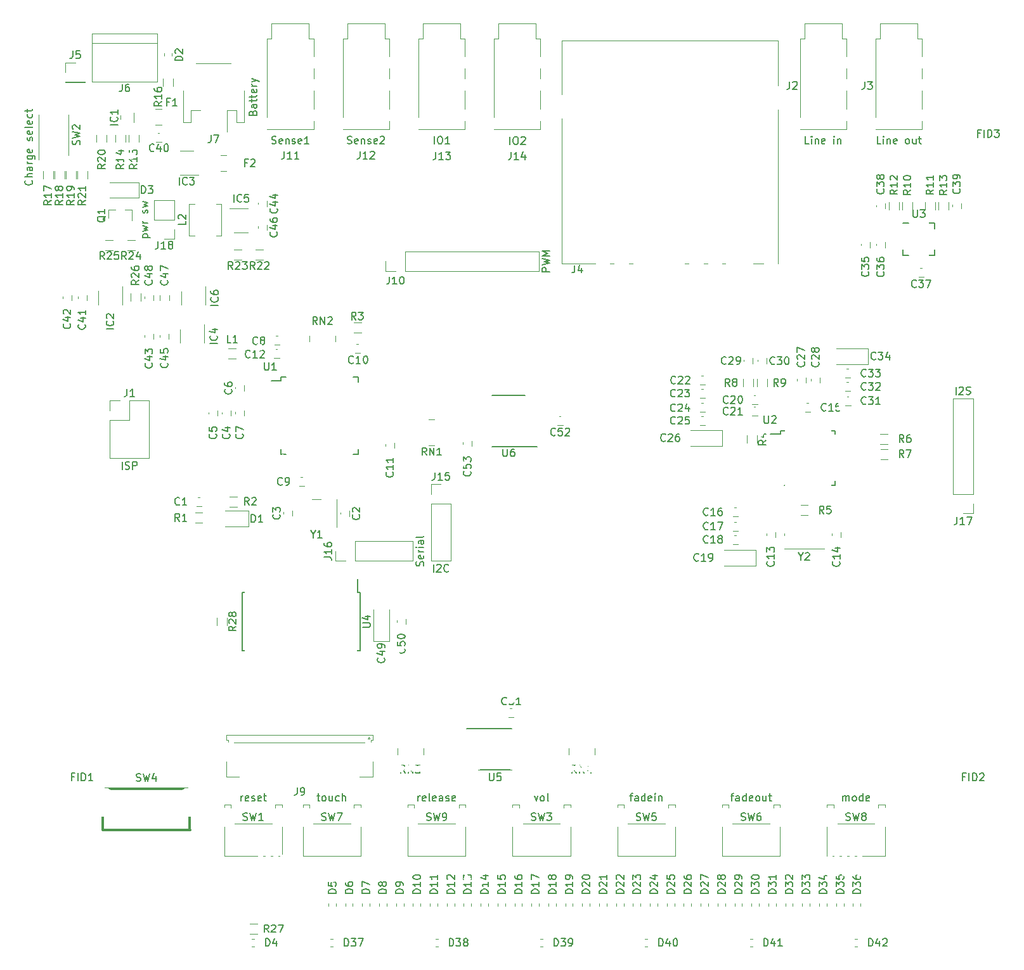
<source format=gto>
G04 #@! TF.FileFunction,Legend,Top*
%FSLAX46Y46*%
G04 Gerber Fmt 4.6, Leading zero omitted, Abs format (unit mm)*
G04 Created by KiCad (PCBNEW 4.0.7-e2-6376~58~ubuntu16.04.1) date Fri Nov  3 12:19:54 2017*
%MOMM*%
%LPD*%
G01*
G04 APERTURE LIST*
%ADD10C,0.100000*%
%ADD11C,0.300000*%
%ADD12C,0.120000*%
%ADD13C,0.150000*%
%ADD14C,2.400000*%
%ADD15C,3.900000*%
%ADD16R,1.200000X1.150000*%
%ADD17R,1.150000X1.200000*%
%ADD18R,2.350000X1.900000*%
%ADD19R,1.900000X2.350000*%
%ADD20R,1.400000X2.000000*%
%ADD21R,1.200000X1.200000*%
%ADD22R,1.300000X1.600000*%
%ADD23R,1.540000X2.430000*%
%ADD24C,2.540000*%
%ADD25R,1.050000X1.460000*%
%ADD26R,1.460000X1.050000*%
%ADD27R,2.100000X2.100000*%
%ADD28O,2.100000X2.100000*%
%ADD29R,2.900000X1.600000*%
%ADD30C,1.900000*%
%ADD31R,1.400000X1.900000*%
%ADD32R,1.600000X2.600000*%
%ADD33R,0.800000X1.750000*%
%ADD34O,1.650000X1.350000*%
%ADD35O,1.400000X1.950000*%
%ADD36R,1.400000X3.900000*%
%ADD37R,1.900000X3.800000*%
%ADD38R,0.900000X1.300000*%
%ADD39C,3.600000*%
%ADD40R,1.200000X1.300000*%
%ADD41R,1.300000X0.900000*%
%ADD42R,0.800000X1.300000*%
%ADD43C,2.600000*%
%ADD44C,2.100000*%
%ADD45R,1.160000X2.000000*%
%ADD46R,1.900000X0.950000*%
%ADD47R,0.950000X1.900000*%
%ADD48R,1.700000X0.650000*%
%ADD49R,0.650000X1.700000*%
%ADD50R,1.000000X2.400000*%
%ADD51R,1.900000X0.850000*%
%ADD52R,1.850000X0.850000*%
%ADD53R,2.000000X1.700000*%
%ADD54R,0.700000X0.850000*%
%ADD55R,1.200000X0.750000*%
%ADD56R,0.750000X1.200000*%
%ADD57R,1.650000X1.650000*%
%ADD58R,1.300000X0.800000*%
%ADD59R,2.200000X2.600000*%
%ADD60R,1.000000X1.700000*%
%ADD61C,0.900000*%
%ADD62R,2.686000X2.254500*%
%ADD63C,1.000000*%
G04 APERTURE END LIST*
D10*
D11*
X14200000Y9800000D02*
X14200000Y4300000D01*
X25800000Y9800000D02*
X14200000Y9800000D01*
X25800000Y4300000D02*
X25800000Y9800000D01*
X25850000Y4300000D02*
X14150000Y4300000D01*
D12*
X26659500Y48746000D02*
X27359500Y48746000D01*
X27359500Y47546000D02*
X26659500Y47546000D01*
X45931500Y46212000D02*
X45931500Y46912000D01*
X47131500Y46912000D02*
X47131500Y46212000D01*
X39511500Y46936000D02*
X39511500Y46236000D01*
X38311500Y46236000D02*
X38311500Y46936000D01*
X30080500Y59595000D02*
X30080500Y60295000D01*
X31280500Y60295000D02*
X31280500Y59595000D01*
X28302500Y59595000D02*
X28302500Y60295000D01*
X29502500Y60295000D02*
X29502500Y59595000D01*
X33058500Y60319000D02*
X33058500Y59619000D01*
X31858500Y59619000D02*
X31858500Y60319000D01*
X37773500Y69136000D02*
X37073500Y69136000D01*
X37073500Y70336000D02*
X37773500Y70336000D01*
X40375500Y51413000D02*
X41075500Y51413000D01*
X41075500Y50213000D02*
X40375500Y50213000D01*
X47868500Y69193000D02*
X48568500Y69193000D01*
X48568500Y67993000D02*
X47868500Y67993000D01*
X53124500Y56001000D02*
X53124500Y55301000D01*
X51924500Y55301000D02*
X51924500Y56001000D01*
X37749500Y67358000D02*
X37049500Y67358000D01*
X37049500Y68558000D02*
X37749500Y68558000D01*
X103988000Y44063000D02*
X103988000Y43363000D01*
X102788000Y43363000D02*
X102788000Y44063000D01*
X111551000Y43351000D02*
X111551000Y44051000D01*
X112751000Y44051000D02*
X112751000Y43351000D01*
X108679000Y60119000D02*
X107979000Y60119000D01*
X107979000Y61319000D02*
X108679000Y61319000D01*
X98327000Y47349000D02*
X99027000Y47349000D01*
X99027000Y46149000D02*
X98327000Y46149000D01*
X98327000Y45444000D02*
X99027000Y45444000D01*
X99027000Y44244000D02*
X98327000Y44244000D01*
X98327000Y43666000D02*
X99027000Y43666000D01*
X99027000Y42466000D02*
X98327000Y42466000D01*
X101361000Y39603000D02*
X97111000Y39603000D01*
X101361000Y41703000D02*
X97111000Y41703000D01*
X101361000Y39603000D02*
X101361000Y41703000D01*
X100891000Y62335000D02*
X101591000Y62335000D01*
X101591000Y61135000D02*
X100891000Y61135000D01*
X100891000Y60811000D02*
X101591000Y60811000D01*
X101591000Y59611000D02*
X100891000Y59611000D01*
X93906000Y65002000D02*
X94606000Y65002000D01*
X94606000Y63802000D02*
X93906000Y63802000D01*
X93906000Y63224000D02*
X94606000Y63224000D01*
X94606000Y62024000D02*
X93906000Y62024000D01*
X93906000Y61319000D02*
X94606000Y61319000D01*
X94606000Y60119000D02*
X93906000Y60119000D01*
X93906000Y59541000D02*
X94606000Y59541000D01*
X94606000Y58341000D02*
X93906000Y58341000D01*
X96916000Y55605000D02*
X92666000Y55605000D01*
X96916000Y57705000D02*
X92666000Y57705000D01*
X96916000Y55605000D02*
X96916000Y57705000D01*
X106852000Y64052000D02*
X106852000Y64752000D01*
X108052000Y64752000D02*
X108052000Y64052000D01*
X108757000Y64040000D02*
X108757000Y64740000D01*
X109957000Y64740000D02*
X109957000Y64040000D01*
X100940000Y67304000D02*
X100940000Y66604000D01*
X99740000Y66604000D02*
X99740000Y67304000D01*
X102845000Y67304000D02*
X102845000Y66604000D01*
X101645000Y66604000D02*
X101645000Y67304000D01*
X113337000Y62208000D02*
X114037000Y62208000D01*
X114037000Y61008000D02*
X113337000Y61008000D01*
X113313000Y64113000D02*
X114013000Y64113000D01*
X114013000Y62913000D02*
X113313000Y62913000D01*
X113313000Y65891000D02*
X114013000Y65891000D01*
X114013000Y64691000D02*
X113313000Y64691000D01*
X116347000Y66527000D02*
X112097000Y66527000D01*
X116347000Y68627000D02*
X112097000Y68627000D01*
X116347000Y66527000D02*
X116347000Y68627000D01*
X116624500Y82798000D02*
X116624500Y82098000D01*
X115424500Y82098000D02*
X115424500Y82798000D01*
X117456500Y82098000D02*
X117456500Y82798000D01*
X118656500Y82798000D02*
X118656500Y82098000D01*
X123803300Y78153000D02*
X123103300Y78153000D01*
X123103300Y79353000D02*
X123803300Y79353000D01*
X117456500Y87281000D02*
X117456500Y87981000D01*
X118656500Y87981000D02*
X118656500Y87281000D01*
X127616500Y87305000D02*
X127616500Y88005000D01*
X128816500Y88005000D02*
X128816500Y87305000D01*
X21313500Y97387000D02*
X22013500Y97387000D01*
X22013500Y96187000D02*
X21313500Y96187000D01*
X12030400Y75711400D02*
X12030400Y75011400D01*
X10830400Y75011400D02*
X10830400Y75711400D01*
X10022400Y75711400D02*
X10022400Y75011400D01*
X8822400Y75011400D02*
X8822400Y75711400D01*
X20944400Y70567900D02*
X20944400Y69867900D01*
X19744400Y69867900D02*
X19744400Y70567900D01*
X36133600Y88311200D02*
X36133600Y87611200D01*
X34933600Y87611200D02*
X34933600Y88311200D01*
X22976400Y70567900D02*
X22976400Y69867900D01*
X21776400Y69867900D02*
X21776400Y70567900D01*
X34933600Y84460200D02*
X34933600Y85160200D01*
X36133600Y85160200D02*
X36133600Y84460200D01*
X50325000Y29475000D02*
X50325000Y33725000D01*
X52425000Y29475000D02*
X52425000Y33725000D01*
X50325000Y29475000D02*
X52425000Y29475000D01*
X54675000Y32475000D02*
X54675000Y31775000D01*
X53475000Y31775000D02*
X53475000Y32475000D01*
X69067000Y19352000D02*
X68367000Y19352000D01*
X68367000Y20552000D02*
X69067000Y20552000D01*
X75607500Y58341000D02*
X74907500Y58341000D01*
X74907500Y59541000D02*
X75607500Y59541000D01*
X63475000Y56243000D02*
X63475000Y55543000D01*
X62275000Y55543000D02*
X62275000Y56243000D01*
X33666500Y44800000D02*
X33666500Y46920000D01*
X30466500Y44800000D02*
X33666500Y44800000D01*
X33666500Y46920000D02*
X30466500Y46920000D01*
X22405500Y106536000D02*
X23405500Y106536000D01*
X23405500Y106536000D02*
X23405500Y108636000D01*
X22405500Y106536000D02*
X22405500Y108636000D01*
X19013000Y88802000D02*
X19013000Y90802000D01*
X19013000Y90802000D02*
X15113000Y90802000D01*
X19013000Y88802000D02*
X15113000Y88802000D01*
X33000000Y-10300000D02*
X33000000Y-11300000D01*
X33000000Y-11300000D02*
X35100000Y-11300000D01*
X33000000Y-10300000D02*
X35100000Y-10300000D01*
X45300000Y-4500000D02*
X44300000Y-4500000D01*
X44300000Y-4500000D02*
X44300000Y-6600000D01*
X45300000Y-4500000D02*
X45300000Y-6600000D01*
X47560000Y-4500000D02*
X46560000Y-4500000D01*
X46560000Y-4500000D02*
X46560000Y-6600000D01*
X47560000Y-4500000D02*
X47560000Y-6600000D01*
X49820000Y-4500000D02*
X48820000Y-4500000D01*
X48820000Y-4500000D02*
X48820000Y-6600000D01*
X49820000Y-4500000D02*
X49820000Y-6600000D01*
X52079999Y-4500000D02*
X51079999Y-4500000D01*
X51079999Y-4500000D02*
X51079999Y-6600000D01*
X52079999Y-4500000D02*
X52079999Y-6600000D01*
X54340000Y-4500000D02*
X53340000Y-4500000D01*
X53340000Y-4500000D02*
X53340000Y-6600000D01*
X54340000Y-4500000D02*
X54340000Y-6600000D01*
X56600000Y-4500000D02*
X55600000Y-4500000D01*
X55600000Y-4500000D02*
X55600000Y-6600000D01*
X56600000Y-4500000D02*
X56600000Y-6600000D01*
X58860000Y-4500000D02*
X57860000Y-4500000D01*
X57860000Y-4500000D02*
X57860000Y-6600000D01*
X58860000Y-4500000D02*
X58860000Y-6600000D01*
X61120000Y-4500000D02*
X60120000Y-4500000D01*
X60120000Y-4500000D02*
X60120000Y-6600000D01*
X61120000Y-4500000D02*
X61120000Y-6600000D01*
X63380000Y-4500000D02*
X62380000Y-4500000D01*
X62380000Y-4500000D02*
X62380000Y-6600000D01*
X63380000Y-4500000D02*
X63380000Y-6600000D01*
X65640000Y-4500000D02*
X64640000Y-4500000D01*
X64640000Y-4500000D02*
X64640000Y-6600000D01*
X65640000Y-4500000D02*
X65640000Y-6600000D01*
X67900000Y-4500000D02*
X66900000Y-4500000D01*
X66900000Y-4500000D02*
X66900000Y-6600000D01*
X67900000Y-4500000D02*
X67900000Y-6600000D01*
X70160000Y-4500000D02*
X69160000Y-4500000D01*
X69160000Y-4500000D02*
X69160000Y-6600000D01*
X70160000Y-4500000D02*
X70160000Y-6600000D01*
X72420000Y-4500000D02*
X71420000Y-4500000D01*
X71420000Y-4500000D02*
X71420000Y-6600000D01*
X72420000Y-4500000D02*
X72420000Y-6600000D01*
X74680000Y-4500000D02*
X73680000Y-4500000D01*
X73680000Y-4500000D02*
X73680000Y-6600000D01*
X74680000Y-4500000D02*
X74680000Y-6600000D01*
X76940000Y-4500000D02*
X75940000Y-4500000D01*
X75940000Y-4500000D02*
X75940000Y-6600000D01*
X76940000Y-4500000D02*
X76940000Y-6600000D01*
X79200000Y-4500000D02*
X78200000Y-4500000D01*
X78200000Y-4500000D02*
X78200000Y-6600000D01*
X79200000Y-4500000D02*
X79200000Y-6600000D01*
X81459999Y-4500000D02*
X80459999Y-4500000D01*
X80459999Y-4500000D02*
X80459999Y-6600000D01*
X81459999Y-4500000D02*
X81459999Y-6600000D01*
X83720000Y-4500000D02*
X82720000Y-4500000D01*
X82720000Y-4500000D02*
X82720000Y-6600000D01*
X83720000Y-4500000D02*
X83720000Y-6600000D01*
X85980000Y-4500000D02*
X84980000Y-4500000D01*
X84980000Y-4500000D02*
X84980000Y-6600000D01*
X85980000Y-4500000D02*
X85980000Y-6600000D01*
X88240000Y-4500000D02*
X87240000Y-4500000D01*
X87240000Y-4500000D02*
X87240000Y-6600000D01*
X88240000Y-4500000D02*
X88240000Y-6600000D01*
X90500000Y-4500000D02*
X89500000Y-4500000D01*
X89500000Y-4500000D02*
X89500000Y-6600000D01*
X90500000Y-4500000D02*
X90500000Y-6600000D01*
X92760000Y-4500000D02*
X91760000Y-4500000D01*
X91760000Y-4500000D02*
X91760000Y-6600000D01*
X92760000Y-4500000D02*
X92760000Y-6600000D01*
X95019999Y-4500000D02*
X94019999Y-4500000D01*
X94019999Y-4500000D02*
X94019999Y-6600000D01*
X95019999Y-4500000D02*
X95019999Y-6600000D01*
X97280000Y-4500000D02*
X96280000Y-4500000D01*
X96280000Y-4500000D02*
X96280000Y-6600000D01*
X97280000Y-4500000D02*
X97280000Y-6600000D01*
X99540000Y-4500000D02*
X98540000Y-4500000D01*
X98540000Y-4500000D02*
X98540000Y-6600000D01*
X99540000Y-4500000D02*
X99540000Y-6600000D01*
X101799999Y-4500000D02*
X100799999Y-4500000D01*
X100799999Y-4500000D02*
X100799999Y-6600000D01*
X101799999Y-4500000D02*
X101799999Y-6600000D01*
X104060000Y-4500000D02*
X103060000Y-4500000D01*
X103060000Y-4500000D02*
X103060000Y-6600000D01*
X104060000Y-4500000D02*
X104060000Y-6600000D01*
X106320000Y-4500000D02*
X105320000Y-4500000D01*
X105320000Y-4500000D02*
X105320000Y-6600000D01*
X106320000Y-4500000D02*
X106320000Y-6600000D01*
X108579999Y-4500000D02*
X107579999Y-4500000D01*
X107579999Y-4500000D02*
X107579999Y-6600000D01*
X108579999Y-4500000D02*
X108579999Y-6600000D01*
X110839999Y-4500000D02*
X109839999Y-4500000D01*
X109839999Y-4500000D02*
X109839999Y-6600000D01*
X110839999Y-4500000D02*
X110839999Y-6600000D01*
X113100000Y-4500000D02*
X112100000Y-4500000D01*
X112100000Y-4500000D02*
X112100000Y-6600000D01*
X113100000Y-4500000D02*
X113100000Y-6600000D01*
X115360000Y-4500000D02*
X114360000Y-4500000D01*
X114360000Y-4500000D02*
X114360000Y-6600000D01*
X115360000Y-4500000D02*
X115360000Y-6600000D01*
X43500000Y-10300000D02*
X43500000Y-11300000D01*
X43500000Y-11300000D02*
X45600000Y-11300000D01*
X43500000Y-10300000D02*
X45600000Y-10300000D01*
X57500000Y-10300000D02*
X57500000Y-11300000D01*
X57500000Y-11300000D02*
X59600000Y-11300000D01*
X57500000Y-10300000D02*
X59600000Y-10300000D01*
X71500000Y-10300000D02*
X71500000Y-11300000D01*
X71500000Y-11300000D02*
X73600000Y-11300000D01*
X71500000Y-10300000D02*
X73600000Y-10300000D01*
X85500000Y-10300000D02*
X85500000Y-11300000D01*
X85500000Y-11300000D02*
X87600000Y-11300000D01*
X85500000Y-10300000D02*
X87600000Y-10300000D01*
X99500000Y-10300000D02*
X99500000Y-11300000D01*
X99500000Y-11300000D02*
X101600000Y-11300000D01*
X99500000Y-10300000D02*
X101600000Y-10300000D01*
X113500000Y-10300000D02*
X113500000Y-11300000D01*
X113500000Y-11300000D02*
X115600000Y-11300000D01*
X113500000Y-10300000D02*
X115600000Y-10300000D01*
X20663500Y100651000D02*
X22663500Y100651000D01*
X22663500Y98511000D02*
X20663500Y98511000D01*
X29310000Y94428000D02*
X31310000Y94428000D01*
X31310000Y92288000D02*
X29310000Y92288000D01*
X13593400Y76292400D02*
X13593400Y74492400D01*
X16813400Y74492400D02*
X16813400Y76942400D01*
X26271000Y95034000D02*
X24471000Y95034000D01*
X24471000Y91814000D02*
X26921000Y91814000D01*
X24515400Y71148900D02*
X24515400Y69348900D01*
X27735400Y69348900D02*
X27735400Y71798900D01*
X31733100Y84138200D02*
X33533100Y84138200D01*
X33533100Y87358200D02*
X31083100Y87358200D01*
X15126500Y53928000D02*
X20326500Y53928000D01*
X15126500Y59068000D02*
X15126500Y53928000D01*
X20326500Y61668000D02*
X20326500Y53928000D01*
X15126500Y59068000D02*
X17726500Y59068000D01*
X17726500Y59068000D02*
X17726500Y61668000D01*
X17726500Y61668000D02*
X20326500Y61668000D01*
X15126500Y60338000D02*
X15126500Y61668000D01*
X15126500Y61668000D02*
X16456500Y61668000D01*
X107273000Y99407500D02*
X107273000Y110007500D01*
X107273000Y98007500D02*
X107273000Y97907500D01*
X113473000Y99107500D02*
X113473000Y97907500D01*
X113473000Y103107500D02*
X113473000Y100507500D01*
X113473000Y106107500D02*
X113473000Y104507500D01*
X113473000Y110007500D02*
X113473000Y107507500D01*
X107273000Y97907500D02*
X113473000Y97907500D01*
X113473000Y110007500D02*
X112873000Y110007500D01*
X107873000Y110007500D02*
X107273000Y110007500D01*
X112873000Y112007500D02*
X107873000Y112007500D01*
X112873000Y110007500D02*
X112873000Y112007500D01*
X107873000Y110007500D02*
X107873000Y112007500D01*
X117369500Y99407500D02*
X117369500Y110007500D01*
X117369500Y98007500D02*
X117369500Y97907500D01*
X123569500Y99107500D02*
X123569500Y97907500D01*
X123569500Y103107500D02*
X123569500Y100507500D01*
X123569500Y106107500D02*
X123569500Y104507500D01*
X123569500Y110007500D02*
X123569500Y107507500D01*
X117369500Y97907500D02*
X123569500Y97907500D01*
X123569500Y110007500D02*
X122969500Y110007500D01*
X117969500Y110007500D02*
X117369500Y110007500D01*
X122969500Y112007500D02*
X117969500Y112007500D01*
X122969500Y110007500D02*
X122969500Y112007500D01*
X117969500Y110007500D02*
X117969500Y112007500D01*
X82426000Y79938000D02*
X81926000Y79938000D01*
X84926000Y79938000D02*
X84426000Y79938000D01*
X92426000Y79938000D02*
X91926000Y79938000D01*
X94926000Y79938000D02*
X94426000Y79938000D01*
X97326000Y79938000D02*
X96926000Y79938000D01*
X102426000Y79938000D02*
X101026000Y79938000D01*
X104326000Y100538000D02*
X104326000Y79938000D01*
X75426000Y99338000D02*
X75426000Y79938000D01*
X75426000Y79938000D02*
X79926000Y79938000D01*
X75426000Y109738000D02*
X104326000Y109738000D01*
X104326000Y109738000D02*
X104326000Y103738000D01*
X75426000Y109738000D02*
X75426000Y102538000D01*
X21445000Y110680000D02*
X12745000Y110680000D01*
X21445000Y104270000D02*
X12745000Y104270000D01*
X12745000Y104270000D02*
X12745000Y110680000D01*
X12745000Y109450000D02*
X21445000Y109450000D01*
X21445000Y110680000D02*
X21445000Y104270000D01*
X30741000Y100472200D02*
X32016000Y100472200D01*
X32016000Y100472200D02*
X32016000Y98872200D01*
X32016000Y98872200D02*
X33016000Y98872200D01*
X33016000Y98872200D02*
X33016000Y103097200D01*
X24916000Y103097200D02*
X24916000Y98872200D01*
X24916000Y98872200D02*
X25916000Y98872200D01*
X25916000Y98872200D02*
X25916000Y100472200D01*
X25916000Y100472200D02*
X27191000Y100472200D01*
X31291000Y106672200D02*
X26641000Y106672200D01*
X30741000Y100472200D02*
X30741000Y97572200D01*
X72396500Y78947000D02*
X72396500Y81607000D01*
X54556500Y78947000D02*
X72396500Y78947000D01*
X54556500Y81607000D02*
X72396500Y81607000D01*
X54556500Y78947000D02*
X54556500Y81607000D01*
X53286500Y78947000D02*
X51956500Y78947000D01*
X51956500Y78947000D02*
X51956500Y80277000D01*
X36122000Y99407500D02*
X36122000Y110007500D01*
X36122000Y98007500D02*
X36122000Y97907500D01*
X42322000Y99107500D02*
X42322000Y97907500D01*
X42322000Y103107500D02*
X42322000Y100507500D01*
X42322000Y106107500D02*
X42322000Y104507500D01*
X42322000Y110007500D02*
X42322000Y107507500D01*
X36122000Y97907500D02*
X42322000Y97907500D01*
X42322000Y110007500D02*
X41722000Y110007500D01*
X36722000Y110007500D02*
X36122000Y110007500D01*
X41722000Y112007500D02*
X36722000Y112007500D01*
X41722000Y110007500D02*
X41722000Y112007500D01*
X36722000Y110007500D02*
X36722000Y112007500D01*
X46218500Y99407500D02*
X46218500Y110007500D01*
X46218500Y98007500D02*
X46218500Y97907500D01*
X52418500Y99107500D02*
X52418500Y97907500D01*
X52418500Y103107500D02*
X52418500Y100507500D01*
X52418500Y106107500D02*
X52418500Y104507500D01*
X52418500Y110007500D02*
X52418500Y107507500D01*
X46218500Y97907500D02*
X52418500Y97907500D01*
X52418500Y110007500D02*
X51818500Y110007500D01*
X46818500Y110007500D02*
X46218500Y110007500D01*
X51818500Y112007500D02*
X46818500Y112007500D01*
X51818500Y110007500D02*
X51818500Y112007500D01*
X46818500Y110007500D02*
X46818500Y112007500D01*
X57989000Y40212000D02*
X60649000Y40212000D01*
X57989000Y47892000D02*
X57989000Y40212000D01*
X60649000Y47892000D02*
X60649000Y40212000D01*
X57989000Y47892000D02*
X60649000Y47892000D01*
X57989000Y49162000D02*
X57989000Y50492000D01*
X57989000Y50492000D02*
X59319000Y50492000D01*
X55560000Y40210000D02*
X55560000Y42870000D01*
X47880000Y40210000D02*
X55560000Y40210000D01*
X47880000Y42870000D02*
X55560000Y42870000D01*
X47880000Y40210000D02*
X47880000Y42870000D01*
X46610000Y40210000D02*
X45280000Y40210000D01*
X45280000Y40210000D02*
X45280000Y41540000D01*
X130372000Y61922000D02*
X127712000Y61922000D01*
X130372000Y49162000D02*
X130372000Y61922000D01*
X127712000Y49162000D02*
X127712000Y61922000D01*
X130372000Y49162000D02*
X127712000Y49162000D01*
X130372000Y47892000D02*
X130372000Y46562000D01*
X130372000Y46562000D02*
X129042000Y46562000D01*
X31954500Y67278000D02*
X30954500Y67278000D01*
X30954500Y68638000D02*
X31954500Y68638000D01*
X18089000Y87149000D02*
X17159000Y87149000D01*
X14929000Y87149000D02*
X15859000Y87149000D01*
X14929000Y87149000D02*
X14929000Y84989000D01*
X18089000Y87149000D02*
X18089000Y85689000D01*
X26485500Y46667000D02*
X27485500Y46667000D01*
X27485500Y45307000D02*
X26485500Y45307000D01*
X31081500Y48826000D02*
X32081500Y48826000D01*
X32081500Y47466000D02*
X31081500Y47466000D01*
X47718500Y72067000D02*
X48718500Y72067000D01*
X48718500Y70707000D02*
X47718500Y70707000D01*
X100168000Y56016000D02*
X100168000Y57016000D01*
X101528000Y57016000D02*
X101528000Y56016000D01*
X108345000Y46323000D02*
X107345000Y46323000D01*
X107345000Y47683000D02*
X108345000Y47683000D01*
X119001000Y55848000D02*
X118001000Y55848000D01*
X118001000Y57208000D02*
X119001000Y57208000D01*
X119013000Y53816000D02*
X118013000Y53816000D01*
X118013000Y55176000D02*
X119013000Y55176000D01*
X99660000Y63533000D02*
X99660000Y64533000D01*
X101020000Y64533000D02*
X101020000Y63533000D01*
X101565000Y63533000D02*
X101565000Y64533000D01*
X102925000Y64533000D02*
X102925000Y63533000D01*
X120932500Y87155000D02*
X120932500Y88155000D01*
X122292500Y88155000D02*
X122292500Y87155000D01*
X125340500Y88155000D02*
X125340500Y87155000D01*
X123980500Y87155000D02*
X123980500Y88155000D01*
X119154500Y87155000D02*
X119154500Y88155000D01*
X120514500Y88155000D02*
X120514500Y87155000D01*
X125758500Y87155000D02*
X125758500Y88155000D01*
X127118500Y88155000D02*
X127118500Y87155000D01*
X17197400Y97172000D02*
X17197400Y96172000D01*
X15837400Y96172000D02*
X15837400Y97172000D01*
X18975400Y97172000D02*
X18975400Y96172000D01*
X17615400Y96172000D02*
X17615400Y97172000D01*
X23585500Y104641000D02*
X23585500Y103641000D01*
X22225500Y103641000D02*
X22225500Y104641000D01*
X6177000Y91322000D02*
X6177000Y92322000D01*
X7537000Y92322000D02*
X7537000Y91322000D01*
X7701000Y91322000D02*
X7701000Y92322000D01*
X9061000Y92322000D02*
X9061000Y91322000D01*
X9225000Y91322000D02*
X9225000Y92322000D01*
X10585000Y92322000D02*
X10585000Y91322000D01*
X10749000Y91322000D02*
X10749000Y92322000D01*
X12109000Y92322000D02*
X12109000Y91322000D01*
X34601100Y81795200D02*
X35601100Y81795200D01*
X35601100Y80435200D02*
X34601100Y80435200D01*
X31680100Y81795200D02*
X32680100Y81795200D01*
X32680100Y80435200D02*
X31680100Y80435200D01*
X17457500Y83116000D02*
X18457500Y83116000D01*
X18457500Y81756000D02*
X17457500Y81756000D01*
X14536500Y83116000D02*
X15536500Y83116000D01*
X15536500Y81756000D02*
X14536500Y81756000D01*
X34800000Y-9621000D02*
X33800000Y-9621000D01*
X33800000Y-8261000D02*
X34800000Y-8261000D01*
X29395000Y31625000D02*
X29395000Y32625000D01*
X30755000Y32625000D02*
X30755000Y31625000D01*
X56975000Y15145000D02*
X56975000Y14345000D01*
X53535000Y15145000D02*
X53535000Y14345000D01*
X79835000Y15145000D02*
X79835000Y14345000D01*
X76395000Y15145000D02*
X76395000Y14345000D01*
X31270000Y7620000D02*
X31270000Y7270000D01*
X30380000Y7620000D02*
X31270000Y7620000D01*
X30380000Y7320000D02*
X30380000Y7620000D01*
X30380000Y4680000D02*
X30380000Y830000D01*
X30380000Y830000D02*
X38120000Y830000D01*
X38120000Y830000D02*
X38120000Y4680000D01*
X36740000Y5070000D02*
X31760000Y5070000D01*
X37230000Y7620000D02*
X38120000Y7620000D01*
X37230000Y7620000D02*
X37230000Y7270000D01*
X38120000Y7320000D02*
X38120000Y7620000D01*
X5654000Y93828000D02*
X5654000Y99868000D01*
X9584000Y94468000D02*
X9584000Y99868000D01*
X41770000Y7620000D02*
X41770000Y7270000D01*
X40880000Y7620000D02*
X41770000Y7620000D01*
X40880000Y7320000D02*
X40880000Y7620000D01*
X40880000Y4680000D02*
X40880000Y830000D01*
X40880000Y830000D02*
X48620000Y830000D01*
X48620000Y830000D02*
X48620000Y4680000D01*
X47240000Y5070000D02*
X42260000Y5070000D01*
X47730000Y7620000D02*
X48620000Y7620000D01*
X47730000Y7620000D02*
X47730000Y7270000D01*
X48620000Y7320000D02*
X48620000Y7620000D01*
X97770000Y7620000D02*
X97770000Y7270000D01*
X96880000Y7620000D02*
X97770000Y7620000D01*
X96880000Y7320000D02*
X96880000Y7620000D01*
X96880000Y4680000D02*
X96880000Y830000D01*
X96880000Y830000D02*
X104620000Y830000D01*
X104620000Y830000D02*
X104620000Y4680000D01*
X103240000Y5070000D02*
X98260000Y5070000D01*
X103730000Y7620000D02*
X104620000Y7620000D01*
X103730000Y7620000D02*
X103730000Y7270000D01*
X104620000Y7320000D02*
X104620000Y7620000D01*
X111770000Y7620000D02*
X111770000Y7270000D01*
X110880000Y7620000D02*
X111770000Y7620000D01*
X110880000Y7320000D02*
X110880000Y7620000D01*
X110880000Y4680000D02*
X110880000Y830000D01*
X110880000Y830000D02*
X118620000Y830000D01*
X118620000Y830000D02*
X118620000Y4680000D01*
X117240000Y5070000D02*
X112260000Y5070000D01*
X117730000Y7620000D02*
X118620000Y7620000D01*
X117730000Y7620000D02*
X117730000Y7270000D01*
X118620000Y7320000D02*
X118620000Y7620000D01*
X55770000Y7620000D02*
X55770000Y7270000D01*
X54880000Y7620000D02*
X55770000Y7620000D01*
X54880000Y7320000D02*
X54880000Y7620000D01*
X54880000Y4680000D02*
X54880000Y830000D01*
X54880000Y830000D02*
X62620000Y830000D01*
X62620000Y830000D02*
X62620000Y4680000D01*
X61240000Y5070000D02*
X56260000Y5070000D01*
X61730000Y7620000D02*
X62620000Y7620000D01*
X61730000Y7620000D02*
X61730000Y7270000D01*
X62620000Y7320000D02*
X62620000Y7620000D01*
X69770000Y7620000D02*
X69770000Y7270000D01*
X68880000Y7620000D02*
X69770000Y7620000D01*
X68880000Y7320000D02*
X68880000Y7620000D01*
X68880000Y4680000D02*
X68880000Y830000D01*
X68880000Y830000D02*
X76620000Y830000D01*
X76620000Y830000D02*
X76620000Y4680000D01*
X75240000Y5070000D02*
X70260000Y5070000D01*
X75730000Y7620000D02*
X76620000Y7620000D01*
X75730000Y7620000D02*
X75730000Y7270000D01*
X76620000Y7320000D02*
X76620000Y7620000D01*
X83770000Y7620000D02*
X83770000Y7270000D01*
X82880000Y7620000D02*
X83770000Y7620000D01*
X82880000Y7320000D02*
X82880000Y7620000D01*
X82880000Y4680000D02*
X82880000Y830000D01*
X82880000Y830000D02*
X90620000Y830000D01*
X90620000Y830000D02*
X90620000Y4680000D01*
X89240000Y5070000D02*
X84260000Y5070000D01*
X89730000Y7620000D02*
X90620000Y7620000D01*
X89730000Y7620000D02*
X89730000Y7270000D01*
X90620000Y7320000D02*
X90620000Y7620000D01*
D13*
X37927500Y64830000D02*
X37927500Y64255000D01*
X48277500Y64830000D02*
X48277500Y64155000D01*
X48277500Y54480000D02*
X48277500Y55155000D01*
X37927500Y54480000D02*
X37927500Y55155000D01*
X37927500Y64830000D02*
X38602500Y64830000D01*
X37927500Y54480000D02*
X38602500Y54480000D01*
X48277500Y54480000D02*
X47602500Y54480000D01*
X48277500Y64830000D02*
X47602500Y64830000D01*
X37927500Y64255000D02*
X36652500Y64255000D01*
X104716000Y57613000D02*
X104716000Y57163000D01*
X111966000Y57613000D02*
X111966000Y57088000D01*
X111966000Y50363000D02*
X111966000Y50888000D01*
X104716000Y50363000D02*
X104716000Y50888000D01*
X104716000Y57613000D02*
X105241000Y57613000D01*
X104716000Y50363000D02*
X105241000Y50363000D01*
X111966000Y50363000D02*
X111441000Y50363000D01*
X111966000Y57613000D02*
X111441000Y57613000D01*
X104716000Y57163000D02*
X103341000Y57163000D01*
X48500000Y36000000D02*
X48225000Y36000000D01*
X48500000Y28250000D02*
X48135000Y28250000D01*
X32750000Y28250000D02*
X33115000Y28250000D01*
X32750000Y36000000D02*
X33115000Y36000000D01*
X48500000Y36000000D02*
X48500000Y28250000D01*
X32750000Y36000000D02*
X32750000Y28250000D01*
X48225000Y36000000D02*
X48225000Y37825000D01*
X64358000Y12274000D02*
X68758000Y12274000D01*
X62783000Y17799000D02*
X68758000Y17799000D01*
X70595500Y62387000D02*
X66145500Y62387000D01*
X72120500Y55487000D02*
X66145500Y55487000D01*
D12*
X45372500Y44740000D02*
X45372500Y48440000D01*
X45372500Y48440000D02*
X40072500Y48440000D01*
X105183000Y45551000D02*
X105183000Y41851000D01*
X105183000Y41851000D02*
X110483000Y41851000D01*
X18309000Y100129400D02*
X18309000Y98829400D01*
X16509000Y98579400D02*
X16509000Y100129400D01*
D13*
X125286500Y85348000D02*
X125286500Y84573000D01*
X120986500Y81048000D02*
X120986500Y81823000D01*
X125286500Y81048000D02*
X125286500Y81823000D01*
X120986500Y85348000D02*
X121761500Y85348000D01*
X120986500Y81048000D02*
X121761500Y81048000D01*
X125286500Y81048000D02*
X124511500Y81048000D01*
X125286500Y85348000D02*
X124511500Y85348000D01*
D12*
X57688000Y59118000D02*
X58488000Y59118000D01*
X57688000Y55678000D02*
X58488000Y55678000D01*
D10*
X30650000Y11375000D02*
X50250000Y11375000D01*
X30650000Y16975000D02*
X50250000Y16975000D01*
X50250000Y15975000D02*
X30650000Y15975000D01*
X49700000Y16725000D02*
X49850000Y16475000D01*
X49550000Y16475000D02*
X49700000Y16725000D01*
X49850000Y16475000D02*
X49550000Y16475000D01*
X30650000Y16275000D02*
X30650000Y16975000D01*
X30950000Y16275000D02*
X30650000Y16275000D01*
X30950000Y15975000D02*
X30950000Y16275000D01*
X49950000Y16275000D02*
X49950000Y15975000D01*
X50250000Y16275000D02*
X49950000Y16275000D01*
X50250000Y16975000D02*
X50250000Y16275000D01*
X30650000Y15975000D02*
X30650000Y11375000D01*
X50250000Y11375000D02*
X50250000Y15975000D01*
D12*
X26407100Y83682200D02*
X25718100Y83682200D01*
X25718100Y83682200D02*
X25718100Y87946200D01*
X25718100Y87946200D02*
X26407100Y87946200D01*
X29293100Y83682200D02*
X29982100Y83682200D01*
X29982100Y83682200D02*
X29982100Y87946200D01*
X29982100Y87946200D02*
X29293100Y87946200D01*
X33071200Y63673200D02*
X33071200Y62973200D01*
X31871200Y62973200D02*
X31871200Y63673200D01*
X23025500Y75749500D02*
X23025500Y75049500D01*
X21825500Y75049500D02*
X21825500Y75749500D01*
X20930000Y75749500D02*
X20930000Y75049500D01*
X19730000Y75049500D02*
X19730000Y75749500D01*
X24628000Y76267000D02*
X24628000Y74467000D01*
X27848000Y74467000D02*
X27848000Y76917000D01*
X9170000Y104170000D02*
X11830000Y104170000D01*
X9170000Y104230000D02*
X9170000Y104170000D01*
X11830000Y104230000D02*
X11830000Y104170000D01*
X9170000Y104230000D02*
X11830000Y104230000D01*
X9170000Y105500000D02*
X9170000Y106830000D01*
X9170000Y106830000D02*
X10500000Y106830000D01*
X13300000Y96172000D02*
X13300000Y97172000D01*
X14660000Y97172000D02*
X14660000Y96172000D01*
X17872000Y74939000D02*
X17872000Y75939000D01*
X19232000Y75939000D02*
X19232000Y74939000D01*
X56315000Y99407500D02*
X56315000Y110007500D01*
X56315000Y98007500D02*
X56315000Y97907500D01*
X62515000Y99107500D02*
X62515000Y97907500D01*
X62515000Y103107500D02*
X62515000Y100507500D01*
X62515000Y106107500D02*
X62515000Y104507500D01*
X62515000Y110007500D02*
X62515000Y107507500D01*
X56315000Y97907500D02*
X62515000Y97907500D01*
X62515000Y110007500D02*
X61915000Y110007500D01*
X56915000Y110007500D02*
X56315000Y110007500D01*
X61915000Y112007500D02*
X56915000Y112007500D01*
X61915000Y110007500D02*
X61915000Y112007500D01*
X56915000Y110007500D02*
X56915000Y112007500D01*
X66411500Y99407500D02*
X66411500Y110007500D01*
X66411500Y98007500D02*
X66411500Y97907500D01*
X72611500Y99107500D02*
X72611500Y97907500D01*
X72611500Y103107500D02*
X72611500Y100507500D01*
X72611500Y106107500D02*
X72611500Y104507500D01*
X72611500Y110007500D02*
X72611500Y107507500D01*
X66411500Y97907500D02*
X72611500Y97907500D01*
X72611500Y110007500D02*
X72011500Y110007500D01*
X67011500Y110007500D02*
X66411500Y110007500D01*
X72011500Y112007500D02*
X67011500Y112007500D01*
X72011500Y110007500D02*
X72011500Y112007500D01*
X67011500Y110007500D02*
X67011500Y112007500D01*
X45234000Y70302000D02*
X45234000Y69502000D01*
X41794000Y70302000D02*
X41794000Y69502000D01*
X23692000Y88439600D02*
X21032000Y88439600D01*
X23692000Y85839600D02*
X23692000Y88439600D01*
X21032000Y85839600D02*
X21032000Y88439600D01*
X23692000Y85839600D02*
X21032000Y85839600D01*
X23692000Y84569600D02*
X23692000Y83239600D01*
X23692000Y83239600D02*
X22362000Y83239600D01*
D13*
X18666667Y10845238D02*
X18809524Y10797619D01*
X19047620Y10797619D01*
X19142858Y10845238D01*
X19190477Y10892857D01*
X19238096Y10988095D01*
X19238096Y11083333D01*
X19190477Y11178571D01*
X19142858Y11226190D01*
X19047620Y11273810D01*
X18857143Y11321429D01*
X18761905Y11369048D01*
X18714286Y11416667D01*
X18666667Y11511905D01*
X18666667Y11607143D01*
X18714286Y11702381D01*
X18761905Y11750000D01*
X18857143Y11797619D01*
X19095239Y11797619D01*
X19238096Y11750000D01*
X19571429Y11797619D02*
X19809524Y10797619D01*
X20000001Y11511905D01*
X20190477Y10797619D01*
X20428572Y11797619D01*
X21238096Y11464286D02*
X21238096Y10797619D01*
X21000000Y11845238D02*
X20761905Y11130952D01*
X21380953Y11130952D01*
X24417834Y47788857D02*
X24370215Y47741238D01*
X24227358Y47693619D01*
X24132120Y47693619D01*
X23989262Y47741238D01*
X23894024Y47836476D01*
X23846405Y47931714D01*
X23798786Y48122190D01*
X23798786Y48265048D01*
X23846405Y48455524D01*
X23894024Y48550762D01*
X23989262Y48646000D01*
X24132120Y48693619D01*
X24227358Y48693619D01*
X24370215Y48646000D01*
X24417834Y48598381D01*
X25370215Y47693619D02*
X24798786Y47693619D01*
X25084500Y47693619D02*
X25084500Y48693619D01*
X24989262Y48550762D01*
X24894024Y48455524D01*
X24798786Y48407905D01*
X48388643Y46395334D02*
X48436262Y46347715D01*
X48483881Y46204858D01*
X48483881Y46109620D01*
X48436262Y45966762D01*
X48341024Y45871524D01*
X48245786Y45823905D01*
X48055310Y45776286D01*
X47912452Y45776286D01*
X47721976Y45823905D01*
X47626738Y45871524D01*
X47531500Y45966762D01*
X47483881Y46109620D01*
X47483881Y46204858D01*
X47531500Y46347715D01*
X47579119Y46395334D01*
X47579119Y46776286D02*
X47531500Y46823905D01*
X47483881Y46919143D01*
X47483881Y47157239D01*
X47531500Y47252477D01*
X47579119Y47300096D01*
X47674357Y47347715D01*
X47769595Y47347715D01*
X47912452Y47300096D01*
X48483881Y46728667D01*
X48483881Y47347715D01*
X37768643Y46419334D02*
X37816262Y46371715D01*
X37863881Y46228858D01*
X37863881Y46133620D01*
X37816262Y45990762D01*
X37721024Y45895524D01*
X37625786Y45847905D01*
X37435310Y45800286D01*
X37292452Y45800286D01*
X37101976Y45847905D01*
X37006738Y45895524D01*
X36911500Y45990762D01*
X36863881Y46133620D01*
X36863881Y46228858D01*
X36911500Y46371715D01*
X36959119Y46419334D01*
X36863881Y46752667D02*
X36863881Y47371715D01*
X37244833Y47038381D01*
X37244833Y47181239D01*
X37292452Y47276477D01*
X37340071Y47324096D01*
X37435310Y47371715D01*
X37673405Y47371715D01*
X37768643Y47324096D01*
X37816262Y47276477D01*
X37863881Y47181239D01*
X37863881Y46895524D01*
X37816262Y46800286D01*
X37768643Y46752667D01*
X31050343Y57174134D02*
X31097962Y57126515D01*
X31145581Y56983658D01*
X31145581Y56888420D01*
X31097962Y56745562D01*
X31002724Y56650324D01*
X30907486Y56602705D01*
X30717010Y56555086D01*
X30574152Y56555086D01*
X30383676Y56602705D01*
X30288438Y56650324D01*
X30193200Y56745562D01*
X30145581Y56888420D01*
X30145581Y56983658D01*
X30193200Y57126515D01*
X30240819Y57174134D01*
X30478914Y58031277D02*
X31145581Y58031277D01*
X30097962Y57793181D02*
X30812248Y57555086D01*
X30812248Y58174134D01*
X29272343Y57174134D02*
X29319962Y57126515D01*
X29367581Y56983658D01*
X29367581Y56888420D01*
X29319962Y56745562D01*
X29224724Y56650324D01*
X29129486Y56602705D01*
X28939010Y56555086D01*
X28796152Y56555086D01*
X28605676Y56602705D01*
X28510438Y56650324D01*
X28415200Y56745562D01*
X28367581Y56888420D01*
X28367581Y56983658D01*
X28415200Y57126515D01*
X28462819Y57174134D01*
X28367581Y58078896D02*
X28367581Y57602705D01*
X28843771Y57555086D01*
X28796152Y57602705D01*
X28748533Y57697943D01*
X28748533Y57936039D01*
X28796152Y58031277D01*
X28843771Y58078896D01*
X28939010Y58126515D01*
X29177105Y58126515D01*
X29272343Y58078896D01*
X29319962Y58031277D01*
X29367581Y57936039D01*
X29367581Y57697943D01*
X29319962Y57602705D01*
X29272343Y57555086D01*
X32828343Y57174134D02*
X32875962Y57126515D01*
X32923581Y56983658D01*
X32923581Y56888420D01*
X32875962Y56745562D01*
X32780724Y56650324D01*
X32685486Y56602705D01*
X32495010Y56555086D01*
X32352152Y56555086D01*
X32161676Y56602705D01*
X32066438Y56650324D01*
X31971200Y56745562D01*
X31923581Y56888420D01*
X31923581Y56983658D01*
X31971200Y57126515D01*
X32018819Y57174134D01*
X31923581Y57507467D02*
X31923581Y58174134D01*
X32923581Y57745562D01*
X34831834Y69251857D02*
X34784215Y69204238D01*
X34641358Y69156619D01*
X34546120Y69156619D01*
X34403262Y69204238D01*
X34308024Y69299476D01*
X34260405Y69394714D01*
X34212786Y69585190D01*
X34212786Y69728048D01*
X34260405Y69918524D01*
X34308024Y70013762D01*
X34403262Y70109000D01*
X34546120Y70156619D01*
X34641358Y70156619D01*
X34784215Y70109000D01*
X34831834Y70061381D01*
X35403262Y69728048D02*
X35308024Y69775667D01*
X35260405Y69823286D01*
X35212786Y69918524D01*
X35212786Y69966143D01*
X35260405Y70061381D01*
X35308024Y70109000D01*
X35403262Y70156619D01*
X35593739Y70156619D01*
X35688977Y70109000D01*
X35736596Y70061381D01*
X35784215Y69966143D01*
X35784215Y69918524D01*
X35736596Y69823286D01*
X35688977Y69775667D01*
X35593739Y69728048D01*
X35403262Y69728048D01*
X35308024Y69680429D01*
X35260405Y69632810D01*
X35212786Y69537571D01*
X35212786Y69347095D01*
X35260405Y69251857D01*
X35308024Y69204238D01*
X35403262Y69156619D01*
X35593739Y69156619D01*
X35688977Y69204238D01*
X35736596Y69251857D01*
X35784215Y69347095D01*
X35784215Y69537571D01*
X35736596Y69632810D01*
X35688977Y69680429D01*
X35593739Y69728048D01*
X38133834Y50455857D02*
X38086215Y50408238D01*
X37943358Y50360619D01*
X37848120Y50360619D01*
X37705262Y50408238D01*
X37610024Y50503476D01*
X37562405Y50598714D01*
X37514786Y50789190D01*
X37514786Y50932048D01*
X37562405Y51122524D01*
X37610024Y51217762D01*
X37705262Y51313000D01*
X37848120Y51360619D01*
X37943358Y51360619D01*
X38086215Y51313000D01*
X38133834Y51265381D01*
X38610024Y50360619D02*
X38800500Y50360619D01*
X38895739Y50408238D01*
X38943358Y50455857D01*
X39038596Y50598714D01*
X39086215Y50789190D01*
X39086215Y51170143D01*
X39038596Y51265381D01*
X38990977Y51313000D01*
X38895739Y51360619D01*
X38705262Y51360619D01*
X38610024Y51313000D01*
X38562405Y51265381D01*
X38514786Y51170143D01*
X38514786Y50932048D01*
X38562405Y50836810D01*
X38610024Y50789190D01*
X38705262Y50741571D01*
X38895739Y50741571D01*
X38990977Y50789190D01*
X39038596Y50836810D01*
X39086215Y50932048D01*
X47627143Y66711857D02*
X47579524Y66664238D01*
X47436667Y66616619D01*
X47341429Y66616619D01*
X47198571Y66664238D01*
X47103333Y66759476D01*
X47055714Y66854714D01*
X47008095Y67045190D01*
X47008095Y67188048D01*
X47055714Y67378524D01*
X47103333Y67473762D01*
X47198571Y67569000D01*
X47341429Y67616619D01*
X47436667Y67616619D01*
X47579524Y67569000D01*
X47627143Y67521381D01*
X48579524Y66616619D02*
X48008095Y66616619D01*
X48293809Y66616619D02*
X48293809Y67616619D01*
X48198571Y67473762D01*
X48103333Y67378524D01*
X48008095Y67330905D01*
X49198571Y67616619D02*
X49293810Y67616619D01*
X49389048Y67569000D01*
X49436667Y67521381D01*
X49484286Y67426143D01*
X49531905Y67235667D01*
X49531905Y66997571D01*
X49484286Y66807095D01*
X49436667Y66711857D01*
X49389048Y66664238D01*
X49293810Y66616619D01*
X49198571Y66616619D01*
X49103333Y66664238D01*
X49055714Y66711857D01*
X49008095Y66807095D01*
X48960476Y66997571D01*
X48960476Y67235667D01*
X49008095Y67426143D01*
X49055714Y67521381D01*
X49103333Y67569000D01*
X49198571Y67616619D01*
X52881643Y52075143D02*
X52929262Y52027524D01*
X52976881Y51884667D01*
X52976881Y51789429D01*
X52929262Y51646571D01*
X52834024Y51551333D01*
X52738786Y51503714D01*
X52548310Y51456095D01*
X52405452Y51456095D01*
X52214976Y51503714D01*
X52119738Y51551333D01*
X52024500Y51646571D01*
X51976881Y51789429D01*
X51976881Y51884667D01*
X52024500Y52027524D01*
X52072119Y52075143D01*
X52976881Y53027524D02*
X52976881Y52456095D01*
X52976881Y52741809D02*
X51976881Y52741809D01*
X52119738Y52646571D01*
X52214976Y52551333D01*
X52262595Y52456095D01*
X52976881Y53979905D02*
X52976881Y53408476D01*
X52976881Y53694190D02*
X51976881Y53694190D01*
X52119738Y53598952D01*
X52214976Y53503714D01*
X52262595Y53408476D01*
X33847643Y67473857D02*
X33800024Y67426238D01*
X33657167Y67378619D01*
X33561929Y67378619D01*
X33419071Y67426238D01*
X33323833Y67521476D01*
X33276214Y67616714D01*
X33228595Y67807190D01*
X33228595Y67950048D01*
X33276214Y68140524D01*
X33323833Y68235762D01*
X33419071Y68331000D01*
X33561929Y68378619D01*
X33657167Y68378619D01*
X33800024Y68331000D01*
X33847643Y68283381D01*
X34800024Y67378619D02*
X34228595Y67378619D01*
X34514309Y67378619D02*
X34514309Y68378619D01*
X34419071Y68235762D01*
X34323833Y68140524D01*
X34228595Y68092905D01*
X35180976Y68283381D02*
X35228595Y68331000D01*
X35323833Y68378619D01*
X35561929Y68378619D01*
X35657167Y68331000D01*
X35704786Y68283381D01*
X35752405Y68188143D01*
X35752405Y68092905D01*
X35704786Y67950048D01*
X35133357Y67378619D01*
X35752405Y67378619D01*
X103745143Y40137143D02*
X103792762Y40089524D01*
X103840381Y39946667D01*
X103840381Y39851429D01*
X103792762Y39708571D01*
X103697524Y39613333D01*
X103602286Y39565714D01*
X103411810Y39518095D01*
X103268952Y39518095D01*
X103078476Y39565714D01*
X102983238Y39613333D01*
X102888000Y39708571D01*
X102840381Y39851429D01*
X102840381Y39946667D01*
X102888000Y40089524D01*
X102935619Y40137143D01*
X103840381Y41089524D02*
X103840381Y40518095D01*
X103840381Y40803809D02*
X102840381Y40803809D01*
X102983238Y40708571D01*
X103078476Y40613333D01*
X103126095Y40518095D01*
X102840381Y41422857D02*
X102840381Y42041905D01*
X103221333Y41708571D01*
X103221333Y41851429D01*
X103268952Y41946667D01*
X103316571Y41994286D01*
X103411810Y42041905D01*
X103649905Y42041905D01*
X103745143Y41994286D01*
X103792762Y41946667D01*
X103840381Y41851429D01*
X103840381Y41565714D01*
X103792762Y41470476D01*
X103745143Y41422857D01*
X112508143Y40137143D02*
X112555762Y40089524D01*
X112603381Y39946667D01*
X112603381Y39851429D01*
X112555762Y39708571D01*
X112460524Y39613333D01*
X112365286Y39565714D01*
X112174810Y39518095D01*
X112031952Y39518095D01*
X111841476Y39565714D01*
X111746238Y39613333D01*
X111651000Y39708571D01*
X111603381Y39851429D01*
X111603381Y39946667D01*
X111651000Y40089524D01*
X111698619Y40137143D01*
X112603381Y41089524D02*
X112603381Y40518095D01*
X112603381Y40803809D02*
X111603381Y40803809D01*
X111746238Y40708571D01*
X111841476Y40613333D01*
X111889095Y40518095D01*
X111936714Y41946667D02*
X112603381Y41946667D01*
X111555762Y41708571D02*
X112270048Y41470476D01*
X112270048Y42089524D01*
X110746143Y60361857D02*
X110698524Y60314238D01*
X110555667Y60266619D01*
X110460429Y60266619D01*
X110317571Y60314238D01*
X110222333Y60409476D01*
X110174714Y60504714D01*
X110127095Y60695190D01*
X110127095Y60838048D01*
X110174714Y61028524D01*
X110222333Y61123762D01*
X110317571Y61219000D01*
X110460429Y61266619D01*
X110555667Y61266619D01*
X110698524Y61219000D01*
X110746143Y61171381D01*
X111698524Y60266619D02*
X111127095Y60266619D01*
X111412809Y60266619D02*
X111412809Y61266619D01*
X111317571Y61123762D01*
X111222333Y61028524D01*
X111127095Y60980905D01*
X112603286Y61266619D02*
X112127095Y61266619D01*
X112079476Y60790429D01*
X112127095Y60838048D01*
X112222333Y60885667D01*
X112460429Y60885667D01*
X112555667Y60838048D01*
X112603286Y60790429D01*
X112650905Y60695190D01*
X112650905Y60457095D01*
X112603286Y60361857D01*
X112555667Y60314238D01*
X112460429Y60266619D01*
X112222333Y60266619D01*
X112127095Y60314238D01*
X112079476Y60361857D01*
X94998143Y46391857D02*
X94950524Y46344238D01*
X94807667Y46296619D01*
X94712429Y46296619D01*
X94569571Y46344238D01*
X94474333Y46439476D01*
X94426714Y46534714D01*
X94379095Y46725190D01*
X94379095Y46868048D01*
X94426714Y47058524D01*
X94474333Y47153762D01*
X94569571Y47249000D01*
X94712429Y47296619D01*
X94807667Y47296619D01*
X94950524Y47249000D01*
X94998143Y47201381D01*
X95950524Y46296619D02*
X95379095Y46296619D01*
X95664809Y46296619D02*
X95664809Y47296619D01*
X95569571Y47153762D01*
X95474333Y47058524D01*
X95379095Y47010905D01*
X96807667Y47296619D02*
X96617190Y47296619D01*
X96521952Y47249000D01*
X96474333Y47201381D01*
X96379095Y47058524D01*
X96331476Y46868048D01*
X96331476Y46487095D01*
X96379095Y46391857D01*
X96426714Y46344238D01*
X96521952Y46296619D01*
X96712429Y46296619D01*
X96807667Y46344238D01*
X96855286Y46391857D01*
X96902905Y46487095D01*
X96902905Y46725190D01*
X96855286Y46820429D01*
X96807667Y46868048D01*
X96712429Y46915667D01*
X96521952Y46915667D01*
X96426714Y46868048D01*
X96379095Y46820429D01*
X96331476Y46725190D01*
X94998143Y44486857D02*
X94950524Y44439238D01*
X94807667Y44391619D01*
X94712429Y44391619D01*
X94569571Y44439238D01*
X94474333Y44534476D01*
X94426714Y44629714D01*
X94379095Y44820190D01*
X94379095Y44963048D01*
X94426714Y45153524D01*
X94474333Y45248762D01*
X94569571Y45344000D01*
X94712429Y45391619D01*
X94807667Y45391619D01*
X94950524Y45344000D01*
X94998143Y45296381D01*
X95950524Y44391619D02*
X95379095Y44391619D01*
X95664809Y44391619D02*
X95664809Y45391619D01*
X95569571Y45248762D01*
X95474333Y45153524D01*
X95379095Y45105905D01*
X96283857Y45391619D02*
X96950524Y45391619D01*
X96521952Y44391619D01*
X94998143Y42708857D02*
X94950524Y42661238D01*
X94807667Y42613619D01*
X94712429Y42613619D01*
X94569571Y42661238D01*
X94474333Y42756476D01*
X94426714Y42851714D01*
X94379095Y43042190D01*
X94379095Y43185048D01*
X94426714Y43375524D01*
X94474333Y43470762D01*
X94569571Y43566000D01*
X94712429Y43613619D01*
X94807667Y43613619D01*
X94950524Y43566000D01*
X94998143Y43518381D01*
X95950524Y42613619D02*
X95379095Y42613619D01*
X95664809Y42613619D02*
X95664809Y43613619D01*
X95569571Y43470762D01*
X95474333Y43375524D01*
X95379095Y43327905D01*
X96521952Y43185048D02*
X96426714Y43232667D01*
X96379095Y43280286D01*
X96331476Y43375524D01*
X96331476Y43423143D01*
X96379095Y43518381D01*
X96426714Y43566000D01*
X96521952Y43613619D01*
X96712429Y43613619D01*
X96807667Y43566000D01*
X96855286Y43518381D01*
X96902905Y43423143D01*
X96902905Y43375524D01*
X96855286Y43280286D01*
X96807667Y43232667D01*
X96712429Y43185048D01*
X96521952Y43185048D01*
X96426714Y43137429D01*
X96379095Y43089810D01*
X96331476Y42994571D01*
X96331476Y42804095D01*
X96379095Y42708857D01*
X96426714Y42661238D01*
X96521952Y42613619D01*
X96712429Y42613619D01*
X96807667Y42661238D01*
X96855286Y42708857D01*
X96902905Y42804095D01*
X96902905Y42994571D01*
X96855286Y43089810D01*
X96807667Y43137429D01*
X96712429Y43185048D01*
X93728143Y40295857D02*
X93680524Y40248238D01*
X93537667Y40200619D01*
X93442429Y40200619D01*
X93299571Y40248238D01*
X93204333Y40343476D01*
X93156714Y40438714D01*
X93109095Y40629190D01*
X93109095Y40772048D01*
X93156714Y40962524D01*
X93204333Y41057762D01*
X93299571Y41153000D01*
X93442429Y41200619D01*
X93537667Y41200619D01*
X93680524Y41153000D01*
X93728143Y41105381D01*
X94680524Y40200619D02*
X94109095Y40200619D01*
X94394809Y40200619D02*
X94394809Y41200619D01*
X94299571Y41057762D01*
X94204333Y40962524D01*
X94109095Y40914905D01*
X95156714Y40200619D02*
X95347190Y40200619D01*
X95442429Y40248238D01*
X95490048Y40295857D01*
X95585286Y40438714D01*
X95632905Y40629190D01*
X95632905Y41010143D01*
X95585286Y41105381D01*
X95537667Y41153000D01*
X95442429Y41200619D01*
X95251952Y41200619D01*
X95156714Y41153000D01*
X95109095Y41105381D01*
X95061476Y41010143D01*
X95061476Y40772048D01*
X95109095Y40676810D01*
X95156714Y40629190D01*
X95251952Y40581571D01*
X95442429Y40581571D01*
X95537667Y40629190D01*
X95585286Y40676810D01*
X95632905Y40772048D01*
X97665143Y61377857D02*
X97617524Y61330238D01*
X97474667Y61282619D01*
X97379429Y61282619D01*
X97236571Y61330238D01*
X97141333Y61425476D01*
X97093714Y61520714D01*
X97046095Y61711190D01*
X97046095Y61854048D01*
X97093714Y62044524D01*
X97141333Y62139762D01*
X97236571Y62235000D01*
X97379429Y62282619D01*
X97474667Y62282619D01*
X97617524Y62235000D01*
X97665143Y62187381D01*
X98046095Y62187381D02*
X98093714Y62235000D01*
X98188952Y62282619D01*
X98427048Y62282619D01*
X98522286Y62235000D01*
X98569905Y62187381D01*
X98617524Y62092143D01*
X98617524Y61996905D01*
X98569905Y61854048D01*
X97998476Y61282619D01*
X98617524Y61282619D01*
X99236571Y62282619D02*
X99331810Y62282619D01*
X99427048Y62235000D01*
X99474667Y62187381D01*
X99522286Y62092143D01*
X99569905Y61901667D01*
X99569905Y61663571D01*
X99522286Y61473095D01*
X99474667Y61377857D01*
X99427048Y61330238D01*
X99331810Y61282619D01*
X99236571Y61282619D01*
X99141333Y61330238D01*
X99093714Y61377857D01*
X99046095Y61473095D01*
X98998476Y61663571D01*
X98998476Y61901667D01*
X99046095Y62092143D01*
X99093714Y62187381D01*
X99141333Y62235000D01*
X99236571Y62282619D01*
X97665143Y59853857D02*
X97617524Y59806238D01*
X97474667Y59758619D01*
X97379429Y59758619D01*
X97236571Y59806238D01*
X97141333Y59901476D01*
X97093714Y59996714D01*
X97046095Y60187190D01*
X97046095Y60330048D01*
X97093714Y60520524D01*
X97141333Y60615762D01*
X97236571Y60711000D01*
X97379429Y60758619D01*
X97474667Y60758619D01*
X97617524Y60711000D01*
X97665143Y60663381D01*
X98046095Y60663381D02*
X98093714Y60711000D01*
X98188952Y60758619D01*
X98427048Y60758619D01*
X98522286Y60711000D01*
X98569905Y60663381D01*
X98617524Y60568143D01*
X98617524Y60472905D01*
X98569905Y60330048D01*
X97998476Y59758619D01*
X98617524Y59758619D01*
X99569905Y59758619D02*
X98998476Y59758619D01*
X99284190Y59758619D02*
X99284190Y60758619D01*
X99188952Y60615762D01*
X99093714Y60520524D01*
X98998476Y60472905D01*
X90657143Y63992857D02*
X90609524Y63945238D01*
X90466667Y63897619D01*
X90371429Y63897619D01*
X90228571Y63945238D01*
X90133333Y64040476D01*
X90085714Y64135714D01*
X90038095Y64326190D01*
X90038095Y64469048D01*
X90085714Y64659524D01*
X90133333Y64754762D01*
X90228571Y64850000D01*
X90371429Y64897619D01*
X90466667Y64897619D01*
X90609524Y64850000D01*
X90657143Y64802381D01*
X91038095Y64802381D02*
X91085714Y64850000D01*
X91180952Y64897619D01*
X91419048Y64897619D01*
X91514286Y64850000D01*
X91561905Y64802381D01*
X91609524Y64707143D01*
X91609524Y64611905D01*
X91561905Y64469048D01*
X90990476Y63897619D01*
X91609524Y63897619D01*
X91990476Y64802381D02*
X92038095Y64850000D01*
X92133333Y64897619D01*
X92371429Y64897619D01*
X92466667Y64850000D01*
X92514286Y64802381D01*
X92561905Y64707143D01*
X92561905Y64611905D01*
X92514286Y64469048D01*
X91942857Y63897619D01*
X92561905Y63897619D01*
X90607143Y62242857D02*
X90559524Y62195238D01*
X90416667Y62147619D01*
X90321429Y62147619D01*
X90178571Y62195238D01*
X90083333Y62290476D01*
X90035714Y62385714D01*
X89988095Y62576190D01*
X89988095Y62719048D01*
X90035714Y62909524D01*
X90083333Y63004762D01*
X90178571Y63100000D01*
X90321429Y63147619D01*
X90416667Y63147619D01*
X90559524Y63100000D01*
X90607143Y63052381D01*
X90988095Y63052381D02*
X91035714Y63100000D01*
X91130952Y63147619D01*
X91369048Y63147619D01*
X91464286Y63100000D01*
X91511905Y63052381D01*
X91559524Y62957143D01*
X91559524Y62861905D01*
X91511905Y62719048D01*
X90940476Y62147619D01*
X91559524Y62147619D01*
X91892857Y63147619D02*
X92511905Y63147619D01*
X92178571Y62766667D01*
X92321429Y62766667D01*
X92416667Y62719048D01*
X92464286Y62671429D01*
X92511905Y62576190D01*
X92511905Y62338095D01*
X92464286Y62242857D01*
X92416667Y62195238D01*
X92321429Y62147619D01*
X92035714Y62147619D01*
X91940476Y62195238D01*
X91892857Y62242857D01*
X90607143Y60292857D02*
X90559524Y60245238D01*
X90416667Y60197619D01*
X90321429Y60197619D01*
X90178571Y60245238D01*
X90083333Y60340476D01*
X90035714Y60435714D01*
X89988095Y60626190D01*
X89988095Y60769048D01*
X90035714Y60959524D01*
X90083333Y61054762D01*
X90178571Y61150000D01*
X90321429Y61197619D01*
X90416667Y61197619D01*
X90559524Y61150000D01*
X90607143Y61102381D01*
X90988095Y61102381D02*
X91035714Y61150000D01*
X91130952Y61197619D01*
X91369048Y61197619D01*
X91464286Y61150000D01*
X91511905Y61102381D01*
X91559524Y61007143D01*
X91559524Y60911905D01*
X91511905Y60769048D01*
X90940476Y60197619D01*
X91559524Y60197619D01*
X92416667Y60864286D02*
X92416667Y60197619D01*
X92178571Y61245238D02*
X91940476Y60530952D01*
X92559524Y60530952D01*
X90607143Y58592857D02*
X90559524Y58545238D01*
X90416667Y58497619D01*
X90321429Y58497619D01*
X90178571Y58545238D01*
X90083333Y58640476D01*
X90035714Y58735714D01*
X89988095Y58926190D01*
X89988095Y59069048D01*
X90035714Y59259524D01*
X90083333Y59354762D01*
X90178571Y59450000D01*
X90321429Y59497619D01*
X90416667Y59497619D01*
X90559524Y59450000D01*
X90607143Y59402381D01*
X90988095Y59402381D02*
X91035714Y59450000D01*
X91130952Y59497619D01*
X91369048Y59497619D01*
X91464286Y59450000D01*
X91511905Y59402381D01*
X91559524Y59307143D01*
X91559524Y59211905D01*
X91511905Y59069048D01*
X90940476Y58497619D01*
X91559524Y58497619D01*
X92464286Y59497619D02*
X91988095Y59497619D01*
X91940476Y59021429D01*
X91988095Y59069048D01*
X92083333Y59116667D01*
X92321429Y59116667D01*
X92416667Y59069048D01*
X92464286Y59021429D01*
X92511905Y58926190D01*
X92511905Y58688095D01*
X92464286Y58592857D01*
X92416667Y58545238D01*
X92321429Y58497619D01*
X92083333Y58497619D01*
X91988095Y58545238D01*
X91940476Y58592857D01*
X89307143Y56292857D02*
X89259524Y56245238D01*
X89116667Y56197619D01*
X89021429Y56197619D01*
X88878571Y56245238D01*
X88783333Y56340476D01*
X88735714Y56435714D01*
X88688095Y56626190D01*
X88688095Y56769048D01*
X88735714Y56959524D01*
X88783333Y57054762D01*
X88878571Y57150000D01*
X89021429Y57197619D01*
X89116667Y57197619D01*
X89259524Y57150000D01*
X89307143Y57102381D01*
X89688095Y57102381D02*
X89735714Y57150000D01*
X89830952Y57197619D01*
X90069048Y57197619D01*
X90164286Y57150000D01*
X90211905Y57102381D01*
X90259524Y57007143D01*
X90259524Y56911905D01*
X90211905Y56769048D01*
X89640476Y56197619D01*
X90259524Y56197619D01*
X91116667Y57197619D02*
X90926190Y57197619D01*
X90830952Y57150000D01*
X90783333Y57102381D01*
X90688095Y56959524D01*
X90640476Y56769048D01*
X90640476Y56388095D01*
X90688095Y56292857D01*
X90735714Y56245238D01*
X90830952Y56197619D01*
X91021429Y56197619D01*
X91116667Y56245238D01*
X91164286Y56292857D01*
X91211905Y56388095D01*
X91211905Y56626190D01*
X91164286Y56721429D01*
X91116667Y56769048D01*
X91021429Y56816667D01*
X90830952Y56816667D01*
X90735714Y56769048D01*
X90688095Y56721429D01*
X90640476Y56626190D01*
X107809143Y66807143D02*
X107856762Y66759524D01*
X107904381Y66616667D01*
X107904381Y66521429D01*
X107856762Y66378571D01*
X107761524Y66283333D01*
X107666286Y66235714D01*
X107475810Y66188095D01*
X107332952Y66188095D01*
X107142476Y66235714D01*
X107047238Y66283333D01*
X106952000Y66378571D01*
X106904381Y66521429D01*
X106904381Y66616667D01*
X106952000Y66759524D01*
X106999619Y66807143D01*
X106999619Y67188095D02*
X106952000Y67235714D01*
X106904381Y67330952D01*
X106904381Y67569048D01*
X106952000Y67664286D01*
X106999619Y67711905D01*
X107094857Y67759524D01*
X107190095Y67759524D01*
X107332952Y67711905D01*
X107904381Y67140476D01*
X107904381Y67759524D01*
X106904381Y68092857D02*
X106904381Y68759524D01*
X107904381Y68330952D01*
X109714143Y66807143D02*
X109761762Y66759524D01*
X109809381Y66616667D01*
X109809381Y66521429D01*
X109761762Y66378571D01*
X109666524Y66283333D01*
X109571286Y66235714D01*
X109380810Y66188095D01*
X109237952Y66188095D01*
X109047476Y66235714D01*
X108952238Y66283333D01*
X108857000Y66378571D01*
X108809381Y66521429D01*
X108809381Y66616667D01*
X108857000Y66759524D01*
X108904619Y66807143D01*
X108904619Y67188095D02*
X108857000Y67235714D01*
X108809381Y67330952D01*
X108809381Y67569048D01*
X108857000Y67664286D01*
X108904619Y67711905D01*
X108999857Y67759524D01*
X109095095Y67759524D01*
X109237952Y67711905D01*
X109809381Y67140476D01*
X109809381Y67759524D01*
X109237952Y68330952D02*
X109190333Y68235714D01*
X109142714Y68188095D01*
X109047476Y68140476D01*
X108999857Y68140476D01*
X108904619Y68188095D01*
X108857000Y68235714D01*
X108809381Y68330952D01*
X108809381Y68521429D01*
X108857000Y68616667D01*
X108904619Y68664286D01*
X108999857Y68711905D01*
X109047476Y68711905D01*
X109142714Y68664286D01*
X109190333Y68616667D01*
X109237952Y68521429D01*
X109237952Y68330952D01*
X109285571Y68235714D01*
X109333190Y68188095D01*
X109428429Y68140476D01*
X109618905Y68140476D01*
X109714143Y68188095D01*
X109761762Y68235714D01*
X109809381Y68330952D01*
X109809381Y68521429D01*
X109761762Y68616667D01*
X109714143Y68664286D01*
X109618905Y68711905D01*
X109428429Y68711905D01*
X109333190Y68664286D01*
X109285571Y68616667D01*
X109237952Y68521429D01*
X97411143Y66596857D02*
X97363524Y66549238D01*
X97220667Y66501619D01*
X97125429Y66501619D01*
X96982571Y66549238D01*
X96887333Y66644476D01*
X96839714Y66739714D01*
X96792095Y66930190D01*
X96792095Y67073048D01*
X96839714Y67263524D01*
X96887333Y67358762D01*
X96982571Y67454000D01*
X97125429Y67501619D01*
X97220667Y67501619D01*
X97363524Y67454000D01*
X97411143Y67406381D01*
X97792095Y67406381D02*
X97839714Y67454000D01*
X97934952Y67501619D01*
X98173048Y67501619D01*
X98268286Y67454000D01*
X98315905Y67406381D01*
X98363524Y67311143D01*
X98363524Y67215905D01*
X98315905Y67073048D01*
X97744476Y66501619D01*
X98363524Y66501619D01*
X98839714Y66501619D02*
X99030190Y66501619D01*
X99125429Y66549238D01*
X99173048Y66596857D01*
X99268286Y66739714D01*
X99315905Y66930190D01*
X99315905Y67311143D01*
X99268286Y67406381D01*
X99220667Y67454000D01*
X99125429Y67501619D01*
X98934952Y67501619D01*
X98839714Y67454000D01*
X98792095Y67406381D01*
X98744476Y67311143D01*
X98744476Y67073048D01*
X98792095Y66977810D01*
X98839714Y66930190D01*
X98934952Y66882571D01*
X99125429Y66882571D01*
X99220667Y66930190D01*
X99268286Y66977810D01*
X99315905Y67073048D01*
X103888143Y66584857D02*
X103840524Y66537238D01*
X103697667Y66489619D01*
X103602429Y66489619D01*
X103459571Y66537238D01*
X103364333Y66632476D01*
X103316714Y66727714D01*
X103269095Y66918190D01*
X103269095Y67061048D01*
X103316714Y67251524D01*
X103364333Y67346762D01*
X103459571Y67442000D01*
X103602429Y67489619D01*
X103697667Y67489619D01*
X103840524Y67442000D01*
X103888143Y67394381D01*
X104221476Y67489619D02*
X104840524Y67489619D01*
X104507190Y67108667D01*
X104650048Y67108667D01*
X104745286Y67061048D01*
X104792905Y67013429D01*
X104840524Y66918190D01*
X104840524Y66680095D01*
X104792905Y66584857D01*
X104745286Y66537238D01*
X104650048Y66489619D01*
X104364333Y66489619D01*
X104269095Y66537238D01*
X104221476Y66584857D01*
X105459571Y67489619D02*
X105554810Y67489619D01*
X105650048Y67442000D01*
X105697667Y67394381D01*
X105745286Y67299143D01*
X105792905Y67108667D01*
X105792905Y66870571D01*
X105745286Y66680095D01*
X105697667Y66584857D01*
X105650048Y66537238D01*
X105554810Y66489619D01*
X105459571Y66489619D01*
X105364333Y66537238D01*
X105316714Y66584857D01*
X105269095Y66680095D01*
X105221476Y66870571D01*
X105221476Y67108667D01*
X105269095Y67299143D01*
X105316714Y67394381D01*
X105364333Y67442000D01*
X105459571Y67489619D01*
X116080143Y61250857D02*
X116032524Y61203238D01*
X115889667Y61155619D01*
X115794429Y61155619D01*
X115651571Y61203238D01*
X115556333Y61298476D01*
X115508714Y61393714D01*
X115461095Y61584190D01*
X115461095Y61727048D01*
X115508714Y61917524D01*
X115556333Y62012762D01*
X115651571Y62108000D01*
X115794429Y62155619D01*
X115889667Y62155619D01*
X116032524Y62108000D01*
X116080143Y62060381D01*
X116413476Y62155619D02*
X117032524Y62155619D01*
X116699190Y61774667D01*
X116842048Y61774667D01*
X116937286Y61727048D01*
X116984905Y61679429D01*
X117032524Y61584190D01*
X117032524Y61346095D01*
X116984905Y61250857D01*
X116937286Y61203238D01*
X116842048Y61155619D01*
X116556333Y61155619D01*
X116461095Y61203238D01*
X116413476Y61250857D01*
X117984905Y61155619D02*
X117413476Y61155619D01*
X117699190Y61155619D02*
X117699190Y62155619D01*
X117603952Y62012762D01*
X117508714Y61917524D01*
X117413476Y61869905D01*
X116080143Y63155857D02*
X116032524Y63108238D01*
X115889667Y63060619D01*
X115794429Y63060619D01*
X115651571Y63108238D01*
X115556333Y63203476D01*
X115508714Y63298714D01*
X115461095Y63489190D01*
X115461095Y63632048D01*
X115508714Y63822524D01*
X115556333Y63917762D01*
X115651571Y64013000D01*
X115794429Y64060619D01*
X115889667Y64060619D01*
X116032524Y64013000D01*
X116080143Y63965381D01*
X116413476Y64060619D02*
X117032524Y64060619D01*
X116699190Y63679667D01*
X116842048Y63679667D01*
X116937286Y63632048D01*
X116984905Y63584429D01*
X117032524Y63489190D01*
X117032524Y63251095D01*
X116984905Y63155857D01*
X116937286Y63108238D01*
X116842048Y63060619D01*
X116556333Y63060619D01*
X116461095Y63108238D01*
X116413476Y63155857D01*
X117413476Y63965381D02*
X117461095Y64013000D01*
X117556333Y64060619D01*
X117794429Y64060619D01*
X117889667Y64013000D01*
X117937286Y63965381D01*
X117984905Y63870143D01*
X117984905Y63774905D01*
X117937286Y63632048D01*
X117365857Y63060619D01*
X117984905Y63060619D01*
X116080143Y64933857D02*
X116032524Y64886238D01*
X115889667Y64838619D01*
X115794429Y64838619D01*
X115651571Y64886238D01*
X115556333Y64981476D01*
X115508714Y65076714D01*
X115461095Y65267190D01*
X115461095Y65410048D01*
X115508714Y65600524D01*
X115556333Y65695762D01*
X115651571Y65791000D01*
X115794429Y65838619D01*
X115889667Y65838619D01*
X116032524Y65791000D01*
X116080143Y65743381D01*
X116413476Y65838619D02*
X117032524Y65838619D01*
X116699190Y65457667D01*
X116842048Y65457667D01*
X116937286Y65410048D01*
X116984905Y65362429D01*
X117032524Y65267190D01*
X117032524Y65029095D01*
X116984905Y64933857D01*
X116937286Y64886238D01*
X116842048Y64838619D01*
X116556333Y64838619D01*
X116461095Y64886238D01*
X116413476Y64933857D01*
X117365857Y65838619D02*
X117984905Y65838619D01*
X117651571Y65457667D01*
X117794429Y65457667D01*
X117889667Y65410048D01*
X117937286Y65362429D01*
X117984905Y65267190D01*
X117984905Y65029095D01*
X117937286Y64933857D01*
X117889667Y64886238D01*
X117794429Y64838619D01*
X117508714Y64838619D01*
X117413476Y64886238D01*
X117365857Y64933857D01*
X117394143Y67219857D02*
X117346524Y67172238D01*
X117203667Y67124619D01*
X117108429Y67124619D01*
X116965571Y67172238D01*
X116870333Y67267476D01*
X116822714Y67362714D01*
X116775095Y67553190D01*
X116775095Y67696048D01*
X116822714Y67886524D01*
X116870333Y67981762D01*
X116965571Y68077000D01*
X117108429Y68124619D01*
X117203667Y68124619D01*
X117346524Y68077000D01*
X117394143Y68029381D01*
X117727476Y68124619D02*
X118346524Y68124619D01*
X118013190Y67743667D01*
X118156048Y67743667D01*
X118251286Y67696048D01*
X118298905Y67648429D01*
X118346524Y67553190D01*
X118346524Y67315095D01*
X118298905Y67219857D01*
X118251286Y67172238D01*
X118156048Y67124619D01*
X117870333Y67124619D01*
X117775095Y67172238D01*
X117727476Y67219857D01*
X119203667Y67791286D02*
X119203667Y67124619D01*
X118965571Y68172238D02*
X118727476Y67457952D01*
X119346524Y67457952D01*
X116381643Y78896143D02*
X116429262Y78848524D01*
X116476881Y78705667D01*
X116476881Y78610429D01*
X116429262Y78467571D01*
X116334024Y78372333D01*
X116238786Y78324714D01*
X116048310Y78277095D01*
X115905452Y78277095D01*
X115714976Y78324714D01*
X115619738Y78372333D01*
X115524500Y78467571D01*
X115476881Y78610429D01*
X115476881Y78705667D01*
X115524500Y78848524D01*
X115572119Y78896143D01*
X115476881Y79229476D02*
X115476881Y79848524D01*
X115857833Y79515190D01*
X115857833Y79658048D01*
X115905452Y79753286D01*
X115953071Y79800905D01*
X116048310Y79848524D01*
X116286405Y79848524D01*
X116381643Y79800905D01*
X116429262Y79753286D01*
X116476881Y79658048D01*
X116476881Y79372333D01*
X116429262Y79277095D01*
X116381643Y79229476D01*
X115476881Y80753286D02*
X115476881Y80277095D01*
X115953071Y80229476D01*
X115905452Y80277095D01*
X115857833Y80372333D01*
X115857833Y80610429D01*
X115905452Y80705667D01*
X115953071Y80753286D01*
X116048310Y80800905D01*
X116286405Y80800905D01*
X116381643Y80753286D01*
X116429262Y80705667D01*
X116476881Y80610429D01*
X116476881Y80372333D01*
X116429262Y80277095D01*
X116381643Y80229476D01*
X118413643Y78872143D02*
X118461262Y78824524D01*
X118508881Y78681667D01*
X118508881Y78586429D01*
X118461262Y78443571D01*
X118366024Y78348333D01*
X118270786Y78300714D01*
X118080310Y78253095D01*
X117937452Y78253095D01*
X117746976Y78300714D01*
X117651738Y78348333D01*
X117556500Y78443571D01*
X117508881Y78586429D01*
X117508881Y78681667D01*
X117556500Y78824524D01*
X117604119Y78872143D01*
X117508881Y79205476D02*
X117508881Y79824524D01*
X117889833Y79491190D01*
X117889833Y79634048D01*
X117937452Y79729286D01*
X117985071Y79776905D01*
X118080310Y79824524D01*
X118318405Y79824524D01*
X118413643Y79776905D01*
X118461262Y79729286D01*
X118508881Y79634048D01*
X118508881Y79348333D01*
X118461262Y79253095D01*
X118413643Y79205476D01*
X117508881Y80681667D02*
X117508881Y80491190D01*
X117556500Y80395952D01*
X117604119Y80348333D01*
X117746976Y80253095D01*
X117937452Y80205476D01*
X118318405Y80205476D01*
X118413643Y80253095D01*
X118461262Y80300714D01*
X118508881Y80395952D01*
X118508881Y80586429D01*
X118461262Y80681667D01*
X118413643Y80729286D01*
X118318405Y80776905D01*
X118080310Y80776905D01*
X117985071Y80729286D01*
X117937452Y80681667D01*
X117889833Y80586429D01*
X117889833Y80395952D01*
X117937452Y80300714D01*
X117985071Y80253095D01*
X118080310Y80205476D01*
X122798443Y76871857D02*
X122750824Y76824238D01*
X122607967Y76776619D01*
X122512729Y76776619D01*
X122369871Y76824238D01*
X122274633Y76919476D01*
X122227014Y77014714D01*
X122179395Y77205190D01*
X122179395Y77348048D01*
X122227014Y77538524D01*
X122274633Y77633762D01*
X122369871Y77729000D01*
X122512729Y77776619D01*
X122607967Y77776619D01*
X122750824Y77729000D01*
X122798443Y77681381D01*
X123131776Y77776619D02*
X123750824Y77776619D01*
X123417490Y77395667D01*
X123560348Y77395667D01*
X123655586Y77348048D01*
X123703205Y77300429D01*
X123750824Y77205190D01*
X123750824Y76967095D01*
X123703205Y76871857D01*
X123655586Y76824238D01*
X123560348Y76776619D01*
X123274633Y76776619D01*
X123179395Y76824238D01*
X123131776Y76871857D01*
X124084157Y77776619D02*
X124750824Y77776619D01*
X124322252Y76776619D01*
X118413643Y89921143D02*
X118461262Y89873524D01*
X118508881Y89730667D01*
X118508881Y89635429D01*
X118461262Y89492571D01*
X118366024Y89397333D01*
X118270786Y89349714D01*
X118080310Y89302095D01*
X117937452Y89302095D01*
X117746976Y89349714D01*
X117651738Y89397333D01*
X117556500Y89492571D01*
X117508881Y89635429D01*
X117508881Y89730667D01*
X117556500Y89873524D01*
X117604119Y89921143D01*
X117508881Y90254476D02*
X117508881Y90873524D01*
X117889833Y90540190D01*
X117889833Y90683048D01*
X117937452Y90778286D01*
X117985071Y90825905D01*
X118080310Y90873524D01*
X118318405Y90873524D01*
X118413643Y90825905D01*
X118461262Y90778286D01*
X118508881Y90683048D01*
X118508881Y90397333D01*
X118461262Y90302095D01*
X118413643Y90254476D01*
X117937452Y91444952D02*
X117889833Y91349714D01*
X117842214Y91302095D01*
X117746976Y91254476D01*
X117699357Y91254476D01*
X117604119Y91302095D01*
X117556500Y91349714D01*
X117508881Y91444952D01*
X117508881Y91635429D01*
X117556500Y91730667D01*
X117604119Y91778286D01*
X117699357Y91825905D01*
X117746976Y91825905D01*
X117842214Y91778286D01*
X117889833Y91730667D01*
X117937452Y91635429D01*
X117937452Y91444952D01*
X117985071Y91349714D01*
X118032690Y91302095D01*
X118127929Y91254476D01*
X118318405Y91254476D01*
X118413643Y91302095D01*
X118461262Y91349714D01*
X118508881Y91444952D01*
X118508881Y91635429D01*
X118461262Y91730667D01*
X118413643Y91778286D01*
X118318405Y91825905D01*
X118127929Y91825905D01*
X118032690Y91778286D01*
X117985071Y91730667D01*
X117937452Y91635429D01*
X128573643Y89945143D02*
X128621262Y89897524D01*
X128668881Y89754667D01*
X128668881Y89659429D01*
X128621262Y89516571D01*
X128526024Y89421333D01*
X128430786Y89373714D01*
X128240310Y89326095D01*
X128097452Y89326095D01*
X127906976Y89373714D01*
X127811738Y89421333D01*
X127716500Y89516571D01*
X127668881Y89659429D01*
X127668881Y89754667D01*
X127716500Y89897524D01*
X127764119Y89945143D01*
X127668881Y90278476D02*
X127668881Y90897524D01*
X128049833Y90564190D01*
X128049833Y90707048D01*
X128097452Y90802286D01*
X128145071Y90849905D01*
X128240310Y90897524D01*
X128478405Y90897524D01*
X128573643Y90849905D01*
X128621262Y90802286D01*
X128668881Y90707048D01*
X128668881Y90421333D01*
X128621262Y90326095D01*
X128573643Y90278476D01*
X128668881Y91373714D02*
X128668881Y91564190D01*
X128621262Y91659429D01*
X128573643Y91707048D01*
X128430786Y91802286D01*
X128240310Y91849905D01*
X127859357Y91849905D01*
X127764119Y91802286D01*
X127716500Y91754667D01*
X127668881Y91659429D01*
X127668881Y91468952D01*
X127716500Y91373714D01*
X127764119Y91326095D01*
X127859357Y91278476D01*
X128097452Y91278476D01*
X128192690Y91326095D01*
X128240310Y91373714D01*
X128287929Y91468952D01*
X128287929Y91659429D01*
X128240310Y91754667D01*
X128192690Y91802286D01*
X128097452Y91849905D01*
X21020643Y95032857D02*
X20973024Y94985238D01*
X20830167Y94937619D01*
X20734929Y94937619D01*
X20592071Y94985238D01*
X20496833Y95080476D01*
X20449214Y95175714D01*
X20401595Y95366190D01*
X20401595Y95509048D01*
X20449214Y95699524D01*
X20496833Y95794762D01*
X20592071Y95890000D01*
X20734929Y95937619D01*
X20830167Y95937619D01*
X20973024Y95890000D01*
X21020643Y95842381D01*
X21877786Y95604286D02*
X21877786Y94937619D01*
X21639690Y95985238D02*
X21401595Y95270952D01*
X22020643Y95270952D01*
X22592071Y95937619D02*
X22687310Y95937619D01*
X22782548Y95890000D01*
X22830167Y95842381D01*
X22877786Y95747143D01*
X22925405Y95556667D01*
X22925405Y95318571D01*
X22877786Y95128095D01*
X22830167Y95032857D01*
X22782548Y94985238D01*
X22687310Y94937619D01*
X22592071Y94937619D01*
X22496833Y94985238D01*
X22449214Y95032857D01*
X22401595Y95128095D01*
X22353976Y95318571D01*
X22353976Y95556667D01*
X22401595Y95747143D01*
X22449214Y95842381D01*
X22496833Y95890000D01*
X22592071Y95937619D01*
X11787543Y71809543D02*
X11835162Y71761924D01*
X11882781Y71619067D01*
X11882781Y71523829D01*
X11835162Y71380971D01*
X11739924Y71285733D01*
X11644686Y71238114D01*
X11454210Y71190495D01*
X11311352Y71190495D01*
X11120876Y71238114D01*
X11025638Y71285733D01*
X10930400Y71380971D01*
X10882781Y71523829D01*
X10882781Y71619067D01*
X10930400Y71761924D01*
X10978019Y71809543D01*
X11216114Y72666686D02*
X11882781Y72666686D01*
X10835162Y72428590D02*
X11549448Y72190495D01*
X11549448Y72809543D01*
X11882781Y73714305D02*
X11882781Y73142876D01*
X11882781Y73428590D02*
X10882781Y73428590D01*
X11025638Y73333352D01*
X11120876Y73238114D01*
X11168495Y73142876D01*
X9779543Y71912543D02*
X9827162Y71864924D01*
X9874781Y71722067D01*
X9874781Y71626829D01*
X9827162Y71483971D01*
X9731924Y71388733D01*
X9636686Y71341114D01*
X9446210Y71293495D01*
X9303352Y71293495D01*
X9112876Y71341114D01*
X9017638Y71388733D01*
X8922400Y71483971D01*
X8874781Y71626829D01*
X8874781Y71722067D01*
X8922400Y71864924D01*
X8970019Y71912543D01*
X9208114Y72769686D02*
X9874781Y72769686D01*
X8827162Y72531590D02*
X9541448Y72293495D01*
X9541448Y72912543D01*
X8970019Y73245876D02*
X8922400Y73293495D01*
X8874781Y73388733D01*
X8874781Y73626829D01*
X8922400Y73722067D01*
X8970019Y73769686D01*
X9065257Y73817305D01*
X9160495Y73817305D01*
X9303352Y73769686D01*
X9874781Y73198257D01*
X9874781Y73817305D01*
X20701543Y66642043D02*
X20749162Y66594424D01*
X20796781Y66451567D01*
X20796781Y66356329D01*
X20749162Y66213471D01*
X20653924Y66118233D01*
X20558686Y66070614D01*
X20368210Y66022995D01*
X20225352Y66022995D01*
X20034876Y66070614D01*
X19939638Y66118233D01*
X19844400Y66213471D01*
X19796781Y66356329D01*
X19796781Y66451567D01*
X19844400Y66594424D01*
X19892019Y66642043D01*
X20130114Y67499186D02*
X20796781Y67499186D01*
X19749162Y67261090D02*
X20463448Y67022995D01*
X20463448Y67642043D01*
X19796781Y67927757D02*
X19796781Y68546805D01*
X20177733Y68213471D01*
X20177733Y68356329D01*
X20225352Y68451567D01*
X20272971Y68499186D01*
X20368210Y68546805D01*
X20606305Y68546805D01*
X20701543Y68499186D01*
X20749162Y68451567D01*
X20796781Y68356329D01*
X20796781Y68070614D01*
X20749162Y67975376D01*
X20701543Y67927757D01*
X37414743Y87318343D02*
X37462362Y87270724D01*
X37509981Y87127867D01*
X37509981Y87032629D01*
X37462362Y86889771D01*
X37367124Y86794533D01*
X37271886Y86746914D01*
X37081410Y86699295D01*
X36938552Y86699295D01*
X36748076Y86746914D01*
X36652838Y86794533D01*
X36557600Y86889771D01*
X36509981Y87032629D01*
X36509981Y87127867D01*
X36557600Y87270724D01*
X36605219Y87318343D01*
X36843314Y88175486D02*
X37509981Y88175486D01*
X36462362Y87937390D02*
X37176648Y87699295D01*
X37176648Y88318343D01*
X36843314Y89127867D02*
X37509981Y89127867D01*
X36462362Y88889771D02*
X37176648Y88651676D01*
X37176648Y89270724D01*
X22779544Y66678661D02*
X22827163Y66631042D01*
X22874782Y66488185D01*
X22874782Y66392947D01*
X22827163Y66250089D01*
X22731925Y66154851D01*
X22636687Y66107232D01*
X22446211Y66059613D01*
X22303353Y66059613D01*
X22112877Y66107232D01*
X22017639Y66154851D01*
X21922401Y66250089D01*
X21874782Y66392947D01*
X21874782Y66488185D01*
X21922401Y66631042D01*
X21970020Y66678661D01*
X22208115Y67535804D02*
X22874782Y67535804D01*
X21827163Y67297708D02*
X22541449Y67059613D01*
X22541449Y67678661D01*
X21874782Y68535804D02*
X21874782Y68059613D01*
X22350972Y68011994D01*
X22303353Y68059613D01*
X22255734Y68154851D01*
X22255734Y68392947D01*
X22303353Y68488185D01*
X22350972Y68535804D01*
X22446211Y68583423D01*
X22684306Y68583423D01*
X22779544Y68535804D01*
X22827163Y68488185D01*
X22874782Y68392947D01*
X22874782Y68154851D01*
X22827163Y68059613D01*
X22779544Y68011994D01*
X37390743Y84167343D02*
X37438362Y84119724D01*
X37485981Y83976867D01*
X37485981Y83881629D01*
X37438362Y83738771D01*
X37343124Y83643533D01*
X37247886Y83595914D01*
X37057410Y83548295D01*
X36914552Y83548295D01*
X36724076Y83595914D01*
X36628838Y83643533D01*
X36533600Y83738771D01*
X36485981Y83881629D01*
X36485981Y83976867D01*
X36533600Y84119724D01*
X36581219Y84167343D01*
X36819314Y85024486D02*
X37485981Y85024486D01*
X36438362Y84786390D02*
X37152648Y84548295D01*
X37152648Y85167343D01*
X36485981Y85976867D02*
X36485981Y85786390D01*
X36533600Y85691152D01*
X36581219Y85643533D01*
X36724076Y85548295D01*
X36914552Y85500676D01*
X37295505Y85500676D01*
X37390743Y85548295D01*
X37438362Y85595914D01*
X37485981Y85691152D01*
X37485981Y85881629D01*
X37438362Y85976867D01*
X37390743Y86024486D01*
X37295505Y86072105D01*
X37057410Y86072105D01*
X36962171Y86024486D01*
X36914552Y85976867D01*
X36866933Y85881629D01*
X36866933Y85691152D01*
X36914552Y85595914D01*
X36962171Y85548295D01*
X37057410Y85500676D01*
X51732143Y27257143D02*
X51779762Y27209524D01*
X51827381Y27066667D01*
X51827381Y26971429D01*
X51779762Y26828571D01*
X51684524Y26733333D01*
X51589286Y26685714D01*
X51398810Y26638095D01*
X51255952Y26638095D01*
X51065476Y26685714D01*
X50970238Y26733333D01*
X50875000Y26828571D01*
X50827381Y26971429D01*
X50827381Y27066667D01*
X50875000Y27209524D01*
X50922619Y27257143D01*
X51160714Y28114286D02*
X51827381Y28114286D01*
X50779762Y27876190D02*
X51494048Y27638095D01*
X51494048Y28257143D01*
X51827381Y28685714D02*
X51827381Y28876190D01*
X51779762Y28971429D01*
X51732143Y29019048D01*
X51589286Y29114286D01*
X51398810Y29161905D01*
X51017857Y29161905D01*
X50922619Y29114286D01*
X50875000Y29066667D01*
X50827381Y28971429D01*
X50827381Y28780952D01*
X50875000Y28685714D01*
X50922619Y28638095D01*
X51017857Y28590476D01*
X51255952Y28590476D01*
X51351190Y28638095D01*
X51398810Y28685714D01*
X51446429Y28780952D01*
X51446429Y28971429D01*
X51398810Y29066667D01*
X51351190Y29114286D01*
X51255952Y29161905D01*
X54432143Y28507143D02*
X54479762Y28459524D01*
X54527381Y28316667D01*
X54527381Y28221429D01*
X54479762Y28078571D01*
X54384524Y27983333D01*
X54289286Y27935714D01*
X54098810Y27888095D01*
X53955952Y27888095D01*
X53765476Y27935714D01*
X53670238Y27983333D01*
X53575000Y28078571D01*
X53527381Y28221429D01*
X53527381Y28316667D01*
X53575000Y28459524D01*
X53622619Y28507143D01*
X53527381Y29411905D02*
X53527381Y28935714D01*
X54003571Y28888095D01*
X53955952Y28935714D01*
X53908333Y29030952D01*
X53908333Y29269048D01*
X53955952Y29364286D01*
X54003571Y29411905D01*
X54098810Y29459524D01*
X54336905Y29459524D01*
X54432143Y29411905D01*
X54479762Y29364286D01*
X54527381Y29269048D01*
X54527381Y29030952D01*
X54479762Y28935714D01*
X54432143Y28888095D01*
X53527381Y30078571D02*
X53527381Y30173810D01*
X53575000Y30269048D01*
X53622619Y30316667D01*
X53717857Y30364286D01*
X53908333Y30411905D01*
X54146429Y30411905D01*
X54336905Y30364286D01*
X54432143Y30316667D01*
X54479762Y30269048D01*
X54527381Y30173810D01*
X54527381Y30078571D01*
X54479762Y29983333D01*
X54432143Y29935714D01*
X54336905Y29888095D01*
X54146429Y29840476D01*
X53908333Y29840476D01*
X53717857Y29888095D01*
X53622619Y29935714D01*
X53575000Y29983333D01*
X53527381Y30078571D01*
X68074143Y21094857D02*
X68026524Y21047238D01*
X67883667Y20999619D01*
X67788429Y20999619D01*
X67645571Y21047238D01*
X67550333Y21142476D01*
X67502714Y21237714D01*
X67455095Y21428190D01*
X67455095Y21571048D01*
X67502714Y21761524D01*
X67550333Y21856762D01*
X67645571Y21952000D01*
X67788429Y21999619D01*
X67883667Y21999619D01*
X68026524Y21952000D01*
X68074143Y21904381D01*
X68978905Y21999619D02*
X68502714Y21999619D01*
X68455095Y21523429D01*
X68502714Y21571048D01*
X68597952Y21618667D01*
X68836048Y21618667D01*
X68931286Y21571048D01*
X68978905Y21523429D01*
X69026524Y21428190D01*
X69026524Y21190095D01*
X68978905Y21094857D01*
X68931286Y21047238D01*
X68836048Y20999619D01*
X68597952Y20999619D01*
X68502714Y21047238D01*
X68455095Y21094857D01*
X69978905Y20999619D02*
X69407476Y20999619D01*
X69693190Y20999619D02*
X69693190Y21999619D01*
X69597952Y21856762D01*
X69502714Y21761524D01*
X69407476Y21713905D01*
X74614643Y57059857D02*
X74567024Y57012238D01*
X74424167Y56964619D01*
X74328929Y56964619D01*
X74186071Y57012238D01*
X74090833Y57107476D01*
X74043214Y57202714D01*
X73995595Y57393190D01*
X73995595Y57536048D01*
X74043214Y57726524D01*
X74090833Y57821762D01*
X74186071Y57917000D01*
X74328929Y57964619D01*
X74424167Y57964619D01*
X74567024Y57917000D01*
X74614643Y57869381D01*
X75519405Y57964619D02*
X75043214Y57964619D01*
X74995595Y57488429D01*
X75043214Y57536048D01*
X75138452Y57583667D01*
X75376548Y57583667D01*
X75471786Y57536048D01*
X75519405Y57488429D01*
X75567024Y57393190D01*
X75567024Y57155095D01*
X75519405Y57059857D01*
X75471786Y57012238D01*
X75376548Y56964619D01*
X75138452Y56964619D01*
X75043214Y57012238D01*
X74995595Y57059857D01*
X75947976Y57869381D02*
X75995595Y57917000D01*
X76090833Y57964619D01*
X76328929Y57964619D01*
X76424167Y57917000D01*
X76471786Y57869381D01*
X76519405Y57774143D01*
X76519405Y57678905D01*
X76471786Y57536048D01*
X75900357Y56964619D01*
X76519405Y56964619D01*
X63232143Y52202143D02*
X63279762Y52154524D01*
X63327381Y52011667D01*
X63327381Y51916429D01*
X63279762Y51773571D01*
X63184524Y51678333D01*
X63089286Y51630714D01*
X62898810Y51583095D01*
X62755952Y51583095D01*
X62565476Y51630714D01*
X62470238Y51678333D01*
X62375000Y51773571D01*
X62327381Y51916429D01*
X62327381Y52011667D01*
X62375000Y52154524D01*
X62422619Y52202143D01*
X62327381Y53106905D02*
X62327381Y52630714D01*
X62803571Y52583095D01*
X62755952Y52630714D01*
X62708333Y52725952D01*
X62708333Y52964048D01*
X62755952Y53059286D01*
X62803571Y53106905D01*
X62898810Y53154524D01*
X63136905Y53154524D01*
X63232143Y53106905D01*
X63279762Y53059286D01*
X63327381Y52964048D01*
X63327381Y52725952D01*
X63279762Y52630714D01*
X63232143Y52583095D01*
X62327381Y53487857D02*
X62327381Y54106905D01*
X62708333Y53773571D01*
X62708333Y53916429D01*
X62755952Y54011667D01*
X62803571Y54059286D01*
X62898810Y54106905D01*
X63136905Y54106905D01*
X63232143Y54059286D01*
X63279762Y54011667D01*
X63327381Y53916429D01*
X63327381Y53630714D01*
X63279762Y53535476D01*
X63232143Y53487857D01*
X34006405Y45407619D02*
X34006405Y46407619D01*
X34244500Y46407619D01*
X34387358Y46360000D01*
X34482596Y46264762D01*
X34530215Y46169524D01*
X34577834Y45979048D01*
X34577834Y45836190D01*
X34530215Y45645714D01*
X34482596Y45550476D01*
X34387358Y45455238D01*
X34244500Y45407619D01*
X34006405Y45407619D01*
X35530215Y45407619D02*
X34958786Y45407619D01*
X35244500Y45407619D02*
X35244500Y46407619D01*
X35149262Y46264762D01*
X35054024Y46169524D01*
X34958786Y46121905D01*
X24846381Y107097905D02*
X23846381Y107097905D01*
X23846381Y107336000D01*
X23894000Y107478858D01*
X23989238Y107574096D01*
X24084476Y107621715D01*
X24274952Y107669334D01*
X24417810Y107669334D01*
X24608286Y107621715D01*
X24703524Y107574096D01*
X24798762Y107478858D01*
X24846381Y107336000D01*
X24846381Y107097905D01*
X23941619Y108050286D02*
X23894000Y108097905D01*
X23846381Y108193143D01*
X23846381Y108431239D01*
X23894000Y108526477D01*
X23941619Y108574096D01*
X24036857Y108621715D01*
X24132095Y108621715D01*
X24274952Y108574096D01*
X24846381Y108002667D01*
X24846381Y108621715D01*
X19327905Y89349619D02*
X19327905Y90349619D01*
X19566000Y90349619D01*
X19708858Y90302000D01*
X19804096Y90206762D01*
X19851715Y90111524D01*
X19899334Y89921048D01*
X19899334Y89778190D01*
X19851715Y89587714D01*
X19804096Y89492476D01*
X19708858Y89397238D01*
X19566000Y89349619D01*
X19327905Y89349619D01*
X20232667Y90349619D02*
X20851715Y90349619D01*
X20518381Y89968667D01*
X20661239Y89968667D01*
X20756477Y89921048D01*
X20804096Y89873429D01*
X20851715Y89778190D01*
X20851715Y89540095D01*
X20804096Y89444857D01*
X20756477Y89397238D01*
X20661239Y89349619D01*
X20375524Y89349619D01*
X20280286Y89397238D01*
X20232667Y89444857D01*
X35911905Y-11252381D02*
X35911905Y-10252381D01*
X36150000Y-10252381D01*
X36292858Y-10300000D01*
X36388096Y-10395238D01*
X36435715Y-10490476D01*
X36483334Y-10680952D01*
X36483334Y-10823810D01*
X36435715Y-11014286D01*
X36388096Y-11109524D01*
X36292858Y-11204762D01*
X36150000Y-11252381D01*
X35911905Y-11252381D01*
X37340477Y-10585714D02*
X37340477Y-11252381D01*
X37102381Y-10204762D02*
X36864286Y-10919048D01*
X37483334Y-10919048D01*
X45302381Y-4188095D02*
X44302381Y-4188095D01*
X44302381Y-3950000D01*
X44350000Y-3807142D01*
X44445238Y-3711904D01*
X44540476Y-3664285D01*
X44730952Y-3616666D01*
X44873810Y-3616666D01*
X45064286Y-3664285D01*
X45159524Y-3711904D01*
X45254762Y-3807142D01*
X45302381Y-3950000D01*
X45302381Y-4188095D01*
X44302381Y-2711904D02*
X44302381Y-3188095D01*
X44778571Y-3235714D01*
X44730952Y-3188095D01*
X44683333Y-3092857D01*
X44683333Y-2854761D01*
X44730952Y-2759523D01*
X44778571Y-2711904D01*
X44873810Y-2664285D01*
X45111905Y-2664285D01*
X45207143Y-2711904D01*
X45254762Y-2759523D01*
X45302381Y-2854761D01*
X45302381Y-3092857D01*
X45254762Y-3188095D01*
X45207143Y-3235714D01*
X47552381Y-4188095D02*
X46552381Y-4188095D01*
X46552381Y-3950000D01*
X46600000Y-3807142D01*
X46695238Y-3711904D01*
X46790476Y-3664285D01*
X46980952Y-3616666D01*
X47123810Y-3616666D01*
X47314286Y-3664285D01*
X47409524Y-3711904D01*
X47504762Y-3807142D01*
X47552381Y-3950000D01*
X47552381Y-4188095D01*
X46552381Y-2759523D02*
X46552381Y-2950000D01*
X46600000Y-3045238D01*
X46647619Y-3092857D01*
X46790476Y-3188095D01*
X46980952Y-3235714D01*
X47361905Y-3235714D01*
X47457143Y-3188095D01*
X47504762Y-3140476D01*
X47552381Y-3045238D01*
X47552381Y-2854761D01*
X47504762Y-2759523D01*
X47457143Y-2711904D01*
X47361905Y-2664285D01*
X47123810Y-2664285D01*
X47028571Y-2711904D01*
X46980952Y-2759523D01*
X46933333Y-2854761D01*
X46933333Y-3045238D01*
X46980952Y-3140476D01*
X47028571Y-3188095D01*
X47123810Y-3235714D01*
X49772381Y-4188095D02*
X48772381Y-4188095D01*
X48772381Y-3950000D01*
X48820000Y-3807142D01*
X48915238Y-3711904D01*
X49010476Y-3664285D01*
X49200952Y-3616666D01*
X49343810Y-3616666D01*
X49534286Y-3664285D01*
X49629524Y-3711904D01*
X49724762Y-3807142D01*
X49772381Y-3950000D01*
X49772381Y-4188095D01*
X48772381Y-3283333D02*
X48772381Y-2616666D01*
X49772381Y-3045238D01*
X52032380Y-4188095D02*
X51032380Y-4188095D01*
X51032380Y-3950000D01*
X51079999Y-3807142D01*
X51175237Y-3711904D01*
X51270475Y-3664285D01*
X51460951Y-3616666D01*
X51603809Y-3616666D01*
X51794285Y-3664285D01*
X51889523Y-3711904D01*
X51984761Y-3807142D01*
X52032380Y-3950000D01*
X52032380Y-4188095D01*
X51460951Y-3045238D02*
X51413332Y-3140476D01*
X51365713Y-3188095D01*
X51270475Y-3235714D01*
X51222856Y-3235714D01*
X51127618Y-3188095D01*
X51079999Y-3140476D01*
X51032380Y-3045238D01*
X51032380Y-2854761D01*
X51079999Y-2759523D01*
X51127618Y-2711904D01*
X51222856Y-2664285D01*
X51270475Y-2664285D01*
X51365713Y-2711904D01*
X51413332Y-2759523D01*
X51460951Y-2854761D01*
X51460951Y-3045238D01*
X51508570Y-3140476D01*
X51556189Y-3188095D01*
X51651428Y-3235714D01*
X51841904Y-3235714D01*
X51937142Y-3188095D01*
X51984761Y-3140476D01*
X52032380Y-3045238D01*
X52032380Y-2854761D01*
X51984761Y-2759523D01*
X51937142Y-2711904D01*
X51841904Y-2664285D01*
X51651428Y-2664285D01*
X51556189Y-2711904D01*
X51508570Y-2759523D01*
X51460951Y-2854761D01*
X54292381Y-4188095D02*
X53292381Y-4188095D01*
X53292381Y-3950000D01*
X53340000Y-3807142D01*
X53435238Y-3711904D01*
X53530476Y-3664285D01*
X53720952Y-3616666D01*
X53863810Y-3616666D01*
X54054286Y-3664285D01*
X54149524Y-3711904D01*
X54244762Y-3807142D01*
X54292381Y-3950000D01*
X54292381Y-4188095D01*
X54292381Y-3140476D02*
X54292381Y-2950000D01*
X54244762Y-2854761D01*
X54197143Y-2807142D01*
X54054286Y-2711904D01*
X53863810Y-2664285D01*
X53482857Y-2664285D01*
X53387619Y-2711904D01*
X53340000Y-2759523D01*
X53292381Y-2854761D01*
X53292381Y-3045238D01*
X53340000Y-3140476D01*
X53387619Y-3188095D01*
X53482857Y-3235714D01*
X53720952Y-3235714D01*
X53816190Y-3188095D01*
X53863810Y-3140476D01*
X53911429Y-3045238D01*
X53911429Y-2854761D01*
X53863810Y-2759523D01*
X53816190Y-2711904D01*
X53720952Y-2664285D01*
X56602381Y-4214286D02*
X55602381Y-4214286D01*
X55602381Y-3976191D01*
X55650000Y-3833333D01*
X55745238Y-3738095D01*
X55840476Y-3690476D01*
X56030952Y-3642857D01*
X56173810Y-3642857D01*
X56364286Y-3690476D01*
X56459524Y-3738095D01*
X56554762Y-3833333D01*
X56602381Y-3976191D01*
X56602381Y-4214286D01*
X56602381Y-2690476D02*
X56602381Y-3261905D01*
X56602381Y-2976191D02*
X55602381Y-2976191D01*
X55745238Y-3071429D01*
X55840476Y-3166667D01*
X55888095Y-3261905D01*
X55602381Y-2071429D02*
X55602381Y-1976190D01*
X55650000Y-1880952D01*
X55697619Y-1833333D01*
X55792857Y-1785714D01*
X55983333Y-1738095D01*
X56221429Y-1738095D01*
X56411905Y-1785714D01*
X56507143Y-1833333D01*
X56554762Y-1880952D01*
X56602381Y-1976190D01*
X56602381Y-2071429D01*
X56554762Y-2166667D01*
X56507143Y-2214286D01*
X56411905Y-2261905D01*
X56221429Y-2309524D01*
X55983333Y-2309524D01*
X55792857Y-2261905D01*
X55697619Y-2214286D01*
X55650000Y-2166667D01*
X55602381Y-2071429D01*
X58862381Y-4214286D02*
X57862381Y-4214286D01*
X57862381Y-3976191D01*
X57910000Y-3833333D01*
X58005238Y-3738095D01*
X58100476Y-3690476D01*
X58290952Y-3642857D01*
X58433810Y-3642857D01*
X58624286Y-3690476D01*
X58719524Y-3738095D01*
X58814762Y-3833333D01*
X58862381Y-3976191D01*
X58862381Y-4214286D01*
X58862381Y-2690476D02*
X58862381Y-3261905D01*
X58862381Y-2976191D02*
X57862381Y-2976191D01*
X58005238Y-3071429D01*
X58100476Y-3166667D01*
X58148095Y-3261905D01*
X58862381Y-1738095D02*
X58862381Y-2309524D01*
X58862381Y-2023810D02*
X57862381Y-2023810D01*
X58005238Y-2119048D01*
X58100476Y-2214286D01*
X58148095Y-2309524D01*
X61122381Y-4214286D02*
X60122381Y-4214286D01*
X60122381Y-3976191D01*
X60170000Y-3833333D01*
X60265238Y-3738095D01*
X60360476Y-3690476D01*
X60550952Y-3642857D01*
X60693810Y-3642857D01*
X60884286Y-3690476D01*
X60979524Y-3738095D01*
X61074762Y-3833333D01*
X61122381Y-3976191D01*
X61122381Y-4214286D01*
X61122381Y-2690476D02*
X61122381Y-3261905D01*
X61122381Y-2976191D02*
X60122381Y-2976191D01*
X60265238Y-3071429D01*
X60360476Y-3166667D01*
X60408095Y-3261905D01*
X60217619Y-2309524D02*
X60170000Y-2261905D01*
X60122381Y-2166667D01*
X60122381Y-1928571D01*
X60170000Y-1833333D01*
X60217619Y-1785714D01*
X60312857Y-1738095D01*
X60408095Y-1738095D01*
X60550952Y-1785714D01*
X61122381Y-2357143D01*
X61122381Y-1738095D01*
X63382381Y-4214286D02*
X62382381Y-4214286D01*
X62382381Y-3976191D01*
X62430000Y-3833333D01*
X62525238Y-3738095D01*
X62620476Y-3690476D01*
X62810952Y-3642857D01*
X62953810Y-3642857D01*
X63144286Y-3690476D01*
X63239524Y-3738095D01*
X63334762Y-3833333D01*
X63382381Y-3976191D01*
X63382381Y-4214286D01*
X63382381Y-2690476D02*
X63382381Y-3261905D01*
X63382381Y-2976191D02*
X62382381Y-2976191D01*
X62525238Y-3071429D01*
X62620476Y-3166667D01*
X62668095Y-3261905D01*
X62382381Y-2357143D02*
X62382381Y-1738095D01*
X62763333Y-2071429D01*
X62763333Y-1928571D01*
X62810952Y-1833333D01*
X62858571Y-1785714D01*
X62953810Y-1738095D01*
X63191905Y-1738095D01*
X63287143Y-1785714D01*
X63334762Y-1833333D01*
X63382381Y-1928571D01*
X63382381Y-2214286D01*
X63334762Y-2309524D01*
X63287143Y-2357143D01*
X65642381Y-4214286D02*
X64642381Y-4214286D01*
X64642381Y-3976191D01*
X64690000Y-3833333D01*
X64785238Y-3738095D01*
X64880476Y-3690476D01*
X65070952Y-3642857D01*
X65213810Y-3642857D01*
X65404286Y-3690476D01*
X65499524Y-3738095D01*
X65594762Y-3833333D01*
X65642381Y-3976191D01*
X65642381Y-4214286D01*
X65642381Y-2690476D02*
X65642381Y-3261905D01*
X65642381Y-2976191D02*
X64642381Y-2976191D01*
X64785238Y-3071429D01*
X64880476Y-3166667D01*
X64928095Y-3261905D01*
X64975714Y-1833333D02*
X65642381Y-1833333D01*
X64594762Y-2071429D02*
X65309048Y-2309524D01*
X65309048Y-1690476D01*
X67902381Y-4214286D02*
X66902381Y-4214286D01*
X66902381Y-3976191D01*
X66950000Y-3833333D01*
X67045238Y-3738095D01*
X67140476Y-3690476D01*
X67330952Y-3642857D01*
X67473810Y-3642857D01*
X67664286Y-3690476D01*
X67759524Y-3738095D01*
X67854762Y-3833333D01*
X67902381Y-3976191D01*
X67902381Y-4214286D01*
X67902381Y-2690476D02*
X67902381Y-3261905D01*
X67902381Y-2976191D02*
X66902381Y-2976191D01*
X67045238Y-3071429D01*
X67140476Y-3166667D01*
X67188095Y-3261905D01*
X66902381Y-1785714D02*
X66902381Y-2261905D01*
X67378571Y-2309524D01*
X67330952Y-2261905D01*
X67283333Y-2166667D01*
X67283333Y-1928571D01*
X67330952Y-1833333D01*
X67378571Y-1785714D01*
X67473810Y-1738095D01*
X67711905Y-1738095D01*
X67807143Y-1785714D01*
X67854762Y-1833333D01*
X67902381Y-1928571D01*
X67902381Y-2166667D01*
X67854762Y-2261905D01*
X67807143Y-2309524D01*
X70162381Y-4214286D02*
X69162381Y-4214286D01*
X69162381Y-3976191D01*
X69210000Y-3833333D01*
X69305238Y-3738095D01*
X69400476Y-3690476D01*
X69590952Y-3642857D01*
X69733810Y-3642857D01*
X69924286Y-3690476D01*
X70019524Y-3738095D01*
X70114762Y-3833333D01*
X70162381Y-3976191D01*
X70162381Y-4214286D01*
X70162381Y-2690476D02*
X70162381Y-3261905D01*
X70162381Y-2976191D02*
X69162381Y-2976191D01*
X69305238Y-3071429D01*
X69400476Y-3166667D01*
X69448095Y-3261905D01*
X69162381Y-1833333D02*
X69162381Y-2023810D01*
X69210000Y-2119048D01*
X69257619Y-2166667D01*
X69400476Y-2261905D01*
X69590952Y-2309524D01*
X69971905Y-2309524D01*
X70067143Y-2261905D01*
X70114762Y-2214286D01*
X70162381Y-2119048D01*
X70162381Y-1928571D01*
X70114762Y-1833333D01*
X70067143Y-1785714D01*
X69971905Y-1738095D01*
X69733810Y-1738095D01*
X69638571Y-1785714D01*
X69590952Y-1833333D01*
X69543333Y-1928571D01*
X69543333Y-2119048D01*
X69590952Y-2214286D01*
X69638571Y-2261905D01*
X69733810Y-2309524D01*
X72422381Y-4214286D02*
X71422381Y-4214286D01*
X71422381Y-3976191D01*
X71470000Y-3833333D01*
X71565238Y-3738095D01*
X71660476Y-3690476D01*
X71850952Y-3642857D01*
X71993810Y-3642857D01*
X72184286Y-3690476D01*
X72279524Y-3738095D01*
X72374762Y-3833333D01*
X72422381Y-3976191D01*
X72422381Y-4214286D01*
X72422381Y-2690476D02*
X72422381Y-3261905D01*
X72422381Y-2976191D02*
X71422381Y-2976191D01*
X71565238Y-3071429D01*
X71660476Y-3166667D01*
X71708095Y-3261905D01*
X71422381Y-2357143D02*
X71422381Y-1690476D01*
X72422381Y-2119048D01*
X74682381Y-4214286D02*
X73682381Y-4214286D01*
X73682381Y-3976191D01*
X73730000Y-3833333D01*
X73825238Y-3738095D01*
X73920476Y-3690476D01*
X74110952Y-3642857D01*
X74253810Y-3642857D01*
X74444286Y-3690476D01*
X74539524Y-3738095D01*
X74634762Y-3833333D01*
X74682381Y-3976191D01*
X74682381Y-4214286D01*
X74682381Y-2690476D02*
X74682381Y-3261905D01*
X74682381Y-2976191D02*
X73682381Y-2976191D01*
X73825238Y-3071429D01*
X73920476Y-3166667D01*
X73968095Y-3261905D01*
X74110952Y-2119048D02*
X74063333Y-2214286D01*
X74015714Y-2261905D01*
X73920476Y-2309524D01*
X73872857Y-2309524D01*
X73777619Y-2261905D01*
X73730000Y-2214286D01*
X73682381Y-2119048D01*
X73682381Y-1928571D01*
X73730000Y-1833333D01*
X73777619Y-1785714D01*
X73872857Y-1738095D01*
X73920476Y-1738095D01*
X74015714Y-1785714D01*
X74063333Y-1833333D01*
X74110952Y-1928571D01*
X74110952Y-2119048D01*
X74158571Y-2214286D01*
X74206190Y-2261905D01*
X74301429Y-2309524D01*
X74491905Y-2309524D01*
X74587143Y-2261905D01*
X74634762Y-2214286D01*
X74682381Y-2119048D01*
X74682381Y-1928571D01*
X74634762Y-1833333D01*
X74587143Y-1785714D01*
X74491905Y-1738095D01*
X74301429Y-1738095D01*
X74206190Y-1785714D01*
X74158571Y-1833333D01*
X74110952Y-1928571D01*
X76942381Y-4214286D02*
X75942381Y-4214286D01*
X75942381Y-3976191D01*
X75990000Y-3833333D01*
X76085238Y-3738095D01*
X76180476Y-3690476D01*
X76370952Y-3642857D01*
X76513810Y-3642857D01*
X76704286Y-3690476D01*
X76799524Y-3738095D01*
X76894762Y-3833333D01*
X76942381Y-3976191D01*
X76942381Y-4214286D01*
X76942381Y-2690476D02*
X76942381Y-3261905D01*
X76942381Y-2976191D02*
X75942381Y-2976191D01*
X76085238Y-3071429D01*
X76180476Y-3166667D01*
X76228095Y-3261905D01*
X76942381Y-2214286D02*
X76942381Y-2023810D01*
X76894762Y-1928571D01*
X76847143Y-1880952D01*
X76704286Y-1785714D01*
X76513810Y-1738095D01*
X76132857Y-1738095D01*
X76037619Y-1785714D01*
X75990000Y-1833333D01*
X75942381Y-1928571D01*
X75942381Y-2119048D01*
X75990000Y-2214286D01*
X76037619Y-2261905D01*
X76132857Y-2309524D01*
X76370952Y-2309524D01*
X76466190Y-2261905D01*
X76513810Y-2214286D01*
X76561429Y-2119048D01*
X76561429Y-1928571D01*
X76513810Y-1833333D01*
X76466190Y-1785714D01*
X76370952Y-1738095D01*
X79202381Y-4214286D02*
X78202381Y-4214286D01*
X78202381Y-3976191D01*
X78250000Y-3833333D01*
X78345238Y-3738095D01*
X78440476Y-3690476D01*
X78630952Y-3642857D01*
X78773810Y-3642857D01*
X78964286Y-3690476D01*
X79059524Y-3738095D01*
X79154762Y-3833333D01*
X79202381Y-3976191D01*
X79202381Y-4214286D01*
X78297619Y-3261905D02*
X78250000Y-3214286D01*
X78202381Y-3119048D01*
X78202381Y-2880952D01*
X78250000Y-2785714D01*
X78297619Y-2738095D01*
X78392857Y-2690476D01*
X78488095Y-2690476D01*
X78630952Y-2738095D01*
X79202381Y-3309524D01*
X79202381Y-2690476D01*
X78202381Y-2071429D02*
X78202381Y-1976190D01*
X78250000Y-1880952D01*
X78297619Y-1833333D01*
X78392857Y-1785714D01*
X78583333Y-1738095D01*
X78821429Y-1738095D01*
X79011905Y-1785714D01*
X79107143Y-1833333D01*
X79154762Y-1880952D01*
X79202381Y-1976190D01*
X79202381Y-2071429D01*
X79154762Y-2166667D01*
X79107143Y-2214286D01*
X79011905Y-2261905D01*
X78821429Y-2309524D01*
X78583333Y-2309524D01*
X78392857Y-2261905D01*
X78297619Y-2214286D01*
X78250000Y-2166667D01*
X78202381Y-2071429D01*
X81462380Y-4214286D02*
X80462380Y-4214286D01*
X80462380Y-3976191D01*
X80509999Y-3833333D01*
X80605237Y-3738095D01*
X80700475Y-3690476D01*
X80890951Y-3642857D01*
X81033809Y-3642857D01*
X81224285Y-3690476D01*
X81319523Y-3738095D01*
X81414761Y-3833333D01*
X81462380Y-3976191D01*
X81462380Y-4214286D01*
X80557618Y-3261905D02*
X80509999Y-3214286D01*
X80462380Y-3119048D01*
X80462380Y-2880952D01*
X80509999Y-2785714D01*
X80557618Y-2738095D01*
X80652856Y-2690476D01*
X80748094Y-2690476D01*
X80890951Y-2738095D01*
X81462380Y-3309524D01*
X81462380Y-2690476D01*
X81462380Y-1738095D02*
X81462380Y-2309524D01*
X81462380Y-2023810D02*
X80462380Y-2023810D01*
X80605237Y-2119048D01*
X80700475Y-2214286D01*
X80748094Y-2309524D01*
X83722381Y-4214286D02*
X82722381Y-4214286D01*
X82722381Y-3976191D01*
X82770000Y-3833333D01*
X82865238Y-3738095D01*
X82960476Y-3690476D01*
X83150952Y-3642857D01*
X83293810Y-3642857D01*
X83484286Y-3690476D01*
X83579524Y-3738095D01*
X83674762Y-3833333D01*
X83722381Y-3976191D01*
X83722381Y-4214286D01*
X82817619Y-3261905D02*
X82770000Y-3214286D01*
X82722381Y-3119048D01*
X82722381Y-2880952D01*
X82770000Y-2785714D01*
X82817619Y-2738095D01*
X82912857Y-2690476D01*
X83008095Y-2690476D01*
X83150952Y-2738095D01*
X83722381Y-3309524D01*
X83722381Y-2690476D01*
X82817619Y-2309524D02*
X82770000Y-2261905D01*
X82722381Y-2166667D01*
X82722381Y-1928571D01*
X82770000Y-1833333D01*
X82817619Y-1785714D01*
X82912857Y-1738095D01*
X83008095Y-1738095D01*
X83150952Y-1785714D01*
X83722381Y-2357143D01*
X83722381Y-1738095D01*
X85982381Y-4214286D02*
X84982381Y-4214286D01*
X84982381Y-3976191D01*
X85030000Y-3833333D01*
X85125238Y-3738095D01*
X85220476Y-3690476D01*
X85410952Y-3642857D01*
X85553810Y-3642857D01*
X85744286Y-3690476D01*
X85839524Y-3738095D01*
X85934762Y-3833333D01*
X85982381Y-3976191D01*
X85982381Y-4214286D01*
X85077619Y-3261905D02*
X85030000Y-3214286D01*
X84982381Y-3119048D01*
X84982381Y-2880952D01*
X85030000Y-2785714D01*
X85077619Y-2738095D01*
X85172857Y-2690476D01*
X85268095Y-2690476D01*
X85410952Y-2738095D01*
X85982381Y-3309524D01*
X85982381Y-2690476D01*
X84982381Y-2357143D02*
X84982381Y-1738095D01*
X85363333Y-2071429D01*
X85363333Y-1928571D01*
X85410952Y-1833333D01*
X85458571Y-1785714D01*
X85553810Y-1738095D01*
X85791905Y-1738095D01*
X85887143Y-1785714D01*
X85934762Y-1833333D01*
X85982381Y-1928571D01*
X85982381Y-2214286D01*
X85934762Y-2309524D01*
X85887143Y-2357143D01*
X88242381Y-4214286D02*
X87242381Y-4214286D01*
X87242381Y-3976191D01*
X87290000Y-3833333D01*
X87385238Y-3738095D01*
X87480476Y-3690476D01*
X87670952Y-3642857D01*
X87813810Y-3642857D01*
X88004286Y-3690476D01*
X88099524Y-3738095D01*
X88194762Y-3833333D01*
X88242381Y-3976191D01*
X88242381Y-4214286D01*
X87337619Y-3261905D02*
X87290000Y-3214286D01*
X87242381Y-3119048D01*
X87242381Y-2880952D01*
X87290000Y-2785714D01*
X87337619Y-2738095D01*
X87432857Y-2690476D01*
X87528095Y-2690476D01*
X87670952Y-2738095D01*
X88242381Y-3309524D01*
X88242381Y-2690476D01*
X87575714Y-1833333D02*
X88242381Y-1833333D01*
X87194762Y-2071429D02*
X87909048Y-2309524D01*
X87909048Y-1690476D01*
X90502381Y-4214286D02*
X89502381Y-4214286D01*
X89502381Y-3976191D01*
X89550000Y-3833333D01*
X89645238Y-3738095D01*
X89740476Y-3690476D01*
X89930952Y-3642857D01*
X90073810Y-3642857D01*
X90264286Y-3690476D01*
X90359524Y-3738095D01*
X90454762Y-3833333D01*
X90502381Y-3976191D01*
X90502381Y-4214286D01*
X89597619Y-3261905D02*
X89550000Y-3214286D01*
X89502381Y-3119048D01*
X89502381Y-2880952D01*
X89550000Y-2785714D01*
X89597619Y-2738095D01*
X89692857Y-2690476D01*
X89788095Y-2690476D01*
X89930952Y-2738095D01*
X90502381Y-3309524D01*
X90502381Y-2690476D01*
X89502381Y-1785714D02*
X89502381Y-2261905D01*
X89978571Y-2309524D01*
X89930952Y-2261905D01*
X89883333Y-2166667D01*
X89883333Y-1928571D01*
X89930952Y-1833333D01*
X89978571Y-1785714D01*
X90073810Y-1738095D01*
X90311905Y-1738095D01*
X90407143Y-1785714D01*
X90454762Y-1833333D01*
X90502381Y-1928571D01*
X90502381Y-2166667D01*
X90454762Y-2261905D01*
X90407143Y-2309524D01*
X92762381Y-4214286D02*
X91762381Y-4214286D01*
X91762381Y-3976191D01*
X91810000Y-3833333D01*
X91905238Y-3738095D01*
X92000476Y-3690476D01*
X92190952Y-3642857D01*
X92333810Y-3642857D01*
X92524286Y-3690476D01*
X92619524Y-3738095D01*
X92714762Y-3833333D01*
X92762381Y-3976191D01*
X92762381Y-4214286D01*
X91857619Y-3261905D02*
X91810000Y-3214286D01*
X91762381Y-3119048D01*
X91762381Y-2880952D01*
X91810000Y-2785714D01*
X91857619Y-2738095D01*
X91952857Y-2690476D01*
X92048095Y-2690476D01*
X92190952Y-2738095D01*
X92762381Y-3309524D01*
X92762381Y-2690476D01*
X91762381Y-1833333D02*
X91762381Y-2023810D01*
X91810000Y-2119048D01*
X91857619Y-2166667D01*
X92000476Y-2261905D01*
X92190952Y-2309524D01*
X92571905Y-2309524D01*
X92667143Y-2261905D01*
X92714762Y-2214286D01*
X92762381Y-2119048D01*
X92762381Y-1928571D01*
X92714762Y-1833333D01*
X92667143Y-1785714D01*
X92571905Y-1738095D01*
X92333810Y-1738095D01*
X92238571Y-1785714D01*
X92190952Y-1833333D01*
X92143333Y-1928571D01*
X92143333Y-2119048D01*
X92190952Y-2214286D01*
X92238571Y-2261905D01*
X92333810Y-2309524D01*
X95022380Y-4214286D02*
X94022380Y-4214286D01*
X94022380Y-3976191D01*
X94069999Y-3833333D01*
X94165237Y-3738095D01*
X94260475Y-3690476D01*
X94450951Y-3642857D01*
X94593809Y-3642857D01*
X94784285Y-3690476D01*
X94879523Y-3738095D01*
X94974761Y-3833333D01*
X95022380Y-3976191D01*
X95022380Y-4214286D01*
X94117618Y-3261905D02*
X94069999Y-3214286D01*
X94022380Y-3119048D01*
X94022380Y-2880952D01*
X94069999Y-2785714D01*
X94117618Y-2738095D01*
X94212856Y-2690476D01*
X94308094Y-2690476D01*
X94450951Y-2738095D01*
X95022380Y-3309524D01*
X95022380Y-2690476D01*
X94022380Y-2357143D02*
X94022380Y-1690476D01*
X95022380Y-2119048D01*
X97282381Y-4214286D02*
X96282381Y-4214286D01*
X96282381Y-3976191D01*
X96330000Y-3833333D01*
X96425238Y-3738095D01*
X96520476Y-3690476D01*
X96710952Y-3642857D01*
X96853810Y-3642857D01*
X97044286Y-3690476D01*
X97139524Y-3738095D01*
X97234762Y-3833333D01*
X97282381Y-3976191D01*
X97282381Y-4214286D01*
X96377619Y-3261905D02*
X96330000Y-3214286D01*
X96282381Y-3119048D01*
X96282381Y-2880952D01*
X96330000Y-2785714D01*
X96377619Y-2738095D01*
X96472857Y-2690476D01*
X96568095Y-2690476D01*
X96710952Y-2738095D01*
X97282381Y-3309524D01*
X97282381Y-2690476D01*
X96710952Y-2119048D02*
X96663333Y-2214286D01*
X96615714Y-2261905D01*
X96520476Y-2309524D01*
X96472857Y-2309524D01*
X96377619Y-2261905D01*
X96330000Y-2214286D01*
X96282381Y-2119048D01*
X96282381Y-1928571D01*
X96330000Y-1833333D01*
X96377619Y-1785714D01*
X96472857Y-1738095D01*
X96520476Y-1738095D01*
X96615714Y-1785714D01*
X96663333Y-1833333D01*
X96710952Y-1928571D01*
X96710952Y-2119048D01*
X96758571Y-2214286D01*
X96806190Y-2261905D01*
X96901429Y-2309524D01*
X97091905Y-2309524D01*
X97187143Y-2261905D01*
X97234762Y-2214286D01*
X97282381Y-2119048D01*
X97282381Y-1928571D01*
X97234762Y-1833333D01*
X97187143Y-1785714D01*
X97091905Y-1738095D01*
X96901429Y-1738095D01*
X96806190Y-1785714D01*
X96758571Y-1833333D01*
X96710952Y-1928571D01*
X99542381Y-4214286D02*
X98542381Y-4214286D01*
X98542381Y-3976191D01*
X98590000Y-3833333D01*
X98685238Y-3738095D01*
X98780476Y-3690476D01*
X98970952Y-3642857D01*
X99113810Y-3642857D01*
X99304286Y-3690476D01*
X99399524Y-3738095D01*
X99494762Y-3833333D01*
X99542381Y-3976191D01*
X99542381Y-4214286D01*
X98637619Y-3261905D02*
X98590000Y-3214286D01*
X98542381Y-3119048D01*
X98542381Y-2880952D01*
X98590000Y-2785714D01*
X98637619Y-2738095D01*
X98732857Y-2690476D01*
X98828095Y-2690476D01*
X98970952Y-2738095D01*
X99542381Y-3309524D01*
X99542381Y-2690476D01*
X99542381Y-2214286D02*
X99542381Y-2023810D01*
X99494762Y-1928571D01*
X99447143Y-1880952D01*
X99304286Y-1785714D01*
X99113810Y-1738095D01*
X98732857Y-1738095D01*
X98637619Y-1785714D01*
X98590000Y-1833333D01*
X98542381Y-1928571D01*
X98542381Y-2119048D01*
X98590000Y-2214286D01*
X98637619Y-2261905D01*
X98732857Y-2309524D01*
X98970952Y-2309524D01*
X99066190Y-2261905D01*
X99113810Y-2214286D01*
X99161429Y-2119048D01*
X99161429Y-1928571D01*
X99113810Y-1833333D01*
X99066190Y-1785714D01*
X98970952Y-1738095D01*
X101802380Y-4214286D02*
X100802380Y-4214286D01*
X100802380Y-3976191D01*
X100849999Y-3833333D01*
X100945237Y-3738095D01*
X101040475Y-3690476D01*
X101230951Y-3642857D01*
X101373809Y-3642857D01*
X101564285Y-3690476D01*
X101659523Y-3738095D01*
X101754761Y-3833333D01*
X101802380Y-3976191D01*
X101802380Y-4214286D01*
X100802380Y-3309524D02*
X100802380Y-2690476D01*
X101183332Y-3023810D01*
X101183332Y-2880952D01*
X101230951Y-2785714D01*
X101278570Y-2738095D01*
X101373809Y-2690476D01*
X101611904Y-2690476D01*
X101707142Y-2738095D01*
X101754761Y-2785714D01*
X101802380Y-2880952D01*
X101802380Y-3166667D01*
X101754761Y-3261905D01*
X101707142Y-3309524D01*
X100802380Y-2071429D02*
X100802380Y-1976190D01*
X100849999Y-1880952D01*
X100897618Y-1833333D01*
X100992856Y-1785714D01*
X101183332Y-1738095D01*
X101421428Y-1738095D01*
X101611904Y-1785714D01*
X101707142Y-1833333D01*
X101754761Y-1880952D01*
X101802380Y-1976190D01*
X101802380Y-2071429D01*
X101754761Y-2166667D01*
X101707142Y-2214286D01*
X101611904Y-2261905D01*
X101421428Y-2309524D01*
X101183332Y-2309524D01*
X100992856Y-2261905D01*
X100897618Y-2214286D01*
X100849999Y-2166667D01*
X100802380Y-2071429D01*
X104062381Y-4214286D02*
X103062381Y-4214286D01*
X103062381Y-3976191D01*
X103110000Y-3833333D01*
X103205238Y-3738095D01*
X103300476Y-3690476D01*
X103490952Y-3642857D01*
X103633810Y-3642857D01*
X103824286Y-3690476D01*
X103919524Y-3738095D01*
X104014762Y-3833333D01*
X104062381Y-3976191D01*
X104062381Y-4214286D01*
X103062381Y-3309524D02*
X103062381Y-2690476D01*
X103443333Y-3023810D01*
X103443333Y-2880952D01*
X103490952Y-2785714D01*
X103538571Y-2738095D01*
X103633810Y-2690476D01*
X103871905Y-2690476D01*
X103967143Y-2738095D01*
X104014762Y-2785714D01*
X104062381Y-2880952D01*
X104062381Y-3166667D01*
X104014762Y-3261905D01*
X103967143Y-3309524D01*
X104062381Y-1738095D02*
X104062381Y-2309524D01*
X104062381Y-2023810D02*
X103062381Y-2023810D01*
X103205238Y-2119048D01*
X103300476Y-2214286D01*
X103348095Y-2309524D01*
X106322381Y-4214286D02*
X105322381Y-4214286D01*
X105322381Y-3976191D01*
X105370000Y-3833333D01*
X105465238Y-3738095D01*
X105560476Y-3690476D01*
X105750952Y-3642857D01*
X105893810Y-3642857D01*
X106084286Y-3690476D01*
X106179524Y-3738095D01*
X106274762Y-3833333D01*
X106322381Y-3976191D01*
X106322381Y-4214286D01*
X105322381Y-3309524D02*
X105322381Y-2690476D01*
X105703333Y-3023810D01*
X105703333Y-2880952D01*
X105750952Y-2785714D01*
X105798571Y-2738095D01*
X105893810Y-2690476D01*
X106131905Y-2690476D01*
X106227143Y-2738095D01*
X106274762Y-2785714D01*
X106322381Y-2880952D01*
X106322381Y-3166667D01*
X106274762Y-3261905D01*
X106227143Y-3309524D01*
X105417619Y-2309524D02*
X105370000Y-2261905D01*
X105322381Y-2166667D01*
X105322381Y-1928571D01*
X105370000Y-1833333D01*
X105417619Y-1785714D01*
X105512857Y-1738095D01*
X105608095Y-1738095D01*
X105750952Y-1785714D01*
X106322381Y-2357143D01*
X106322381Y-1738095D01*
X108582380Y-4214286D02*
X107582380Y-4214286D01*
X107582380Y-3976191D01*
X107629999Y-3833333D01*
X107725237Y-3738095D01*
X107820475Y-3690476D01*
X108010951Y-3642857D01*
X108153809Y-3642857D01*
X108344285Y-3690476D01*
X108439523Y-3738095D01*
X108534761Y-3833333D01*
X108582380Y-3976191D01*
X108582380Y-4214286D01*
X107582380Y-3309524D02*
X107582380Y-2690476D01*
X107963332Y-3023810D01*
X107963332Y-2880952D01*
X108010951Y-2785714D01*
X108058570Y-2738095D01*
X108153809Y-2690476D01*
X108391904Y-2690476D01*
X108487142Y-2738095D01*
X108534761Y-2785714D01*
X108582380Y-2880952D01*
X108582380Y-3166667D01*
X108534761Y-3261905D01*
X108487142Y-3309524D01*
X107582380Y-2357143D02*
X107582380Y-1738095D01*
X107963332Y-2071429D01*
X107963332Y-1928571D01*
X108010951Y-1833333D01*
X108058570Y-1785714D01*
X108153809Y-1738095D01*
X108391904Y-1738095D01*
X108487142Y-1785714D01*
X108534761Y-1833333D01*
X108582380Y-1928571D01*
X108582380Y-2214286D01*
X108534761Y-2309524D01*
X108487142Y-2357143D01*
X110842380Y-4214286D02*
X109842380Y-4214286D01*
X109842380Y-3976191D01*
X109889999Y-3833333D01*
X109985237Y-3738095D01*
X110080475Y-3690476D01*
X110270951Y-3642857D01*
X110413809Y-3642857D01*
X110604285Y-3690476D01*
X110699523Y-3738095D01*
X110794761Y-3833333D01*
X110842380Y-3976191D01*
X110842380Y-4214286D01*
X109842380Y-3309524D02*
X109842380Y-2690476D01*
X110223332Y-3023810D01*
X110223332Y-2880952D01*
X110270951Y-2785714D01*
X110318570Y-2738095D01*
X110413809Y-2690476D01*
X110651904Y-2690476D01*
X110747142Y-2738095D01*
X110794761Y-2785714D01*
X110842380Y-2880952D01*
X110842380Y-3166667D01*
X110794761Y-3261905D01*
X110747142Y-3309524D01*
X110175713Y-1833333D02*
X110842380Y-1833333D01*
X109794761Y-2071429D02*
X110509047Y-2309524D01*
X110509047Y-1690476D01*
X113102381Y-4214286D02*
X112102381Y-4214286D01*
X112102381Y-3976191D01*
X112150000Y-3833333D01*
X112245238Y-3738095D01*
X112340476Y-3690476D01*
X112530952Y-3642857D01*
X112673810Y-3642857D01*
X112864286Y-3690476D01*
X112959524Y-3738095D01*
X113054762Y-3833333D01*
X113102381Y-3976191D01*
X113102381Y-4214286D01*
X112102381Y-3309524D02*
X112102381Y-2690476D01*
X112483333Y-3023810D01*
X112483333Y-2880952D01*
X112530952Y-2785714D01*
X112578571Y-2738095D01*
X112673810Y-2690476D01*
X112911905Y-2690476D01*
X113007143Y-2738095D01*
X113054762Y-2785714D01*
X113102381Y-2880952D01*
X113102381Y-3166667D01*
X113054762Y-3261905D01*
X113007143Y-3309524D01*
X112102381Y-1785714D02*
X112102381Y-2261905D01*
X112578571Y-2309524D01*
X112530952Y-2261905D01*
X112483333Y-2166667D01*
X112483333Y-1928571D01*
X112530952Y-1833333D01*
X112578571Y-1785714D01*
X112673810Y-1738095D01*
X112911905Y-1738095D01*
X113007143Y-1785714D01*
X113054762Y-1833333D01*
X113102381Y-1928571D01*
X113102381Y-2166667D01*
X113054762Y-2261905D01*
X113007143Y-2309524D01*
X115362381Y-4214286D02*
X114362381Y-4214286D01*
X114362381Y-3976191D01*
X114410000Y-3833333D01*
X114505238Y-3738095D01*
X114600476Y-3690476D01*
X114790952Y-3642857D01*
X114933810Y-3642857D01*
X115124286Y-3690476D01*
X115219524Y-3738095D01*
X115314762Y-3833333D01*
X115362381Y-3976191D01*
X115362381Y-4214286D01*
X114362381Y-3309524D02*
X114362381Y-2690476D01*
X114743333Y-3023810D01*
X114743333Y-2880952D01*
X114790952Y-2785714D01*
X114838571Y-2738095D01*
X114933810Y-2690476D01*
X115171905Y-2690476D01*
X115267143Y-2738095D01*
X115314762Y-2785714D01*
X115362381Y-2880952D01*
X115362381Y-3166667D01*
X115314762Y-3261905D01*
X115267143Y-3309524D01*
X114362381Y-1833333D02*
X114362381Y-2023810D01*
X114410000Y-2119048D01*
X114457619Y-2166667D01*
X114600476Y-2261905D01*
X114790952Y-2309524D01*
X115171905Y-2309524D01*
X115267143Y-2261905D01*
X115314762Y-2214286D01*
X115362381Y-2119048D01*
X115362381Y-1928571D01*
X115314762Y-1833333D01*
X115267143Y-1785714D01*
X115171905Y-1738095D01*
X114933810Y-1738095D01*
X114838571Y-1785714D01*
X114790952Y-1833333D01*
X114743333Y-1928571D01*
X114743333Y-2119048D01*
X114790952Y-2214286D01*
X114838571Y-2261905D01*
X114933810Y-2309524D01*
X46435714Y-11252381D02*
X46435714Y-10252381D01*
X46673809Y-10252381D01*
X46816667Y-10300000D01*
X46911905Y-10395238D01*
X46959524Y-10490476D01*
X47007143Y-10680952D01*
X47007143Y-10823810D01*
X46959524Y-11014286D01*
X46911905Y-11109524D01*
X46816667Y-11204762D01*
X46673809Y-11252381D01*
X46435714Y-11252381D01*
X47340476Y-10252381D02*
X47959524Y-10252381D01*
X47626190Y-10633333D01*
X47769048Y-10633333D01*
X47864286Y-10680952D01*
X47911905Y-10728571D01*
X47959524Y-10823810D01*
X47959524Y-11061905D01*
X47911905Y-11157143D01*
X47864286Y-11204762D01*
X47769048Y-11252381D01*
X47483333Y-11252381D01*
X47388095Y-11204762D01*
X47340476Y-11157143D01*
X48292857Y-10252381D02*
X48959524Y-10252381D01*
X48530952Y-11252381D01*
X60435714Y-11252381D02*
X60435714Y-10252381D01*
X60673809Y-10252381D01*
X60816667Y-10300000D01*
X60911905Y-10395238D01*
X60959524Y-10490476D01*
X61007143Y-10680952D01*
X61007143Y-10823810D01*
X60959524Y-11014286D01*
X60911905Y-11109524D01*
X60816667Y-11204762D01*
X60673809Y-11252381D01*
X60435714Y-11252381D01*
X61340476Y-10252381D02*
X61959524Y-10252381D01*
X61626190Y-10633333D01*
X61769048Y-10633333D01*
X61864286Y-10680952D01*
X61911905Y-10728571D01*
X61959524Y-10823810D01*
X61959524Y-11061905D01*
X61911905Y-11157143D01*
X61864286Y-11204762D01*
X61769048Y-11252381D01*
X61483333Y-11252381D01*
X61388095Y-11204762D01*
X61340476Y-11157143D01*
X62530952Y-10680952D02*
X62435714Y-10633333D01*
X62388095Y-10585714D01*
X62340476Y-10490476D01*
X62340476Y-10442857D01*
X62388095Y-10347619D01*
X62435714Y-10300000D01*
X62530952Y-10252381D01*
X62721429Y-10252381D01*
X62816667Y-10300000D01*
X62864286Y-10347619D01*
X62911905Y-10442857D01*
X62911905Y-10490476D01*
X62864286Y-10585714D01*
X62816667Y-10633333D01*
X62721429Y-10680952D01*
X62530952Y-10680952D01*
X62435714Y-10728571D01*
X62388095Y-10776190D01*
X62340476Y-10871429D01*
X62340476Y-11061905D01*
X62388095Y-11157143D01*
X62435714Y-11204762D01*
X62530952Y-11252381D01*
X62721429Y-11252381D01*
X62816667Y-11204762D01*
X62864286Y-11157143D01*
X62911905Y-11061905D01*
X62911905Y-10871429D01*
X62864286Y-10776190D01*
X62816667Y-10728571D01*
X62721429Y-10680952D01*
X74435714Y-11252381D02*
X74435714Y-10252381D01*
X74673809Y-10252381D01*
X74816667Y-10300000D01*
X74911905Y-10395238D01*
X74959524Y-10490476D01*
X75007143Y-10680952D01*
X75007143Y-10823810D01*
X74959524Y-11014286D01*
X74911905Y-11109524D01*
X74816667Y-11204762D01*
X74673809Y-11252381D01*
X74435714Y-11252381D01*
X75340476Y-10252381D02*
X75959524Y-10252381D01*
X75626190Y-10633333D01*
X75769048Y-10633333D01*
X75864286Y-10680952D01*
X75911905Y-10728571D01*
X75959524Y-10823810D01*
X75959524Y-11061905D01*
X75911905Y-11157143D01*
X75864286Y-11204762D01*
X75769048Y-11252381D01*
X75483333Y-11252381D01*
X75388095Y-11204762D01*
X75340476Y-11157143D01*
X76435714Y-11252381D02*
X76626190Y-11252381D01*
X76721429Y-11204762D01*
X76769048Y-11157143D01*
X76864286Y-11014286D01*
X76911905Y-10823810D01*
X76911905Y-10442857D01*
X76864286Y-10347619D01*
X76816667Y-10300000D01*
X76721429Y-10252381D01*
X76530952Y-10252381D01*
X76435714Y-10300000D01*
X76388095Y-10347619D01*
X76340476Y-10442857D01*
X76340476Y-10680952D01*
X76388095Y-10776190D01*
X76435714Y-10823810D01*
X76530952Y-10871429D01*
X76721429Y-10871429D01*
X76816667Y-10823810D01*
X76864286Y-10776190D01*
X76911905Y-10680952D01*
X88435714Y-11252381D02*
X88435714Y-10252381D01*
X88673809Y-10252381D01*
X88816667Y-10300000D01*
X88911905Y-10395238D01*
X88959524Y-10490476D01*
X89007143Y-10680952D01*
X89007143Y-10823810D01*
X88959524Y-11014286D01*
X88911905Y-11109524D01*
X88816667Y-11204762D01*
X88673809Y-11252381D01*
X88435714Y-11252381D01*
X89864286Y-10585714D02*
X89864286Y-11252381D01*
X89626190Y-10204762D02*
X89388095Y-10919048D01*
X90007143Y-10919048D01*
X90578571Y-10252381D02*
X90673810Y-10252381D01*
X90769048Y-10300000D01*
X90816667Y-10347619D01*
X90864286Y-10442857D01*
X90911905Y-10633333D01*
X90911905Y-10871429D01*
X90864286Y-11061905D01*
X90816667Y-11157143D01*
X90769048Y-11204762D01*
X90673810Y-11252381D01*
X90578571Y-11252381D01*
X90483333Y-11204762D01*
X90435714Y-11157143D01*
X90388095Y-11061905D01*
X90340476Y-10871429D01*
X90340476Y-10633333D01*
X90388095Y-10442857D01*
X90435714Y-10347619D01*
X90483333Y-10300000D01*
X90578571Y-10252381D01*
X102435714Y-11252381D02*
X102435714Y-10252381D01*
X102673809Y-10252381D01*
X102816667Y-10300000D01*
X102911905Y-10395238D01*
X102959524Y-10490476D01*
X103007143Y-10680952D01*
X103007143Y-10823810D01*
X102959524Y-11014286D01*
X102911905Y-11109524D01*
X102816667Y-11204762D01*
X102673809Y-11252381D01*
X102435714Y-11252381D01*
X103864286Y-10585714D02*
X103864286Y-11252381D01*
X103626190Y-10204762D02*
X103388095Y-10919048D01*
X104007143Y-10919048D01*
X104911905Y-11252381D02*
X104340476Y-11252381D01*
X104626190Y-11252381D02*
X104626190Y-10252381D01*
X104530952Y-10395238D01*
X104435714Y-10490476D01*
X104340476Y-10538095D01*
X116435714Y-11252381D02*
X116435714Y-10252381D01*
X116673809Y-10252381D01*
X116816667Y-10300000D01*
X116911905Y-10395238D01*
X116959524Y-10490476D01*
X117007143Y-10680952D01*
X117007143Y-10823810D01*
X116959524Y-11014286D01*
X116911905Y-11109524D01*
X116816667Y-11204762D01*
X116673809Y-11252381D01*
X116435714Y-11252381D01*
X117864286Y-10585714D02*
X117864286Y-11252381D01*
X117626190Y-10204762D02*
X117388095Y-10919048D01*
X118007143Y-10919048D01*
X118340476Y-10347619D02*
X118388095Y-10300000D01*
X118483333Y-10252381D01*
X118721429Y-10252381D01*
X118816667Y-10300000D01*
X118864286Y-10347619D01*
X118911905Y-10442857D01*
X118911905Y-10538095D01*
X118864286Y-10680952D01*
X118292857Y-11252381D01*
X118911905Y-11252381D01*
X23044667Y101557429D02*
X22711333Y101557429D01*
X22711333Y101033619D02*
X22711333Y102033619D01*
X23187524Y102033619D01*
X24092286Y101033619D02*
X23520857Y101033619D01*
X23806571Y101033619D02*
X23806571Y102033619D01*
X23711333Y101890762D01*
X23616095Y101795524D01*
X23520857Y101747905D01*
X33462667Y93429429D02*
X33129333Y93429429D01*
X33129333Y92905619D02*
X33129333Y93905619D01*
X33605524Y93905619D01*
X33938857Y93810381D02*
X33986476Y93858000D01*
X34081714Y93905619D01*
X34319810Y93905619D01*
X34415048Y93858000D01*
X34462667Y93810381D01*
X34510286Y93715143D01*
X34510286Y93619905D01*
X34462667Y93477048D01*
X33891238Y92905619D01*
X34510286Y92905619D01*
X10328572Y11371429D02*
X9995238Y11371429D01*
X9995238Y10847619D02*
X9995238Y11847619D01*
X10471429Y11847619D01*
X10852381Y10847619D02*
X10852381Y11847619D01*
X11328571Y10847619D02*
X11328571Y11847619D01*
X11566666Y11847619D01*
X11709524Y11800000D01*
X11804762Y11704762D01*
X11852381Y11609524D01*
X11900000Y11419048D01*
X11900000Y11276190D01*
X11852381Y11085714D01*
X11804762Y10990476D01*
X11709524Y10895238D01*
X11566666Y10847619D01*
X11328571Y10847619D01*
X12852381Y10847619D02*
X12280952Y10847619D01*
X12566666Y10847619D02*
X12566666Y11847619D01*
X12471428Y11704762D01*
X12376190Y11609524D01*
X12280952Y11561905D01*
X129328572Y11371429D02*
X128995238Y11371429D01*
X128995238Y10847619D02*
X128995238Y11847619D01*
X129471429Y11847619D01*
X129852381Y10847619D02*
X129852381Y11847619D01*
X130328571Y10847619D02*
X130328571Y11847619D01*
X130566666Y11847619D01*
X130709524Y11800000D01*
X130804762Y11704762D01*
X130852381Y11609524D01*
X130900000Y11419048D01*
X130900000Y11276190D01*
X130852381Y11085714D01*
X130804762Y10990476D01*
X130709524Y10895238D01*
X130566666Y10847619D01*
X130328571Y10847619D01*
X131280952Y11752381D02*
X131328571Y11800000D01*
X131423809Y11847619D01*
X131661905Y11847619D01*
X131757143Y11800000D01*
X131804762Y11752381D01*
X131852381Y11657143D01*
X131852381Y11561905D01*
X131804762Y11419048D01*
X131233333Y10847619D01*
X131852381Y10847619D01*
X131328572Y97371429D02*
X130995238Y97371429D01*
X130995238Y96847619D02*
X130995238Y97847619D01*
X131471429Y97847619D01*
X131852381Y96847619D02*
X131852381Y97847619D01*
X132328571Y96847619D02*
X132328571Y97847619D01*
X132566666Y97847619D01*
X132709524Y97800000D01*
X132804762Y97704762D01*
X132852381Y97609524D01*
X132900000Y97419048D01*
X132900000Y97276190D01*
X132852381Y97085714D01*
X132804762Y96990476D01*
X132709524Y96895238D01*
X132566666Y96847619D01*
X132328571Y96847619D01*
X133233333Y97847619D02*
X133852381Y97847619D01*
X133519047Y97466667D01*
X133661905Y97466667D01*
X133757143Y97419048D01*
X133804762Y97371429D01*
X133852381Y97276190D01*
X133852381Y97038095D01*
X133804762Y96942857D01*
X133757143Y96895238D01*
X133661905Y96847619D01*
X133376190Y96847619D01*
X133280952Y96895238D01*
X133233333Y96942857D01*
X15638881Y71236310D02*
X14638881Y71236310D01*
X15543643Y72283929D02*
X15591262Y72236310D01*
X15638881Y72093453D01*
X15638881Y71998215D01*
X15591262Y71855357D01*
X15496024Y71760119D01*
X15400786Y71712500D01*
X15210310Y71664881D01*
X15067452Y71664881D01*
X14876976Y71712500D01*
X14781738Y71760119D01*
X14686500Y71855357D01*
X14638881Y71998215D01*
X14638881Y72093453D01*
X14686500Y72236310D01*
X14734119Y72283929D01*
X14734119Y72664881D02*
X14686500Y72712500D01*
X14638881Y72807738D01*
X14638881Y73045834D01*
X14686500Y73141072D01*
X14734119Y73188691D01*
X14829357Y73236310D01*
X14924595Y73236310D01*
X15067452Y73188691D01*
X15638881Y72617262D01*
X15638881Y73236310D01*
X24394810Y90492619D02*
X24394810Y91492619D01*
X25442429Y90587857D02*
X25394810Y90540238D01*
X25251953Y90492619D01*
X25156715Y90492619D01*
X25013857Y90540238D01*
X24918619Y90635476D01*
X24871000Y90730714D01*
X24823381Y90921190D01*
X24823381Y91064048D01*
X24871000Y91254524D01*
X24918619Y91349762D01*
X25013857Y91445000D01*
X25156715Y91492619D01*
X25251953Y91492619D01*
X25394810Y91445000D01*
X25442429Y91397381D01*
X25775762Y91492619D02*
X26394810Y91492619D01*
X26061476Y91111667D01*
X26204334Y91111667D01*
X26299572Y91064048D01*
X26347191Y91016429D01*
X26394810Y90921190D01*
X26394810Y90683095D01*
X26347191Y90587857D01*
X26299572Y90540238D01*
X26204334Y90492619D01*
X25918619Y90492619D01*
X25823381Y90540238D01*
X25775762Y90587857D01*
X29477781Y69272710D02*
X28477781Y69272710D01*
X29382543Y70320329D02*
X29430162Y70272710D01*
X29477781Y70129853D01*
X29477781Y70034615D01*
X29430162Y69891757D01*
X29334924Y69796519D01*
X29239686Y69748900D01*
X29049210Y69701281D01*
X28906352Y69701281D01*
X28715876Y69748900D01*
X28620638Y69796519D01*
X28525400Y69891757D01*
X28477781Y70034615D01*
X28477781Y70129853D01*
X28525400Y70272710D01*
X28573019Y70320329D01*
X28811114Y71177472D02*
X29477781Y71177472D01*
X28430162Y70939376D02*
X29144448Y70701281D01*
X29144448Y71320329D01*
X31656910Y88195819D02*
X31656910Y89195819D01*
X32704529Y88291057D02*
X32656910Y88243438D01*
X32514053Y88195819D01*
X32418815Y88195819D01*
X32275957Y88243438D01*
X32180719Y88338676D01*
X32133100Y88433914D01*
X32085481Y88624390D01*
X32085481Y88767248D01*
X32133100Y88957724D01*
X32180719Y89052962D01*
X32275957Y89148200D01*
X32418815Y89195819D01*
X32514053Y89195819D01*
X32656910Y89148200D01*
X32704529Y89100581D01*
X33609291Y89195819D02*
X33133100Y89195819D01*
X33085481Y88719629D01*
X33133100Y88767248D01*
X33228338Y88814867D01*
X33466434Y88814867D01*
X33561672Y88767248D01*
X33609291Y88719629D01*
X33656910Y88624390D01*
X33656910Y88386295D01*
X33609291Y88291057D01*
X33561672Y88243438D01*
X33466434Y88195819D01*
X33228338Y88195819D01*
X33133100Y88243438D01*
X33085481Y88291057D01*
X17393167Y63215619D02*
X17393167Y62501333D01*
X17345547Y62358476D01*
X17250309Y62263238D01*
X17107452Y62215619D01*
X17012214Y62215619D01*
X18393167Y62215619D02*
X17821738Y62215619D01*
X18107452Y62215619D02*
X18107452Y63215619D01*
X18012214Y63072762D01*
X17916976Y62977524D01*
X17821738Y62929905D01*
X16750310Y52475619D02*
X16750310Y53475619D01*
X17178881Y52523238D02*
X17321738Y52475619D01*
X17559834Y52475619D01*
X17655072Y52523238D01*
X17702691Y52570857D01*
X17750310Y52666095D01*
X17750310Y52761333D01*
X17702691Y52856571D01*
X17655072Y52904190D01*
X17559834Y52951810D01*
X17369357Y52999429D01*
X17274119Y53047048D01*
X17226500Y53094667D01*
X17178881Y53189905D01*
X17178881Y53285143D01*
X17226500Y53380381D01*
X17274119Y53428000D01*
X17369357Y53475619D01*
X17607453Y53475619D01*
X17750310Y53428000D01*
X18178881Y52475619D02*
X18178881Y53475619D01*
X18559834Y53475619D01*
X18655072Y53428000D01*
X18702691Y53380381D01*
X18750310Y53285143D01*
X18750310Y53142286D01*
X18702691Y53047048D01*
X18655072Y52999429D01*
X18559834Y52951810D01*
X18178881Y52951810D01*
X105884667Y104264119D02*
X105884667Y103549833D01*
X105837047Y103406976D01*
X105741809Y103311738D01*
X105598952Y103264119D01*
X105503714Y103264119D01*
X106313238Y104168881D02*
X106360857Y104216500D01*
X106456095Y104264119D01*
X106694191Y104264119D01*
X106789429Y104216500D01*
X106837048Y104168881D01*
X106884667Y104073643D01*
X106884667Y103978405D01*
X106837048Y103835548D01*
X106265619Y103264119D01*
X106884667Y103264119D01*
X108492048Y95955119D02*
X108015857Y95955119D01*
X108015857Y96955119D01*
X108825381Y95955119D02*
X108825381Y96621786D01*
X108825381Y96955119D02*
X108777762Y96907500D01*
X108825381Y96859881D01*
X108873000Y96907500D01*
X108825381Y96955119D01*
X108825381Y96859881D01*
X109301571Y96621786D02*
X109301571Y95955119D01*
X109301571Y96526548D02*
X109349190Y96574167D01*
X109444428Y96621786D01*
X109587286Y96621786D01*
X109682524Y96574167D01*
X109730143Y96478929D01*
X109730143Y95955119D01*
X110587286Y96002738D02*
X110492048Y95955119D01*
X110301571Y95955119D01*
X110206333Y96002738D01*
X110158714Y96097976D01*
X110158714Y96478929D01*
X110206333Y96574167D01*
X110301571Y96621786D01*
X110492048Y96621786D01*
X110587286Y96574167D01*
X110634905Y96478929D01*
X110634905Y96383690D01*
X110158714Y96288452D01*
X111825381Y95955119D02*
X111825381Y96621786D01*
X111825381Y96955119D02*
X111777762Y96907500D01*
X111825381Y96859881D01*
X111873000Y96907500D01*
X111825381Y96955119D01*
X111825381Y96859881D01*
X112301571Y96621786D02*
X112301571Y95955119D01*
X112301571Y96526548D02*
X112349190Y96574167D01*
X112444428Y96621786D01*
X112587286Y96621786D01*
X112682524Y96574167D01*
X112730143Y96478929D01*
X112730143Y95955119D01*
X115919167Y104264119D02*
X115919167Y103549833D01*
X115871547Y103406976D01*
X115776309Y103311738D01*
X115633452Y103264119D01*
X115538214Y103264119D01*
X116300119Y104264119D02*
X116919167Y104264119D01*
X116585833Y103883167D01*
X116728691Y103883167D01*
X116823929Y103835548D01*
X116871548Y103787929D01*
X116919167Y103692690D01*
X116919167Y103454595D01*
X116871548Y103359357D01*
X116823929Y103311738D01*
X116728691Y103264119D01*
X116442976Y103264119D01*
X116347738Y103311738D01*
X116300119Y103359357D01*
X118088548Y95955119D02*
X117612357Y95955119D01*
X117612357Y96955119D01*
X118421881Y95955119D02*
X118421881Y96621786D01*
X118421881Y96955119D02*
X118374262Y96907500D01*
X118421881Y96859881D01*
X118469500Y96907500D01*
X118421881Y96955119D01*
X118421881Y96859881D01*
X118898071Y96621786D02*
X118898071Y95955119D01*
X118898071Y96526548D02*
X118945690Y96574167D01*
X119040928Y96621786D01*
X119183786Y96621786D01*
X119279024Y96574167D01*
X119326643Y96478929D01*
X119326643Y95955119D01*
X120183786Y96002738D02*
X120088548Y95955119D01*
X119898071Y95955119D01*
X119802833Y96002738D01*
X119755214Y96097976D01*
X119755214Y96478929D01*
X119802833Y96574167D01*
X119898071Y96621786D01*
X120088548Y96621786D01*
X120183786Y96574167D01*
X120231405Y96478929D01*
X120231405Y96383690D01*
X119755214Y96288452D01*
X121564738Y95955119D02*
X121469500Y96002738D01*
X121421881Y96050357D01*
X121374262Y96145595D01*
X121374262Y96431310D01*
X121421881Y96526548D01*
X121469500Y96574167D01*
X121564738Y96621786D01*
X121707596Y96621786D01*
X121802834Y96574167D01*
X121850453Y96526548D01*
X121898072Y96431310D01*
X121898072Y96145595D01*
X121850453Y96050357D01*
X121802834Y96002738D01*
X121707596Y95955119D01*
X121564738Y95955119D01*
X122755215Y96621786D02*
X122755215Y95955119D01*
X122326643Y96621786D02*
X122326643Y96097976D01*
X122374262Y96002738D01*
X122469500Y95955119D01*
X122612358Y95955119D01*
X122707596Y96002738D01*
X122755215Y96050357D01*
X123088548Y96621786D02*
X123469500Y96621786D01*
X123231405Y96955119D02*
X123231405Y96097976D01*
X123279024Y96002738D01*
X123374262Y95955119D01*
X123469500Y95955119D01*
X77197467Y79732419D02*
X77197467Y79018133D01*
X77149847Y78875276D01*
X77054609Y78780038D01*
X76911752Y78732419D01*
X76816514Y78732419D01*
X78102229Y79399086D02*
X78102229Y78732419D01*
X77864133Y79780038D02*
X77626038Y79065752D01*
X78245086Y79065752D01*
X16761667Y103957619D02*
X16761667Y103243333D01*
X16714047Y103100476D01*
X16618809Y103005238D01*
X16475952Y102957619D01*
X16380714Y102957619D01*
X17666429Y103957619D02*
X17475952Y103957619D01*
X17380714Y103910000D01*
X17333095Y103862381D01*
X17237857Y103719524D01*
X17190238Y103529048D01*
X17190238Y103148095D01*
X17237857Y103052857D01*
X17285476Y103005238D01*
X17380714Y102957619D01*
X17571191Y102957619D01*
X17666429Y103005238D01*
X17714048Y103052857D01*
X17761667Y103148095D01*
X17761667Y103386190D01*
X17714048Y103481429D01*
X17666429Y103529048D01*
X17571191Y103576667D01*
X17380714Y103576667D01*
X17285476Y103529048D01*
X17237857Y103481429D01*
X17190238Y103386190D01*
X28632667Y97119819D02*
X28632667Y96405533D01*
X28585047Y96262676D01*
X28489809Y96167438D01*
X28346952Y96119819D01*
X28251714Y96119819D01*
X29013619Y97119819D02*
X29680286Y97119819D01*
X29251714Y96119819D01*
X34214571Y100119771D02*
X34262190Y100262628D01*
X34309810Y100310247D01*
X34405048Y100357866D01*
X34547905Y100357866D01*
X34643143Y100310247D01*
X34690762Y100262628D01*
X34738381Y100167390D01*
X34738381Y99786437D01*
X33738381Y99786437D01*
X33738381Y100119771D01*
X33786000Y100215009D01*
X33833619Y100262628D01*
X33928857Y100310247D01*
X34024095Y100310247D01*
X34119333Y100262628D01*
X34166952Y100215009D01*
X34214571Y100119771D01*
X34214571Y99786437D01*
X34738381Y101215009D02*
X34214571Y101215009D01*
X34119333Y101167390D01*
X34071714Y101072152D01*
X34071714Y100881675D01*
X34119333Y100786437D01*
X34690762Y101215009D02*
X34738381Y101119771D01*
X34738381Y100881675D01*
X34690762Y100786437D01*
X34595524Y100738818D01*
X34500286Y100738818D01*
X34405048Y100786437D01*
X34357429Y100881675D01*
X34357429Y101119771D01*
X34309810Y101215009D01*
X34071714Y101548342D02*
X34071714Y101929294D01*
X33738381Y101691199D02*
X34595524Y101691199D01*
X34690762Y101738818D01*
X34738381Y101834056D01*
X34738381Y101929294D01*
X34071714Y102119771D02*
X34071714Y102500723D01*
X33738381Y102262628D02*
X34595524Y102262628D01*
X34690762Y102310247D01*
X34738381Y102405485D01*
X34738381Y102500723D01*
X34690762Y103215010D02*
X34738381Y103119772D01*
X34738381Y102929295D01*
X34690762Y102834057D01*
X34595524Y102786438D01*
X34214571Y102786438D01*
X34119333Y102834057D01*
X34071714Y102929295D01*
X34071714Y103119772D01*
X34119333Y103215010D01*
X34214571Y103262629D01*
X34309810Y103262629D01*
X34405048Y102786438D01*
X34738381Y103691200D02*
X34071714Y103691200D01*
X34262190Y103691200D02*
X34166952Y103738819D01*
X34119333Y103786438D01*
X34071714Y103881676D01*
X34071714Y103976915D01*
X34071714Y104215010D02*
X34738381Y104453105D01*
X34071714Y104691201D02*
X34738381Y104453105D01*
X34976476Y104357867D01*
X35024095Y104310248D01*
X35071714Y104215010D01*
X52438877Y78208419D02*
X52438877Y77494133D01*
X52391257Y77351276D01*
X52296019Y77256038D01*
X52153162Y77208419D01*
X52057924Y77208419D01*
X53438877Y77208419D02*
X52867448Y77208419D01*
X53153162Y77208419D02*
X53153162Y78208419D01*
X53057924Y78065562D01*
X52962686Y77970324D01*
X52867448Y77922705D01*
X54057924Y78208419D02*
X54153163Y78208419D01*
X54248401Y78160800D01*
X54296020Y78113181D01*
X54343639Y78017943D01*
X54391258Y77827467D01*
X54391258Y77589371D01*
X54343639Y77398895D01*
X54296020Y77303657D01*
X54248401Y77256038D01*
X54153163Y77208419D01*
X54057924Y77208419D01*
X53962686Y77256038D01*
X53915067Y77303657D01*
X53867448Y77398895D01*
X53819829Y77589371D01*
X53819829Y77827467D01*
X53867448Y78017943D01*
X53915067Y78113181D01*
X53962686Y78160800D01*
X54057924Y78208419D01*
X73848881Y78872238D02*
X72848881Y78872238D01*
X72848881Y79253191D01*
X72896500Y79348429D01*
X72944119Y79396048D01*
X73039357Y79443667D01*
X73182214Y79443667D01*
X73277452Y79396048D01*
X73325071Y79348429D01*
X73372690Y79253191D01*
X73372690Y78872238D01*
X72848881Y79777000D02*
X73848881Y80015095D01*
X73134595Y80205572D01*
X73848881Y80396048D01*
X72848881Y80634143D01*
X73848881Y81015095D02*
X72848881Y81015095D01*
X73563167Y81348429D01*
X72848881Y81681762D01*
X73848881Y81681762D01*
X38412477Y94955119D02*
X38412477Y94240833D01*
X38364857Y94097976D01*
X38269619Y94002738D01*
X38126762Y93955119D01*
X38031524Y93955119D01*
X39412477Y93955119D02*
X38841048Y93955119D01*
X39126762Y93955119D02*
X39126762Y94955119D01*
X39031524Y94812262D01*
X38936286Y94717024D01*
X38841048Y94669405D01*
X40364858Y93955119D02*
X39793429Y93955119D01*
X40079143Y93955119D02*
X40079143Y94955119D01*
X39983905Y94812262D01*
X39888667Y94717024D01*
X39793429Y94669405D01*
X36745809Y96002738D02*
X36888666Y95955119D01*
X37126762Y95955119D01*
X37222000Y96002738D01*
X37269619Y96050357D01*
X37317238Y96145595D01*
X37317238Y96240833D01*
X37269619Y96336071D01*
X37222000Y96383690D01*
X37126762Y96431310D01*
X36936285Y96478929D01*
X36841047Y96526548D01*
X36793428Y96574167D01*
X36745809Y96669405D01*
X36745809Y96764643D01*
X36793428Y96859881D01*
X36841047Y96907500D01*
X36936285Y96955119D01*
X37174381Y96955119D01*
X37317238Y96907500D01*
X38126762Y96002738D02*
X38031524Y95955119D01*
X37841047Y95955119D01*
X37745809Y96002738D01*
X37698190Y96097976D01*
X37698190Y96478929D01*
X37745809Y96574167D01*
X37841047Y96621786D01*
X38031524Y96621786D01*
X38126762Y96574167D01*
X38174381Y96478929D01*
X38174381Y96383690D01*
X37698190Y96288452D01*
X38602952Y96621786D02*
X38602952Y95955119D01*
X38602952Y96526548D02*
X38650571Y96574167D01*
X38745809Y96621786D01*
X38888667Y96621786D01*
X38983905Y96574167D01*
X39031524Y96478929D01*
X39031524Y95955119D01*
X39460095Y96002738D02*
X39555333Y95955119D01*
X39745809Y95955119D01*
X39841048Y96002738D01*
X39888667Y96097976D01*
X39888667Y96145595D01*
X39841048Y96240833D01*
X39745809Y96288452D01*
X39602952Y96288452D01*
X39507714Y96336071D01*
X39460095Y96431310D01*
X39460095Y96478929D01*
X39507714Y96574167D01*
X39602952Y96621786D01*
X39745809Y96621786D01*
X39841048Y96574167D01*
X40698191Y96002738D02*
X40602953Y95955119D01*
X40412476Y95955119D01*
X40317238Y96002738D01*
X40269619Y96097976D01*
X40269619Y96478929D01*
X40317238Y96574167D01*
X40412476Y96621786D01*
X40602953Y96621786D01*
X40698191Y96574167D01*
X40745810Y96478929D01*
X40745810Y96383690D01*
X40269619Y96288452D01*
X41698191Y95955119D02*
X41126762Y95955119D01*
X41412476Y95955119D02*
X41412476Y96955119D01*
X41317238Y96812262D01*
X41222000Y96717024D01*
X41126762Y96669405D01*
X48508977Y94955119D02*
X48508977Y94240833D01*
X48461357Y94097976D01*
X48366119Y94002738D01*
X48223262Y93955119D01*
X48128024Y93955119D01*
X49508977Y93955119D02*
X48937548Y93955119D01*
X49223262Y93955119D02*
X49223262Y94955119D01*
X49128024Y94812262D01*
X49032786Y94717024D01*
X48937548Y94669405D01*
X49889929Y94859881D02*
X49937548Y94907500D01*
X50032786Y94955119D01*
X50270882Y94955119D01*
X50366120Y94907500D01*
X50413739Y94859881D01*
X50461358Y94764643D01*
X50461358Y94669405D01*
X50413739Y94526548D01*
X49842310Y93955119D01*
X50461358Y93955119D01*
X46842309Y96002738D02*
X46985166Y95955119D01*
X47223262Y95955119D01*
X47318500Y96002738D01*
X47366119Y96050357D01*
X47413738Y96145595D01*
X47413738Y96240833D01*
X47366119Y96336071D01*
X47318500Y96383690D01*
X47223262Y96431310D01*
X47032785Y96478929D01*
X46937547Y96526548D01*
X46889928Y96574167D01*
X46842309Y96669405D01*
X46842309Y96764643D01*
X46889928Y96859881D01*
X46937547Y96907500D01*
X47032785Y96955119D01*
X47270881Y96955119D01*
X47413738Y96907500D01*
X48223262Y96002738D02*
X48128024Y95955119D01*
X47937547Y95955119D01*
X47842309Y96002738D01*
X47794690Y96097976D01*
X47794690Y96478929D01*
X47842309Y96574167D01*
X47937547Y96621786D01*
X48128024Y96621786D01*
X48223262Y96574167D01*
X48270881Y96478929D01*
X48270881Y96383690D01*
X47794690Y96288452D01*
X48699452Y96621786D02*
X48699452Y95955119D01*
X48699452Y96526548D02*
X48747071Y96574167D01*
X48842309Y96621786D01*
X48985167Y96621786D01*
X49080405Y96574167D01*
X49128024Y96478929D01*
X49128024Y95955119D01*
X49556595Y96002738D02*
X49651833Y95955119D01*
X49842309Y95955119D01*
X49937548Y96002738D01*
X49985167Y96097976D01*
X49985167Y96145595D01*
X49937548Y96240833D01*
X49842309Y96288452D01*
X49699452Y96288452D01*
X49604214Y96336071D01*
X49556595Y96431310D01*
X49556595Y96478929D01*
X49604214Y96574167D01*
X49699452Y96621786D01*
X49842309Y96621786D01*
X49937548Y96574167D01*
X50794691Y96002738D02*
X50699453Y95955119D01*
X50508976Y95955119D01*
X50413738Y96002738D01*
X50366119Y96097976D01*
X50366119Y96478929D01*
X50413738Y96574167D01*
X50508976Y96621786D01*
X50699453Y96621786D01*
X50794691Y96574167D01*
X50842310Y96478929D01*
X50842310Y96383690D01*
X50366119Y96288452D01*
X51223262Y96859881D02*
X51270881Y96907500D01*
X51366119Y96955119D01*
X51604215Y96955119D01*
X51699453Y96907500D01*
X51747072Y96859881D01*
X51794691Y96764643D01*
X51794691Y96669405D01*
X51747072Y96526548D01*
X51175643Y95955119D01*
X51794691Y95955119D01*
X58509477Y52039619D02*
X58509477Y51325333D01*
X58461857Y51182476D01*
X58366619Y51087238D01*
X58223762Y51039619D01*
X58128524Y51039619D01*
X59509477Y51039619D02*
X58938048Y51039619D01*
X59223762Y51039619D02*
X59223762Y52039619D01*
X59128524Y51896762D01*
X59033286Y51801524D01*
X58938048Y51753905D01*
X60414239Y52039619D02*
X59938048Y52039619D01*
X59890429Y51563429D01*
X59938048Y51611048D01*
X60033286Y51658667D01*
X60271382Y51658667D01*
X60366620Y51611048D01*
X60414239Y51563429D01*
X60461858Y51468190D01*
X60461858Y51230095D01*
X60414239Y51134857D01*
X60366620Y51087238D01*
X60271382Y51039619D01*
X60033286Y51039619D01*
X59938048Y51087238D01*
X59890429Y51134857D01*
X58342810Y38759619D02*
X58342810Y39759619D01*
X58771381Y39664381D02*
X58819000Y39712000D01*
X58914238Y39759619D01*
X59152334Y39759619D01*
X59247572Y39712000D01*
X59295191Y39664381D01*
X59342810Y39569143D01*
X59342810Y39473905D01*
X59295191Y39331048D01*
X58723762Y38759619D01*
X59342810Y38759619D01*
X60342810Y38854857D02*
X60295191Y38807238D01*
X60152334Y38759619D01*
X60057096Y38759619D01*
X59914238Y38807238D01*
X59819000Y38902476D01*
X59771381Y38997714D01*
X59723762Y39188190D01*
X59723762Y39331048D01*
X59771381Y39521524D01*
X59819000Y39616762D01*
X59914238Y39712000D01*
X60057096Y39759619D01*
X60152334Y39759619D01*
X60295191Y39712000D01*
X60342810Y39664381D01*
X43732381Y40730477D02*
X44446667Y40730477D01*
X44589524Y40682857D01*
X44684762Y40587619D01*
X44732381Y40444762D01*
X44732381Y40349524D01*
X44732381Y41730477D02*
X44732381Y41159048D01*
X44732381Y41444762D02*
X43732381Y41444762D01*
X43875238Y41349524D01*
X43970476Y41254286D01*
X44018095Y41159048D01*
X43732381Y42587620D02*
X43732381Y42397143D01*
X43780000Y42301905D01*
X43827619Y42254286D01*
X43970476Y42159048D01*
X44160952Y42111429D01*
X44541905Y42111429D01*
X44637143Y42159048D01*
X44684762Y42206667D01*
X44732381Y42301905D01*
X44732381Y42492382D01*
X44684762Y42587620D01*
X44637143Y42635239D01*
X44541905Y42682858D01*
X44303810Y42682858D01*
X44208571Y42635239D01*
X44160952Y42587620D01*
X44113333Y42492382D01*
X44113333Y42301905D01*
X44160952Y42206667D01*
X44208571Y42159048D01*
X44303810Y42111429D01*
X56964762Y39563809D02*
X57012381Y39706666D01*
X57012381Y39944762D01*
X56964762Y40040000D01*
X56917143Y40087619D01*
X56821905Y40135238D01*
X56726667Y40135238D01*
X56631429Y40087619D01*
X56583810Y40040000D01*
X56536190Y39944762D01*
X56488571Y39754285D01*
X56440952Y39659047D01*
X56393333Y39611428D01*
X56298095Y39563809D01*
X56202857Y39563809D01*
X56107619Y39611428D01*
X56060000Y39659047D01*
X56012381Y39754285D01*
X56012381Y39992381D01*
X56060000Y40135238D01*
X56964762Y40944762D02*
X57012381Y40849524D01*
X57012381Y40659047D01*
X56964762Y40563809D01*
X56869524Y40516190D01*
X56488571Y40516190D01*
X56393333Y40563809D01*
X56345714Y40659047D01*
X56345714Y40849524D01*
X56393333Y40944762D01*
X56488571Y40992381D01*
X56583810Y40992381D01*
X56679048Y40516190D01*
X57012381Y41420952D02*
X56345714Y41420952D01*
X56536190Y41420952D02*
X56440952Y41468571D01*
X56393333Y41516190D01*
X56345714Y41611428D01*
X56345714Y41706667D01*
X57012381Y42040000D02*
X56345714Y42040000D01*
X56012381Y42040000D02*
X56060000Y41992381D01*
X56107619Y42040000D01*
X56060000Y42087619D01*
X56012381Y42040000D01*
X56107619Y42040000D01*
X57012381Y42944762D02*
X56488571Y42944762D01*
X56393333Y42897143D01*
X56345714Y42801905D01*
X56345714Y42611428D01*
X56393333Y42516190D01*
X56964762Y42944762D02*
X57012381Y42849524D01*
X57012381Y42611428D01*
X56964762Y42516190D01*
X56869524Y42468571D01*
X56774286Y42468571D01*
X56679048Y42516190D01*
X56631429Y42611428D01*
X56631429Y42849524D01*
X56583810Y42944762D01*
X57012381Y43563809D02*
X56964762Y43468571D01*
X56869524Y43420952D01*
X56012381Y43420952D01*
X128232477Y46109619D02*
X128232477Y45395333D01*
X128184857Y45252476D01*
X128089619Y45157238D01*
X127946762Y45109619D01*
X127851524Y45109619D01*
X129232477Y45109619D02*
X128661048Y45109619D01*
X128946762Y45109619D02*
X128946762Y46109619D01*
X128851524Y45966762D01*
X128756286Y45871524D01*
X128661048Y45823905D01*
X129565810Y46109619D02*
X130232477Y46109619D01*
X129803905Y45109619D01*
X128089619Y62469619D02*
X128089619Y63469619D01*
X128518190Y63374381D02*
X128565809Y63422000D01*
X128661047Y63469619D01*
X128899143Y63469619D01*
X128994381Y63422000D01*
X129042000Y63374381D01*
X129089619Y63279143D01*
X129089619Y63183905D01*
X129042000Y63041048D01*
X128470571Y62469619D01*
X129089619Y62469619D01*
X129470571Y62517238D02*
X129613428Y62469619D01*
X129851524Y62469619D01*
X129946762Y62517238D01*
X129994381Y62564857D01*
X130042000Y62660095D01*
X130042000Y62755333D01*
X129994381Y62850571D01*
X129946762Y62898190D01*
X129851524Y62945810D01*
X129661047Y62993429D01*
X129565809Y63041048D01*
X129518190Y63088667D01*
X129470571Y63183905D01*
X129470571Y63279143D01*
X129518190Y63374381D01*
X129565809Y63422000D01*
X129661047Y63469619D01*
X129899143Y63469619D01*
X130042000Y63422000D01*
X31287834Y69405619D02*
X30811643Y69405619D01*
X30811643Y70405619D01*
X32144977Y69405619D02*
X31573548Y69405619D01*
X31859262Y69405619D02*
X31859262Y70405619D01*
X31764024Y70262762D01*
X31668786Y70167524D01*
X31573548Y70119905D01*
X14556619Y86293762D02*
X14509000Y86198524D01*
X14413762Y86103286D01*
X14270905Y85960429D01*
X14223286Y85865190D01*
X14223286Y85769952D01*
X14461381Y85817571D02*
X14413762Y85722333D01*
X14318524Y85627095D01*
X14128048Y85579476D01*
X13794714Y85579476D01*
X13604238Y85627095D01*
X13509000Y85722333D01*
X13461381Y85817571D01*
X13461381Y86008048D01*
X13509000Y86103286D01*
X13604238Y86198524D01*
X13794714Y86246143D01*
X14128048Y86246143D01*
X14318524Y86198524D01*
X14413762Y86103286D01*
X14461381Y86008048D01*
X14461381Y85817571D01*
X14461381Y87198524D02*
X14461381Y86627095D01*
X14461381Y86912809D02*
X13461381Y86912809D01*
X13604238Y86817571D01*
X13699476Y86722333D01*
X13747095Y86627095D01*
X24417834Y45534619D02*
X24084500Y46010810D01*
X23846405Y45534619D02*
X23846405Y46534619D01*
X24227358Y46534619D01*
X24322596Y46487000D01*
X24370215Y46439381D01*
X24417834Y46344143D01*
X24417834Y46201286D01*
X24370215Y46106048D01*
X24322596Y46058429D01*
X24227358Y46010810D01*
X23846405Y46010810D01*
X25370215Y45534619D02*
X24798786Y45534619D01*
X25084500Y45534619D02*
X25084500Y46534619D01*
X24989262Y46391762D01*
X24894024Y46296524D01*
X24798786Y46248905D01*
X33688834Y47693619D02*
X33355500Y48169810D01*
X33117405Y47693619D02*
X33117405Y48693619D01*
X33498358Y48693619D01*
X33593596Y48646000D01*
X33641215Y48598381D01*
X33688834Y48503143D01*
X33688834Y48360286D01*
X33641215Y48265048D01*
X33593596Y48217429D01*
X33498358Y48169810D01*
X33117405Y48169810D01*
X34069786Y48598381D02*
X34117405Y48646000D01*
X34212643Y48693619D01*
X34450739Y48693619D01*
X34545977Y48646000D01*
X34593596Y48598381D01*
X34641215Y48503143D01*
X34641215Y48407905D01*
X34593596Y48265048D01*
X34022167Y47693619D01*
X34641215Y47693619D01*
X47976334Y72458619D02*
X47643000Y72934810D01*
X47404905Y72458619D02*
X47404905Y73458619D01*
X47785858Y73458619D01*
X47881096Y73411000D01*
X47928715Y73363381D01*
X47976334Y73268143D01*
X47976334Y73125286D01*
X47928715Y73030048D01*
X47881096Y72982429D01*
X47785858Y72934810D01*
X47404905Y72934810D01*
X48309667Y73458619D02*
X48928715Y73458619D01*
X48595381Y73077667D01*
X48738239Y73077667D01*
X48833477Y73030048D01*
X48881096Y72982429D01*
X48928715Y72887190D01*
X48928715Y72649095D01*
X48881096Y72553857D01*
X48833477Y72506238D01*
X48738239Y72458619D01*
X48452524Y72458619D01*
X48357286Y72506238D01*
X48309667Y72553857D01*
X102750381Y56349334D02*
X102274190Y56016000D01*
X102750381Y55777905D02*
X101750381Y55777905D01*
X101750381Y56158858D01*
X101798000Y56254096D01*
X101845619Y56301715D01*
X101940857Y56349334D01*
X102083714Y56349334D01*
X102178952Y56301715D01*
X102226571Y56254096D01*
X102274190Y56158858D01*
X102274190Y55777905D01*
X102083714Y57206477D02*
X102750381Y57206477D01*
X101702762Y56968381D02*
X102417048Y56730286D01*
X102417048Y57349334D01*
X110460334Y46550619D02*
X110127000Y47026810D01*
X109888905Y46550619D02*
X109888905Y47550619D01*
X110269858Y47550619D01*
X110365096Y47503000D01*
X110412715Y47455381D01*
X110460334Y47360143D01*
X110460334Y47217286D01*
X110412715Y47122048D01*
X110365096Y47074429D01*
X110269858Y47026810D01*
X109888905Y47026810D01*
X111365096Y47550619D02*
X110888905Y47550619D01*
X110841286Y47074429D01*
X110888905Y47122048D01*
X110984143Y47169667D01*
X111222239Y47169667D01*
X111317477Y47122048D01*
X111365096Y47074429D01*
X111412715Y46979190D01*
X111412715Y46741095D01*
X111365096Y46645857D01*
X111317477Y46598238D01*
X111222239Y46550619D01*
X110984143Y46550619D01*
X110888905Y46598238D01*
X110841286Y46645857D01*
X121128334Y56075619D02*
X120795000Y56551810D01*
X120556905Y56075619D02*
X120556905Y57075619D01*
X120937858Y57075619D01*
X121033096Y57028000D01*
X121080715Y56980381D01*
X121128334Y56885143D01*
X121128334Y56742286D01*
X121080715Y56647048D01*
X121033096Y56599429D01*
X120937858Y56551810D01*
X120556905Y56551810D01*
X121985477Y57075619D02*
X121795000Y57075619D01*
X121699762Y57028000D01*
X121652143Y56980381D01*
X121556905Y56837524D01*
X121509286Y56647048D01*
X121509286Y56266095D01*
X121556905Y56170857D01*
X121604524Y56123238D01*
X121699762Y56075619D01*
X121890239Y56075619D01*
X121985477Y56123238D01*
X122033096Y56170857D01*
X122080715Y56266095D01*
X122080715Y56504190D01*
X122033096Y56599429D01*
X121985477Y56647048D01*
X121890239Y56694667D01*
X121699762Y56694667D01*
X121604524Y56647048D01*
X121556905Y56599429D01*
X121509286Y56504190D01*
X121128334Y54043619D02*
X120795000Y54519810D01*
X120556905Y54043619D02*
X120556905Y55043619D01*
X120937858Y55043619D01*
X121033096Y54996000D01*
X121080715Y54948381D01*
X121128334Y54853143D01*
X121128334Y54710286D01*
X121080715Y54615048D01*
X121033096Y54567429D01*
X120937858Y54519810D01*
X120556905Y54519810D01*
X121461667Y55043619D02*
X122128334Y55043619D01*
X121699762Y54043619D01*
X97887334Y63568619D02*
X97554000Y64044810D01*
X97315905Y63568619D02*
X97315905Y64568619D01*
X97696858Y64568619D01*
X97792096Y64521000D01*
X97839715Y64473381D01*
X97887334Y64378143D01*
X97887334Y64235286D01*
X97839715Y64140048D01*
X97792096Y64092429D01*
X97696858Y64044810D01*
X97315905Y64044810D01*
X98458762Y64140048D02*
X98363524Y64187667D01*
X98315905Y64235286D01*
X98268286Y64330524D01*
X98268286Y64378143D01*
X98315905Y64473381D01*
X98363524Y64521000D01*
X98458762Y64568619D01*
X98649239Y64568619D01*
X98744477Y64521000D01*
X98792096Y64473381D01*
X98839715Y64378143D01*
X98839715Y64330524D01*
X98792096Y64235286D01*
X98744477Y64187667D01*
X98649239Y64140048D01*
X98458762Y64140048D01*
X98363524Y64092429D01*
X98315905Y64044810D01*
X98268286Y63949571D01*
X98268286Y63759095D01*
X98315905Y63663857D01*
X98363524Y63616238D01*
X98458762Y63568619D01*
X98649239Y63568619D01*
X98744477Y63616238D01*
X98792096Y63663857D01*
X98839715Y63759095D01*
X98839715Y63949571D01*
X98792096Y64044810D01*
X98744477Y64092429D01*
X98649239Y64140048D01*
X104364334Y63568619D02*
X104031000Y64044810D01*
X103792905Y63568619D02*
X103792905Y64568619D01*
X104173858Y64568619D01*
X104269096Y64521000D01*
X104316715Y64473381D01*
X104364334Y64378143D01*
X104364334Y64235286D01*
X104316715Y64140048D01*
X104269096Y64092429D01*
X104173858Y64044810D01*
X103792905Y64044810D01*
X104840524Y63568619D02*
X105031000Y63568619D01*
X105126239Y63616238D01*
X105173858Y63663857D01*
X105269096Y63806714D01*
X105316715Y63997190D01*
X105316715Y64378143D01*
X105269096Y64473381D01*
X105221477Y64521000D01*
X105126239Y64568619D01*
X104935762Y64568619D01*
X104840524Y64521000D01*
X104792905Y64473381D01*
X104745286Y64378143D01*
X104745286Y64140048D01*
X104792905Y64044810D01*
X104840524Y63997190D01*
X104935762Y63949571D01*
X105126239Y63949571D01*
X105221477Y63997190D01*
X105269096Y64044810D01*
X105316715Y64140048D01*
X122064881Y89794143D02*
X121588690Y89460809D01*
X122064881Y89222714D02*
X121064881Y89222714D01*
X121064881Y89603667D01*
X121112500Y89698905D01*
X121160119Y89746524D01*
X121255357Y89794143D01*
X121398214Y89794143D01*
X121493452Y89746524D01*
X121541071Y89698905D01*
X121588690Y89603667D01*
X121588690Y89222714D01*
X122064881Y90746524D02*
X122064881Y90175095D01*
X122064881Y90460809D02*
X121064881Y90460809D01*
X121207738Y90365571D01*
X121302976Y90270333D01*
X121350595Y90175095D01*
X121064881Y91365571D02*
X121064881Y91460810D01*
X121112500Y91556048D01*
X121160119Y91603667D01*
X121255357Y91651286D01*
X121445833Y91698905D01*
X121683929Y91698905D01*
X121874405Y91651286D01*
X121969643Y91603667D01*
X122017262Y91556048D01*
X122064881Y91460810D01*
X122064881Y91365571D01*
X122017262Y91270333D01*
X121969643Y91222714D01*
X121874405Y91175095D01*
X121683929Y91127476D01*
X121445833Y91127476D01*
X121255357Y91175095D01*
X121160119Y91222714D01*
X121112500Y91270333D01*
X121064881Y91365571D01*
X125112881Y89818143D02*
X124636690Y89484809D01*
X125112881Y89246714D02*
X124112881Y89246714D01*
X124112881Y89627667D01*
X124160500Y89722905D01*
X124208119Y89770524D01*
X124303357Y89818143D01*
X124446214Y89818143D01*
X124541452Y89770524D01*
X124589071Y89722905D01*
X124636690Y89627667D01*
X124636690Y89246714D01*
X125112881Y90770524D02*
X125112881Y90199095D01*
X125112881Y90484809D02*
X124112881Y90484809D01*
X124255738Y90389571D01*
X124350976Y90294333D01*
X124398595Y90199095D01*
X125112881Y91722905D02*
X125112881Y91151476D01*
X125112881Y91437190D02*
X124112881Y91437190D01*
X124255738Y91341952D01*
X124350976Y91246714D01*
X124398595Y91151476D01*
X120286881Y89818143D02*
X119810690Y89484809D01*
X120286881Y89246714D02*
X119286881Y89246714D01*
X119286881Y89627667D01*
X119334500Y89722905D01*
X119382119Y89770524D01*
X119477357Y89818143D01*
X119620214Y89818143D01*
X119715452Y89770524D01*
X119763071Y89722905D01*
X119810690Y89627667D01*
X119810690Y89246714D01*
X120286881Y90770524D02*
X120286881Y90199095D01*
X120286881Y90484809D02*
X119286881Y90484809D01*
X119429738Y90389571D01*
X119524976Y90294333D01*
X119572595Y90199095D01*
X119382119Y91151476D02*
X119334500Y91199095D01*
X119286881Y91294333D01*
X119286881Y91532429D01*
X119334500Y91627667D01*
X119382119Y91675286D01*
X119477357Y91722905D01*
X119572595Y91722905D01*
X119715452Y91675286D01*
X120286881Y91103857D01*
X120286881Y91722905D01*
X126890881Y89794143D02*
X126414690Y89460809D01*
X126890881Y89222714D02*
X125890881Y89222714D01*
X125890881Y89603667D01*
X125938500Y89698905D01*
X125986119Y89746524D01*
X126081357Y89794143D01*
X126224214Y89794143D01*
X126319452Y89746524D01*
X126367071Y89698905D01*
X126414690Y89603667D01*
X126414690Y89222714D01*
X126890881Y90746524D02*
X126890881Y90175095D01*
X126890881Y90460809D02*
X125890881Y90460809D01*
X126033738Y90365571D01*
X126128976Y90270333D01*
X126176595Y90175095D01*
X125890881Y91079857D02*
X125890881Y91698905D01*
X126271833Y91365571D01*
X126271833Y91508429D01*
X126319452Y91603667D01*
X126367071Y91651286D01*
X126462310Y91698905D01*
X126700405Y91698905D01*
X126795643Y91651286D01*
X126843262Y91603667D01*
X126890881Y91508429D01*
X126890881Y91222714D01*
X126843262Y91127476D01*
X126795643Y91079857D01*
X16969781Y93214143D02*
X16493590Y92880809D01*
X16969781Y92642714D02*
X15969781Y92642714D01*
X15969781Y93023667D01*
X16017400Y93118905D01*
X16065019Y93166524D01*
X16160257Y93214143D01*
X16303114Y93214143D01*
X16398352Y93166524D01*
X16445971Y93118905D01*
X16493590Y93023667D01*
X16493590Y92642714D01*
X16969781Y94166524D02*
X16969781Y93595095D01*
X16969781Y93880809D02*
X15969781Y93880809D01*
X16112638Y93785571D01*
X16207876Y93690333D01*
X16255495Y93595095D01*
X16303114Y95023667D02*
X16969781Y95023667D01*
X15922162Y94785571D02*
X16636448Y94547476D01*
X16636448Y95166524D01*
X18747781Y93223143D02*
X18271590Y92889809D01*
X18747781Y92651714D02*
X17747781Y92651714D01*
X17747781Y93032667D01*
X17795400Y93127905D01*
X17843019Y93175524D01*
X17938257Y93223143D01*
X18081114Y93223143D01*
X18176352Y93175524D01*
X18223971Y93127905D01*
X18271590Y93032667D01*
X18271590Y92651714D01*
X18747781Y94175524D02*
X18747781Y93604095D01*
X18747781Y93889809D02*
X17747781Y93889809D01*
X17890638Y93794571D01*
X17985876Y93699333D01*
X18033495Y93604095D01*
X17747781Y95080286D02*
X17747781Y94604095D01*
X18223971Y94556476D01*
X18176352Y94604095D01*
X18128733Y94699333D01*
X18128733Y94937429D01*
X18176352Y95032667D01*
X18223971Y95080286D01*
X18319210Y95127905D01*
X18557305Y95127905D01*
X18652543Y95080286D01*
X18700162Y95032667D01*
X18747781Y94937429D01*
X18747781Y94699333D01*
X18700162Y94604095D01*
X18652543Y94556476D01*
X22052381Y101605143D02*
X21576190Y101271809D01*
X22052381Y101033714D02*
X21052381Y101033714D01*
X21052381Y101414667D01*
X21100000Y101509905D01*
X21147619Y101557524D01*
X21242857Y101605143D01*
X21385714Y101605143D01*
X21480952Y101557524D01*
X21528571Y101509905D01*
X21576190Y101414667D01*
X21576190Y101033714D01*
X22052381Y102557524D02*
X22052381Y101986095D01*
X22052381Y102271809D02*
X21052381Y102271809D01*
X21195238Y102176571D01*
X21290476Y102081333D01*
X21338095Y101986095D01*
X21052381Y103414667D02*
X21052381Y103224190D01*
X21100000Y103128952D01*
X21147619Y103081333D01*
X21290476Y102986095D01*
X21480952Y102938476D01*
X21861905Y102938476D01*
X21957143Y102986095D01*
X22004762Y103033714D01*
X22052381Y103128952D01*
X22052381Y103319429D01*
X22004762Y103414667D01*
X21957143Y103462286D01*
X21861905Y103509905D01*
X21623810Y103509905D01*
X21528571Y103462286D01*
X21480952Y103414667D01*
X21433333Y103319429D01*
X21433333Y103128952D01*
X21480952Y103033714D01*
X21528571Y102986095D01*
X21623810Y102938476D01*
X7309381Y88397143D02*
X6833190Y88063809D01*
X7309381Y87825714D02*
X6309381Y87825714D01*
X6309381Y88206667D01*
X6357000Y88301905D01*
X6404619Y88349524D01*
X6499857Y88397143D01*
X6642714Y88397143D01*
X6737952Y88349524D01*
X6785571Y88301905D01*
X6833190Y88206667D01*
X6833190Y87825714D01*
X7309381Y89349524D02*
X7309381Y88778095D01*
X7309381Y89063809D02*
X6309381Y89063809D01*
X6452238Y88968571D01*
X6547476Y88873333D01*
X6595095Y88778095D01*
X6309381Y89682857D02*
X6309381Y90349524D01*
X7309381Y89920952D01*
X8833381Y88397143D02*
X8357190Y88063809D01*
X8833381Y87825714D02*
X7833381Y87825714D01*
X7833381Y88206667D01*
X7881000Y88301905D01*
X7928619Y88349524D01*
X8023857Y88397143D01*
X8166714Y88397143D01*
X8261952Y88349524D01*
X8309571Y88301905D01*
X8357190Y88206667D01*
X8357190Y87825714D01*
X8833381Y89349524D02*
X8833381Y88778095D01*
X8833381Y89063809D02*
X7833381Y89063809D01*
X7976238Y88968571D01*
X8071476Y88873333D01*
X8119095Y88778095D01*
X8261952Y89920952D02*
X8214333Y89825714D01*
X8166714Y89778095D01*
X8071476Y89730476D01*
X8023857Y89730476D01*
X7928619Y89778095D01*
X7881000Y89825714D01*
X7833381Y89920952D01*
X7833381Y90111429D01*
X7881000Y90206667D01*
X7928619Y90254286D01*
X8023857Y90301905D01*
X8071476Y90301905D01*
X8166714Y90254286D01*
X8214333Y90206667D01*
X8261952Y90111429D01*
X8261952Y89920952D01*
X8309571Y89825714D01*
X8357190Y89778095D01*
X8452429Y89730476D01*
X8642905Y89730476D01*
X8738143Y89778095D01*
X8785762Y89825714D01*
X8833381Y89920952D01*
X8833381Y90111429D01*
X8785762Y90206667D01*
X8738143Y90254286D01*
X8642905Y90301905D01*
X8452429Y90301905D01*
X8357190Y90254286D01*
X8309571Y90206667D01*
X8261952Y90111429D01*
X10357381Y88397143D02*
X9881190Y88063809D01*
X10357381Y87825714D02*
X9357381Y87825714D01*
X9357381Y88206667D01*
X9405000Y88301905D01*
X9452619Y88349524D01*
X9547857Y88397143D01*
X9690714Y88397143D01*
X9785952Y88349524D01*
X9833571Y88301905D01*
X9881190Y88206667D01*
X9881190Y87825714D01*
X10357381Y89349524D02*
X10357381Y88778095D01*
X10357381Y89063809D02*
X9357381Y89063809D01*
X9500238Y88968571D01*
X9595476Y88873333D01*
X9643095Y88778095D01*
X10357381Y89825714D02*
X10357381Y90016190D01*
X10309762Y90111429D01*
X10262143Y90159048D01*
X10119286Y90254286D01*
X9928810Y90301905D01*
X9547857Y90301905D01*
X9452619Y90254286D01*
X9405000Y90206667D01*
X9357381Y90111429D01*
X9357381Y89920952D01*
X9405000Y89825714D01*
X9452619Y89778095D01*
X9547857Y89730476D01*
X9785952Y89730476D01*
X9881190Y89778095D01*
X9928810Y89825714D01*
X9976429Y89920952D01*
X9976429Y90111429D01*
X9928810Y90206667D01*
X9881190Y90254286D01*
X9785952Y90301905D01*
X11881381Y88397143D02*
X11405190Y88063809D01*
X11881381Y87825714D02*
X10881381Y87825714D01*
X10881381Y88206667D01*
X10929000Y88301905D01*
X10976619Y88349524D01*
X11071857Y88397143D01*
X11214714Y88397143D01*
X11309952Y88349524D01*
X11357571Y88301905D01*
X11405190Y88206667D01*
X11405190Y87825714D01*
X10976619Y88778095D02*
X10929000Y88825714D01*
X10881381Y88920952D01*
X10881381Y89159048D01*
X10929000Y89254286D01*
X10976619Y89301905D01*
X11071857Y89349524D01*
X11167095Y89349524D01*
X11309952Y89301905D01*
X11881381Y88730476D01*
X11881381Y89349524D01*
X11881381Y90301905D02*
X11881381Y89730476D01*
X11881381Y90016190D02*
X10881381Y90016190D01*
X11024238Y89920952D01*
X11119476Y89825714D01*
X11167095Y89730476D01*
X34458243Y79212819D02*
X34124909Y79689010D01*
X33886814Y79212819D02*
X33886814Y80212819D01*
X34267767Y80212819D01*
X34363005Y80165200D01*
X34410624Y80117581D01*
X34458243Y80022343D01*
X34458243Y79879486D01*
X34410624Y79784248D01*
X34363005Y79736629D01*
X34267767Y79689010D01*
X33886814Y79689010D01*
X34839195Y80117581D02*
X34886814Y80165200D01*
X34982052Y80212819D01*
X35220148Y80212819D01*
X35315386Y80165200D01*
X35363005Y80117581D01*
X35410624Y80022343D01*
X35410624Y79927105D01*
X35363005Y79784248D01*
X34791576Y79212819D01*
X35410624Y79212819D01*
X35791576Y80117581D02*
X35839195Y80165200D01*
X35934433Y80212819D01*
X36172529Y80212819D01*
X36267767Y80165200D01*
X36315386Y80117581D01*
X36363005Y80022343D01*
X36363005Y79927105D01*
X36315386Y79784248D01*
X35743957Y79212819D01*
X36363005Y79212819D01*
X31537243Y79212819D02*
X31203909Y79689010D01*
X30965814Y79212819D02*
X30965814Y80212819D01*
X31346767Y80212819D01*
X31442005Y80165200D01*
X31489624Y80117581D01*
X31537243Y80022343D01*
X31537243Y79879486D01*
X31489624Y79784248D01*
X31442005Y79736629D01*
X31346767Y79689010D01*
X30965814Y79689010D01*
X31918195Y80117581D02*
X31965814Y80165200D01*
X32061052Y80212819D01*
X32299148Y80212819D01*
X32394386Y80165200D01*
X32442005Y80117581D01*
X32489624Y80022343D01*
X32489624Y79927105D01*
X32442005Y79784248D01*
X31870576Y79212819D01*
X32489624Y79212819D01*
X32822957Y80212819D02*
X33442005Y80212819D01*
X33108671Y79831867D01*
X33251529Y79831867D01*
X33346767Y79784248D01*
X33394386Y79736629D01*
X33442005Y79641390D01*
X33442005Y79403295D01*
X33394386Y79308057D01*
X33346767Y79260438D01*
X33251529Y79212819D01*
X32965814Y79212819D01*
X32870576Y79260438D01*
X32822957Y79308057D01*
X17314643Y80533619D02*
X16981309Y81009810D01*
X16743214Y80533619D02*
X16743214Y81533619D01*
X17124167Y81533619D01*
X17219405Y81486000D01*
X17267024Y81438381D01*
X17314643Y81343143D01*
X17314643Y81200286D01*
X17267024Y81105048D01*
X17219405Y81057429D01*
X17124167Y81009810D01*
X16743214Y81009810D01*
X17695595Y81438381D02*
X17743214Y81486000D01*
X17838452Y81533619D01*
X18076548Y81533619D01*
X18171786Y81486000D01*
X18219405Y81438381D01*
X18267024Y81343143D01*
X18267024Y81247905D01*
X18219405Y81105048D01*
X17647976Y80533619D01*
X18267024Y80533619D01*
X19124167Y81200286D02*
X19124167Y80533619D01*
X18886071Y81581238D02*
X18647976Y80866952D01*
X19267024Y80866952D01*
X14393643Y80533619D02*
X14060309Y81009810D01*
X13822214Y80533619D02*
X13822214Y81533619D01*
X14203167Y81533619D01*
X14298405Y81486000D01*
X14346024Y81438381D01*
X14393643Y81343143D01*
X14393643Y81200286D01*
X14346024Y81105048D01*
X14298405Y81057429D01*
X14203167Y81009810D01*
X13822214Y81009810D01*
X14774595Y81438381D02*
X14822214Y81486000D01*
X14917452Y81533619D01*
X15155548Y81533619D01*
X15250786Y81486000D01*
X15298405Y81438381D01*
X15346024Y81343143D01*
X15346024Y81247905D01*
X15298405Y81105048D01*
X14726976Y80533619D01*
X15346024Y80533619D01*
X16250786Y81533619D02*
X15774595Y81533619D01*
X15726976Y81057429D01*
X15774595Y81105048D01*
X15869833Y81152667D01*
X16107929Y81152667D01*
X16203167Y81105048D01*
X16250786Y81057429D01*
X16298405Y80962190D01*
X16298405Y80724095D01*
X16250786Y80628857D01*
X16203167Y80581238D01*
X16107929Y80533619D01*
X15869833Y80533619D01*
X15774595Y80581238D01*
X15726976Y80628857D01*
X36307143Y-9393381D02*
X35973809Y-8917190D01*
X35735714Y-9393381D02*
X35735714Y-8393381D01*
X36116667Y-8393381D01*
X36211905Y-8441000D01*
X36259524Y-8488619D01*
X36307143Y-8583857D01*
X36307143Y-8726714D01*
X36259524Y-8821952D01*
X36211905Y-8869571D01*
X36116667Y-8917190D01*
X35735714Y-8917190D01*
X36688095Y-8488619D02*
X36735714Y-8441000D01*
X36830952Y-8393381D01*
X37069048Y-8393381D01*
X37164286Y-8441000D01*
X37211905Y-8488619D01*
X37259524Y-8583857D01*
X37259524Y-8679095D01*
X37211905Y-8821952D01*
X36640476Y-9393381D01*
X37259524Y-9393381D01*
X37592857Y-8393381D02*
X38259524Y-8393381D01*
X37830952Y-9393381D01*
X31977381Y31482143D02*
X31501190Y31148809D01*
X31977381Y30910714D02*
X30977381Y30910714D01*
X30977381Y31291667D01*
X31025000Y31386905D01*
X31072619Y31434524D01*
X31167857Y31482143D01*
X31310714Y31482143D01*
X31405952Y31434524D01*
X31453571Y31386905D01*
X31501190Y31291667D01*
X31501190Y30910714D01*
X31072619Y31863095D02*
X31025000Y31910714D01*
X30977381Y32005952D01*
X30977381Y32244048D01*
X31025000Y32339286D01*
X31072619Y32386905D01*
X31167857Y32434524D01*
X31263095Y32434524D01*
X31405952Y32386905D01*
X31977381Y31815476D01*
X31977381Y32434524D01*
X31405952Y33005952D02*
X31358333Y32910714D01*
X31310714Y32863095D01*
X31215476Y32815476D01*
X31167857Y32815476D01*
X31072619Y32863095D01*
X31025000Y32910714D01*
X30977381Y33005952D01*
X30977381Y33196429D01*
X31025000Y33291667D01*
X31072619Y33339286D01*
X31167857Y33386905D01*
X31215476Y33386905D01*
X31310714Y33339286D01*
X31358333Y33291667D01*
X31405952Y33196429D01*
X31405952Y33005952D01*
X31453571Y32910714D01*
X31501190Y32863095D01*
X31596429Y32815476D01*
X31786905Y32815476D01*
X31882143Y32863095D01*
X31929762Y32910714D01*
X31977381Y33005952D01*
X31977381Y33196429D01*
X31929762Y33291667D01*
X31882143Y33339286D01*
X31786905Y33386905D01*
X31596429Y33386905D01*
X31501190Y33339286D01*
X31453571Y33291667D01*
X31405952Y33196429D01*
X54564524Y11879619D02*
X54231190Y12355810D01*
X53993095Y11879619D02*
X53993095Y12879619D01*
X54374048Y12879619D01*
X54469286Y12832000D01*
X54516905Y12784381D01*
X54564524Y12689143D01*
X54564524Y12546286D01*
X54516905Y12451048D01*
X54469286Y12403429D01*
X54374048Y12355810D01*
X53993095Y12355810D01*
X54993095Y11879619D02*
X54993095Y12879619D01*
X55564524Y11879619D01*
X55564524Y12879619D01*
X55945476Y12879619D02*
X56564524Y12879619D01*
X56231190Y12498667D01*
X56374048Y12498667D01*
X56469286Y12451048D01*
X56516905Y12403429D01*
X56564524Y12308190D01*
X56564524Y12070095D01*
X56516905Y11974857D01*
X56469286Y11927238D01*
X56374048Y11879619D01*
X56088333Y11879619D01*
X55993095Y11927238D01*
X55945476Y11974857D01*
X77424524Y11879619D02*
X77091190Y12355810D01*
X76853095Y11879619D02*
X76853095Y12879619D01*
X77234048Y12879619D01*
X77329286Y12832000D01*
X77376905Y12784381D01*
X77424524Y12689143D01*
X77424524Y12546286D01*
X77376905Y12451048D01*
X77329286Y12403429D01*
X77234048Y12355810D01*
X76853095Y12355810D01*
X77853095Y11879619D02*
X77853095Y12879619D01*
X78424524Y11879619D01*
X78424524Y12879619D01*
X79329286Y12546286D02*
X79329286Y11879619D01*
X79091190Y12927238D02*
X78853095Y12212952D01*
X79472143Y12212952D01*
X32916667Y5595238D02*
X33059524Y5547619D01*
X33297620Y5547619D01*
X33392858Y5595238D01*
X33440477Y5642857D01*
X33488096Y5738095D01*
X33488096Y5833333D01*
X33440477Y5928571D01*
X33392858Y5976190D01*
X33297620Y6023810D01*
X33107143Y6071429D01*
X33011905Y6119048D01*
X32964286Y6166667D01*
X32916667Y6261905D01*
X32916667Y6357143D01*
X32964286Y6452381D01*
X33011905Y6500000D01*
X33107143Y6547619D01*
X33345239Y6547619D01*
X33488096Y6500000D01*
X33821429Y6547619D02*
X34059524Y5547619D01*
X34250001Y6261905D01*
X34440477Y5547619D01*
X34678572Y6547619D01*
X35583334Y5547619D02*
X35011905Y5547619D01*
X35297619Y5547619D02*
X35297619Y6547619D01*
X35202381Y6404762D01*
X35107143Y6309524D01*
X35011905Y6261905D01*
X32630952Y8137619D02*
X32630952Y8804286D01*
X32630952Y8613810D02*
X32678571Y8709048D01*
X32726190Y8756667D01*
X32821428Y8804286D01*
X32916667Y8804286D01*
X33630953Y8185238D02*
X33535715Y8137619D01*
X33345238Y8137619D01*
X33250000Y8185238D01*
X33202381Y8280476D01*
X33202381Y8661429D01*
X33250000Y8756667D01*
X33345238Y8804286D01*
X33535715Y8804286D01*
X33630953Y8756667D01*
X33678572Y8661429D01*
X33678572Y8566190D01*
X33202381Y8470952D01*
X34059524Y8185238D02*
X34154762Y8137619D01*
X34345238Y8137619D01*
X34440477Y8185238D01*
X34488096Y8280476D01*
X34488096Y8328095D01*
X34440477Y8423333D01*
X34345238Y8470952D01*
X34202381Y8470952D01*
X34107143Y8518571D01*
X34059524Y8613810D01*
X34059524Y8661429D01*
X34107143Y8756667D01*
X34202381Y8804286D01*
X34345238Y8804286D01*
X34440477Y8756667D01*
X35297620Y8185238D02*
X35202382Y8137619D01*
X35011905Y8137619D01*
X34916667Y8185238D01*
X34869048Y8280476D01*
X34869048Y8661429D01*
X34916667Y8756667D01*
X35011905Y8804286D01*
X35202382Y8804286D01*
X35297620Y8756667D01*
X35345239Y8661429D01*
X35345239Y8566190D01*
X34869048Y8470952D01*
X35630953Y8804286D02*
X36011905Y8804286D01*
X35773810Y9137619D02*
X35773810Y8280476D01*
X35821429Y8185238D01*
X35916667Y8137619D01*
X36011905Y8137619D01*
X11082762Y95834667D02*
X11130381Y95977524D01*
X11130381Y96215620D01*
X11082762Y96310858D01*
X11035143Y96358477D01*
X10939905Y96406096D01*
X10844667Y96406096D01*
X10749429Y96358477D01*
X10701810Y96310858D01*
X10654190Y96215620D01*
X10606571Y96025143D01*
X10558952Y95929905D01*
X10511333Y95882286D01*
X10416095Y95834667D01*
X10320857Y95834667D01*
X10225619Y95882286D01*
X10178000Y95929905D01*
X10130381Y96025143D01*
X10130381Y96263239D01*
X10178000Y96406096D01*
X10130381Y96739429D02*
X11130381Y96977524D01*
X10416095Y97168001D01*
X11130381Y97358477D01*
X10130381Y97596572D01*
X10225619Y97929905D02*
X10178000Y97977524D01*
X10130381Y98072762D01*
X10130381Y98310858D01*
X10178000Y98406096D01*
X10225619Y98453715D01*
X10320857Y98501334D01*
X10416095Y98501334D01*
X10558952Y98453715D01*
X11130381Y97882286D01*
X11130381Y98501334D01*
X4685143Y91086837D02*
X4732762Y91039218D01*
X4780381Y90896361D01*
X4780381Y90801123D01*
X4732762Y90658265D01*
X4637524Y90563027D01*
X4542286Y90515408D01*
X4351810Y90467789D01*
X4208952Y90467789D01*
X4018476Y90515408D01*
X3923238Y90563027D01*
X3828000Y90658265D01*
X3780381Y90801123D01*
X3780381Y90896361D01*
X3828000Y91039218D01*
X3875619Y91086837D01*
X4780381Y91515408D02*
X3780381Y91515408D01*
X4780381Y91943980D02*
X4256571Y91943980D01*
X4161333Y91896361D01*
X4113714Y91801123D01*
X4113714Y91658265D01*
X4161333Y91563027D01*
X4208952Y91515408D01*
X4780381Y92848742D02*
X4256571Y92848742D01*
X4161333Y92801123D01*
X4113714Y92705885D01*
X4113714Y92515408D01*
X4161333Y92420170D01*
X4732762Y92848742D02*
X4780381Y92753504D01*
X4780381Y92515408D01*
X4732762Y92420170D01*
X4637524Y92372551D01*
X4542286Y92372551D01*
X4447048Y92420170D01*
X4399429Y92515408D01*
X4399429Y92753504D01*
X4351810Y92848742D01*
X4780381Y93324932D02*
X4113714Y93324932D01*
X4304190Y93324932D02*
X4208952Y93372551D01*
X4161333Y93420170D01*
X4113714Y93515408D01*
X4113714Y93610647D01*
X4113714Y94372552D02*
X4923238Y94372552D01*
X5018476Y94324933D01*
X5066095Y94277314D01*
X5113714Y94182075D01*
X5113714Y94039218D01*
X5066095Y93943980D01*
X4732762Y94372552D02*
X4780381Y94277314D01*
X4780381Y94086837D01*
X4732762Y93991599D01*
X4685143Y93943980D01*
X4589905Y93896361D01*
X4304190Y93896361D01*
X4208952Y93943980D01*
X4161333Y93991599D01*
X4113714Y94086837D01*
X4113714Y94277314D01*
X4161333Y94372552D01*
X4732762Y95229695D02*
X4780381Y95134457D01*
X4780381Y94943980D01*
X4732762Y94848742D01*
X4637524Y94801123D01*
X4256571Y94801123D01*
X4161333Y94848742D01*
X4113714Y94943980D01*
X4113714Y95134457D01*
X4161333Y95229695D01*
X4256571Y95277314D01*
X4351810Y95277314D01*
X4447048Y94801123D01*
X4732762Y96420171D02*
X4780381Y96515409D01*
X4780381Y96705885D01*
X4732762Y96801124D01*
X4637524Y96848743D01*
X4589905Y96848743D01*
X4494667Y96801124D01*
X4447048Y96705885D01*
X4447048Y96563028D01*
X4399429Y96467790D01*
X4304190Y96420171D01*
X4256571Y96420171D01*
X4161333Y96467790D01*
X4113714Y96563028D01*
X4113714Y96705885D01*
X4161333Y96801124D01*
X4732762Y97658267D02*
X4780381Y97563029D01*
X4780381Y97372552D01*
X4732762Y97277314D01*
X4637524Y97229695D01*
X4256571Y97229695D01*
X4161333Y97277314D01*
X4113714Y97372552D01*
X4113714Y97563029D01*
X4161333Y97658267D01*
X4256571Y97705886D01*
X4351810Y97705886D01*
X4447048Y97229695D01*
X4780381Y98277314D02*
X4732762Y98182076D01*
X4637524Y98134457D01*
X3780381Y98134457D01*
X4732762Y99039220D02*
X4780381Y98943982D01*
X4780381Y98753505D01*
X4732762Y98658267D01*
X4637524Y98610648D01*
X4256571Y98610648D01*
X4161333Y98658267D01*
X4113714Y98753505D01*
X4113714Y98943982D01*
X4161333Y99039220D01*
X4256571Y99086839D01*
X4351810Y99086839D01*
X4447048Y98610648D01*
X4732762Y99943982D02*
X4780381Y99848744D01*
X4780381Y99658267D01*
X4732762Y99563029D01*
X4685143Y99515410D01*
X4589905Y99467791D01*
X4304190Y99467791D01*
X4208952Y99515410D01*
X4161333Y99563029D01*
X4113714Y99658267D01*
X4113714Y99848744D01*
X4161333Y99943982D01*
X4113714Y100229696D02*
X4113714Y100610648D01*
X3780381Y100372553D02*
X4637524Y100372553D01*
X4732762Y100420172D01*
X4780381Y100515410D01*
X4780381Y100610648D01*
X43416667Y5595238D02*
X43559524Y5547619D01*
X43797620Y5547619D01*
X43892858Y5595238D01*
X43940477Y5642857D01*
X43988096Y5738095D01*
X43988096Y5833333D01*
X43940477Y5928571D01*
X43892858Y5976190D01*
X43797620Y6023810D01*
X43607143Y6071429D01*
X43511905Y6119048D01*
X43464286Y6166667D01*
X43416667Y6261905D01*
X43416667Y6357143D01*
X43464286Y6452381D01*
X43511905Y6500000D01*
X43607143Y6547619D01*
X43845239Y6547619D01*
X43988096Y6500000D01*
X44321429Y6547619D02*
X44559524Y5547619D01*
X44750001Y6261905D01*
X44940477Y5547619D01*
X45178572Y6547619D01*
X45464286Y6547619D02*
X46130953Y6547619D01*
X45702381Y5547619D01*
X42773809Y8804286D02*
X43154761Y8804286D01*
X42916666Y9137619D02*
X42916666Y8280476D01*
X42964285Y8185238D01*
X43059523Y8137619D01*
X43154761Y8137619D01*
X43630952Y8137619D02*
X43535714Y8185238D01*
X43488095Y8232857D01*
X43440476Y8328095D01*
X43440476Y8613810D01*
X43488095Y8709048D01*
X43535714Y8756667D01*
X43630952Y8804286D01*
X43773810Y8804286D01*
X43869048Y8756667D01*
X43916667Y8709048D01*
X43964286Y8613810D01*
X43964286Y8328095D01*
X43916667Y8232857D01*
X43869048Y8185238D01*
X43773810Y8137619D01*
X43630952Y8137619D01*
X44821429Y8804286D02*
X44821429Y8137619D01*
X44392857Y8804286D02*
X44392857Y8280476D01*
X44440476Y8185238D01*
X44535714Y8137619D01*
X44678572Y8137619D01*
X44773810Y8185238D01*
X44821429Y8232857D01*
X45726191Y8185238D02*
X45630953Y8137619D01*
X45440476Y8137619D01*
X45345238Y8185238D01*
X45297619Y8232857D01*
X45250000Y8328095D01*
X45250000Y8613810D01*
X45297619Y8709048D01*
X45345238Y8756667D01*
X45440476Y8804286D01*
X45630953Y8804286D01*
X45726191Y8756667D01*
X46154762Y8137619D02*
X46154762Y9137619D01*
X46583334Y8137619D02*
X46583334Y8661429D01*
X46535715Y8756667D01*
X46440477Y8804286D01*
X46297619Y8804286D01*
X46202381Y8756667D01*
X46154762Y8709048D01*
X99416667Y5595238D02*
X99559524Y5547619D01*
X99797620Y5547619D01*
X99892858Y5595238D01*
X99940477Y5642857D01*
X99988096Y5738095D01*
X99988096Y5833333D01*
X99940477Y5928571D01*
X99892858Y5976190D01*
X99797620Y6023810D01*
X99607143Y6071429D01*
X99511905Y6119048D01*
X99464286Y6166667D01*
X99416667Y6261905D01*
X99416667Y6357143D01*
X99464286Y6452381D01*
X99511905Y6500000D01*
X99607143Y6547619D01*
X99845239Y6547619D01*
X99988096Y6500000D01*
X100321429Y6547619D02*
X100559524Y5547619D01*
X100750001Y6261905D01*
X100940477Y5547619D01*
X101178572Y6547619D01*
X101988096Y6547619D02*
X101797619Y6547619D01*
X101702381Y6500000D01*
X101654762Y6452381D01*
X101559524Y6309524D01*
X101511905Y6119048D01*
X101511905Y5738095D01*
X101559524Y5642857D01*
X101607143Y5595238D01*
X101702381Y5547619D01*
X101892858Y5547619D01*
X101988096Y5595238D01*
X102035715Y5642857D01*
X102083334Y5738095D01*
X102083334Y5976190D01*
X102035715Y6071429D01*
X101988096Y6119048D01*
X101892858Y6166667D01*
X101702381Y6166667D01*
X101607143Y6119048D01*
X101559524Y6071429D01*
X101511905Y5976190D01*
X98035714Y8804286D02*
X98416666Y8804286D01*
X98178571Y8137619D02*
X98178571Y8994762D01*
X98226190Y9090000D01*
X98321428Y9137619D01*
X98416666Y9137619D01*
X99178572Y8137619D02*
X99178572Y8661429D01*
X99130953Y8756667D01*
X99035715Y8804286D01*
X98845238Y8804286D01*
X98750000Y8756667D01*
X99178572Y8185238D02*
X99083334Y8137619D01*
X98845238Y8137619D01*
X98750000Y8185238D01*
X98702381Y8280476D01*
X98702381Y8375714D01*
X98750000Y8470952D01*
X98845238Y8518571D01*
X99083334Y8518571D01*
X99178572Y8566190D01*
X100083334Y8137619D02*
X100083334Y9137619D01*
X100083334Y8185238D02*
X99988096Y8137619D01*
X99797619Y8137619D01*
X99702381Y8185238D01*
X99654762Y8232857D01*
X99607143Y8328095D01*
X99607143Y8613810D01*
X99654762Y8709048D01*
X99702381Y8756667D01*
X99797619Y8804286D01*
X99988096Y8804286D01*
X100083334Y8756667D01*
X100940477Y8185238D02*
X100845239Y8137619D01*
X100654762Y8137619D01*
X100559524Y8185238D01*
X100511905Y8280476D01*
X100511905Y8661429D01*
X100559524Y8756667D01*
X100654762Y8804286D01*
X100845239Y8804286D01*
X100940477Y8756667D01*
X100988096Y8661429D01*
X100988096Y8566190D01*
X100511905Y8470952D01*
X101559524Y8137619D02*
X101464286Y8185238D01*
X101416667Y8232857D01*
X101369048Y8328095D01*
X101369048Y8613810D01*
X101416667Y8709048D01*
X101464286Y8756667D01*
X101559524Y8804286D01*
X101702382Y8804286D01*
X101797620Y8756667D01*
X101845239Y8709048D01*
X101892858Y8613810D01*
X101892858Y8328095D01*
X101845239Y8232857D01*
X101797620Y8185238D01*
X101702382Y8137619D01*
X101559524Y8137619D01*
X102750001Y8804286D02*
X102750001Y8137619D01*
X102321429Y8804286D02*
X102321429Y8280476D01*
X102369048Y8185238D01*
X102464286Y8137619D01*
X102607144Y8137619D01*
X102702382Y8185238D01*
X102750001Y8232857D01*
X103083334Y8804286D02*
X103464286Y8804286D01*
X103226191Y9137619D02*
X103226191Y8280476D01*
X103273810Y8185238D01*
X103369048Y8137619D01*
X103464286Y8137619D01*
X113416667Y5595238D02*
X113559524Y5547619D01*
X113797620Y5547619D01*
X113892858Y5595238D01*
X113940477Y5642857D01*
X113988096Y5738095D01*
X113988096Y5833333D01*
X113940477Y5928571D01*
X113892858Y5976190D01*
X113797620Y6023810D01*
X113607143Y6071429D01*
X113511905Y6119048D01*
X113464286Y6166667D01*
X113416667Y6261905D01*
X113416667Y6357143D01*
X113464286Y6452381D01*
X113511905Y6500000D01*
X113607143Y6547619D01*
X113845239Y6547619D01*
X113988096Y6500000D01*
X114321429Y6547619D02*
X114559524Y5547619D01*
X114750001Y6261905D01*
X114940477Y5547619D01*
X115178572Y6547619D01*
X115702381Y6119048D02*
X115607143Y6166667D01*
X115559524Y6214286D01*
X115511905Y6309524D01*
X115511905Y6357143D01*
X115559524Y6452381D01*
X115607143Y6500000D01*
X115702381Y6547619D01*
X115892858Y6547619D01*
X115988096Y6500000D01*
X116035715Y6452381D01*
X116083334Y6357143D01*
X116083334Y6309524D01*
X116035715Y6214286D01*
X115988096Y6166667D01*
X115892858Y6119048D01*
X115702381Y6119048D01*
X115607143Y6071429D01*
X115559524Y6023810D01*
X115511905Y5928571D01*
X115511905Y5738095D01*
X115559524Y5642857D01*
X115607143Y5595238D01*
X115702381Y5547619D01*
X115892858Y5547619D01*
X115988096Y5595238D01*
X116035715Y5642857D01*
X116083334Y5738095D01*
X116083334Y5928571D01*
X116035715Y6023810D01*
X115988096Y6071429D01*
X115892858Y6119048D01*
X112988095Y8137619D02*
X112988095Y8804286D01*
X112988095Y8709048D02*
X113035714Y8756667D01*
X113130952Y8804286D01*
X113273810Y8804286D01*
X113369048Y8756667D01*
X113416667Y8661429D01*
X113416667Y8137619D01*
X113416667Y8661429D02*
X113464286Y8756667D01*
X113559524Y8804286D01*
X113702381Y8804286D01*
X113797619Y8756667D01*
X113845238Y8661429D01*
X113845238Y8137619D01*
X114464285Y8137619D02*
X114369047Y8185238D01*
X114321428Y8232857D01*
X114273809Y8328095D01*
X114273809Y8613810D01*
X114321428Y8709048D01*
X114369047Y8756667D01*
X114464285Y8804286D01*
X114607143Y8804286D01*
X114702381Y8756667D01*
X114750000Y8709048D01*
X114797619Y8613810D01*
X114797619Y8328095D01*
X114750000Y8232857D01*
X114702381Y8185238D01*
X114607143Y8137619D01*
X114464285Y8137619D01*
X115654762Y8137619D02*
X115654762Y9137619D01*
X115654762Y8185238D02*
X115559524Y8137619D01*
X115369047Y8137619D01*
X115273809Y8185238D01*
X115226190Y8232857D01*
X115178571Y8328095D01*
X115178571Y8613810D01*
X115226190Y8709048D01*
X115273809Y8756667D01*
X115369047Y8804286D01*
X115559524Y8804286D01*
X115654762Y8756667D01*
X116511905Y8185238D02*
X116416667Y8137619D01*
X116226190Y8137619D01*
X116130952Y8185238D01*
X116083333Y8280476D01*
X116083333Y8661429D01*
X116130952Y8756667D01*
X116226190Y8804286D01*
X116416667Y8804286D01*
X116511905Y8756667D01*
X116559524Y8661429D01*
X116559524Y8566190D01*
X116083333Y8470952D01*
X57416667Y5595238D02*
X57559524Y5547619D01*
X57797620Y5547619D01*
X57892858Y5595238D01*
X57940477Y5642857D01*
X57988096Y5738095D01*
X57988096Y5833333D01*
X57940477Y5928571D01*
X57892858Y5976190D01*
X57797620Y6023810D01*
X57607143Y6071429D01*
X57511905Y6119048D01*
X57464286Y6166667D01*
X57416667Y6261905D01*
X57416667Y6357143D01*
X57464286Y6452381D01*
X57511905Y6500000D01*
X57607143Y6547619D01*
X57845239Y6547619D01*
X57988096Y6500000D01*
X58321429Y6547619D02*
X58559524Y5547619D01*
X58750001Y6261905D01*
X58940477Y5547619D01*
X59178572Y6547619D01*
X59607143Y5547619D02*
X59797619Y5547619D01*
X59892858Y5595238D01*
X59940477Y5642857D01*
X60035715Y5785714D01*
X60083334Y5976190D01*
X60083334Y6357143D01*
X60035715Y6452381D01*
X59988096Y6500000D01*
X59892858Y6547619D01*
X59702381Y6547619D01*
X59607143Y6500000D01*
X59559524Y6452381D01*
X59511905Y6357143D01*
X59511905Y6119048D01*
X59559524Y6023810D01*
X59607143Y5976190D01*
X59702381Y5928571D01*
X59892858Y5928571D01*
X59988096Y5976190D01*
X60035715Y6023810D01*
X60083334Y6119048D01*
X56273809Y8137619D02*
X56273809Y8804286D01*
X56273809Y8613810D02*
X56321428Y8709048D01*
X56369047Y8756667D01*
X56464285Y8804286D01*
X56559524Y8804286D01*
X57273810Y8185238D02*
X57178572Y8137619D01*
X56988095Y8137619D01*
X56892857Y8185238D01*
X56845238Y8280476D01*
X56845238Y8661429D01*
X56892857Y8756667D01*
X56988095Y8804286D01*
X57178572Y8804286D01*
X57273810Y8756667D01*
X57321429Y8661429D01*
X57321429Y8566190D01*
X56845238Y8470952D01*
X57892857Y8137619D02*
X57797619Y8185238D01*
X57750000Y8280476D01*
X57750000Y9137619D01*
X58654763Y8185238D02*
X58559525Y8137619D01*
X58369048Y8137619D01*
X58273810Y8185238D01*
X58226191Y8280476D01*
X58226191Y8661429D01*
X58273810Y8756667D01*
X58369048Y8804286D01*
X58559525Y8804286D01*
X58654763Y8756667D01*
X58702382Y8661429D01*
X58702382Y8566190D01*
X58226191Y8470952D01*
X59559525Y8137619D02*
X59559525Y8661429D01*
X59511906Y8756667D01*
X59416668Y8804286D01*
X59226191Y8804286D01*
X59130953Y8756667D01*
X59559525Y8185238D02*
X59464287Y8137619D01*
X59226191Y8137619D01*
X59130953Y8185238D01*
X59083334Y8280476D01*
X59083334Y8375714D01*
X59130953Y8470952D01*
X59226191Y8518571D01*
X59464287Y8518571D01*
X59559525Y8566190D01*
X59988096Y8185238D02*
X60083334Y8137619D01*
X60273810Y8137619D01*
X60369049Y8185238D01*
X60416668Y8280476D01*
X60416668Y8328095D01*
X60369049Y8423333D01*
X60273810Y8470952D01*
X60130953Y8470952D01*
X60035715Y8518571D01*
X59988096Y8613810D01*
X59988096Y8661429D01*
X60035715Y8756667D01*
X60130953Y8804286D01*
X60273810Y8804286D01*
X60369049Y8756667D01*
X61226192Y8185238D02*
X61130954Y8137619D01*
X60940477Y8137619D01*
X60845239Y8185238D01*
X60797620Y8280476D01*
X60797620Y8661429D01*
X60845239Y8756667D01*
X60940477Y8804286D01*
X61130954Y8804286D01*
X61226192Y8756667D01*
X61273811Y8661429D01*
X61273811Y8566190D01*
X60797620Y8470952D01*
X71416667Y5595238D02*
X71559524Y5547619D01*
X71797620Y5547619D01*
X71892858Y5595238D01*
X71940477Y5642857D01*
X71988096Y5738095D01*
X71988096Y5833333D01*
X71940477Y5928571D01*
X71892858Y5976190D01*
X71797620Y6023810D01*
X71607143Y6071429D01*
X71511905Y6119048D01*
X71464286Y6166667D01*
X71416667Y6261905D01*
X71416667Y6357143D01*
X71464286Y6452381D01*
X71511905Y6500000D01*
X71607143Y6547619D01*
X71845239Y6547619D01*
X71988096Y6500000D01*
X72321429Y6547619D02*
X72559524Y5547619D01*
X72750001Y6261905D01*
X72940477Y5547619D01*
X73178572Y6547619D01*
X73464286Y6547619D02*
X74083334Y6547619D01*
X73750000Y6166667D01*
X73892858Y6166667D01*
X73988096Y6119048D01*
X74035715Y6071429D01*
X74083334Y5976190D01*
X74083334Y5738095D01*
X74035715Y5642857D01*
X73988096Y5595238D01*
X73892858Y5547619D01*
X73607143Y5547619D01*
X73511905Y5595238D01*
X73464286Y5642857D01*
X71797619Y8804286D02*
X72035714Y8137619D01*
X72273810Y8804286D01*
X72797619Y8137619D02*
X72702381Y8185238D01*
X72654762Y8232857D01*
X72607143Y8328095D01*
X72607143Y8613810D01*
X72654762Y8709048D01*
X72702381Y8756667D01*
X72797619Y8804286D01*
X72940477Y8804286D01*
X73035715Y8756667D01*
X73083334Y8709048D01*
X73130953Y8613810D01*
X73130953Y8328095D01*
X73083334Y8232857D01*
X73035715Y8185238D01*
X72940477Y8137619D01*
X72797619Y8137619D01*
X73702381Y8137619D02*
X73607143Y8185238D01*
X73559524Y8280476D01*
X73559524Y9137619D01*
X85416667Y5595238D02*
X85559524Y5547619D01*
X85797620Y5547619D01*
X85892858Y5595238D01*
X85940477Y5642857D01*
X85988096Y5738095D01*
X85988096Y5833333D01*
X85940477Y5928571D01*
X85892858Y5976190D01*
X85797620Y6023810D01*
X85607143Y6071429D01*
X85511905Y6119048D01*
X85464286Y6166667D01*
X85416667Y6261905D01*
X85416667Y6357143D01*
X85464286Y6452381D01*
X85511905Y6500000D01*
X85607143Y6547619D01*
X85845239Y6547619D01*
X85988096Y6500000D01*
X86321429Y6547619D02*
X86559524Y5547619D01*
X86750001Y6261905D01*
X86940477Y5547619D01*
X87178572Y6547619D01*
X88035715Y6547619D02*
X87559524Y6547619D01*
X87511905Y6071429D01*
X87559524Y6119048D01*
X87654762Y6166667D01*
X87892858Y6166667D01*
X87988096Y6119048D01*
X88035715Y6071429D01*
X88083334Y5976190D01*
X88083334Y5738095D01*
X88035715Y5642857D01*
X87988096Y5595238D01*
X87892858Y5547619D01*
X87654762Y5547619D01*
X87559524Y5595238D01*
X87511905Y5642857D01*
X84535714Y8804286D02*
X84916666Y8804286D01*
X84678571Y8137619D02*
X84678571Y8994762D01*
X84726190Y9090000D01*
X84821428Y9137619D01*
X84916666Y9137619D01*
X85678572Y8137619D02*
X85678572Y8661429D01*
X85630953Y8756667D01*
X85535715Y8804286D01*
X85345238Y8804286D01*
X85250000Y8756667D01*
X85678572Y8185238D02*
X85583334Y8137619D01*
X85345238Y8137619D01*
X85250000Y8185238D01*
X85202381Y8280476D01*
X85202381Y8375714D01*
X85250000Y8470952D01*
X85345238Y8518571D01*
X85583334Y8518571D01*
X85678572Y8566190D01*
X86583334Y8137619D02*
X86583334Y9137619D01*
X86583334Y8185238D02*
X86488096Y8137619D01*
X86297619Y8137619D01*
X86202381Y8185238D01*
X86154762Y8232857D01*
X86107143Y8328095D01*
X86107143Y8613810D01*
X86154762Y8709048D01*
X86202381Y8756667D01*
X86297619Y8804286D01*
X86488096Y8804286D01*
X86583334Y8756667D01*
X87440477Y8185238D02*
X87345239Y8137619D01*
X87154762Y8137619D01*
X87059524Y8185238D01*
X87011905Y8280476D01*
X87011905Y8661429D01*
X87059524Y8756667D01*
X87154762Y8804286D01*
X87345239Y8804286D01*
X87440477Y8756667D01*
X87488096Y8661429D01*
X87488096Y8566190D01*
X87011905Y8470952D01*
X87916667Y8137619D02*
X87916667Y8804286D01*
X87916667Y9137619D02*
X87869048Y9090000D01*
X87916667Y9042381D01*
X87964286Y9090000D01*
X87916667Y9137619D01*
X87916667Y9042381D01*
X88392857Y8804286D02*
X88392857Y8137619D01*
X88392857Y8709048D02*
X88440476Y8756667D01*
X88535714Y8804286D01*
X88678572Y8804286D01*
X88773810Y8756667D01*
X88821429Y8661429D01*
X88821429Y8137619D01*
X35760595Y66727619D02*
X35760595Y65918095D01*
X35808214Y65822857D01*
X35855833Y65775238D01*
X35951071Y65727619D01*
X36141548Y65727619D01*
X36236786Y65775238D01*
X36284405Y65822857D01*
X36332024Y65918095D01*
X36332024Y66727619D01*
X37332024Y65727619D02*
X36760595Y65727619D01*
X37046309Y65727619D02*
X37046309Y66727619D01*
X36951071Y66584762D01*
X36855833Y66489524D01*
X36760595Y66441905D01*
X102499095Y59615619D02*
X102499095Y58806095D01*
X102546714Y58710857D01*
X102594333Y58663238D01*
X102689571Y58615619D01*
X102880048Y58615619D01*
X102975286Y58663238D01*
X103022905Y58710857D01*
X103070524Y58806095D01*
X103070524Y59615619D01*
X103499095Y59520381D02*
X103546714Y59568000D01*
X103641952Y59615619D01*
X103880048Y59615619D01*
X103975286Y59568000D01*
X104022905Y59520381D01*
X104070524Y59425143D01*
X104070524Y59329905D01*
X104022905Y59187048D01*
X103451476Y58615619D01*
X104070524Y58615619D01*
X48877381Y31363095D02*
X49686905Y31363095D01*
X49782143Y31410714D01*
X49829762Y31458333D01*
X49877381Y31553571D01*
X49877381Y31744048D01*
X49829762Y31839286D01*
X49782143Y31886905D01*
X49686905Y31934524D01*
X48877381Y31934524D01*
X49210714Y32839286D02*
X49877381Y32839286D01*
X48829762Y32601190D02*
X49544048Y32363095D01*
X49544048Y32982143D01*
X65796095Y11863619D02*
X65796095Y11054095D01*
X65843714Y10958857D01*
X65891333Y10911238D01*
X65986571Y10863619D01*
X66177048Y10863619D01*
X66272286Y10911238D01*
X66319905Y10958857D01*
X66367524Y11054095D01*
X66367524Y11863619D01*
X67319905Y11863619D02*
X66843714Y11863619D01*
X66796095Y11387429D01*
X66843714Y11435048D01*
X66938952Y11482667D01*
X67177048Y11482667D01*
X67272286Y11435048D01*
X67319905Y11387429D01*
X67367524Y11292190D01*
X67367524Y11054095D01*
X67319905Y10958857D01*
X67272286Y10911238D01*
X67177048Y10863619D01*
X66938952Y10863619D01*
X66843714Y10911238D01*
X66796095Y10958857D01*
X67608595Y55184619D02*
X67608595Y54375095D01*
X67656214Y54279857D01*
X67703833Y54232238D01*
X67799071Y54184619D01*
X67989548Y54184619D01*
X68084786Y54232238D01*
X68132405Y54279857D01*
X68180024Y54375095D01*
X68180024Y55184619D01*
X69084786Y55184619D02*
X68894309Y55184619D01*
X68799071Y55137000D01*
X68751452Y55089381D01*
X68656214Y54946524D01*
X68608595Y54756048D01*
X68608595Y54375095D01*
X68656214Y54279857D01*
X68703833Y54232238D01*
X68799071Y54184619D01*
X68989548Y54184619D01*
X69084786Y54232238D01*
X69132405Y54279857D01*
X69180024Y54375095D01*
X69180024Y54613190D01*
X69132405Y54708429D01*
X69084786Y54756048D01*
X68989548Y54803667D01*
X68799071Y54803667D01*
X68703833Y54756048D01*
X68656214Y54708429D01*
X68608595Y54613190D01*
X42246309Y43813810D02*
X42246309Y43337619D01*
X41912976Y44337619D02*
X42246309Y43813810D01*
X42579643Y44337619D01*
X43436786Y43337619D02*
X42865357Y43337619D01*
X43151071Y43337619D02*
X43151071Y44337619D01*
X43055833Y44194762D01*
X42960595Y44099524D01*
X42865357Y44051905D01*
X107356809Y40803810D02*
X107356809Y40327619D01*
X107023476Y41327619D02*
X107356809Y40803810D01*
X107690143Y41327619D01*
X107975857Y41232381D02*
X108023476Y41280000D01*
X108118714Y41327619D01*
X108356810Y41327619D01*
X108452048Y41280000D01*
X108499667Y41232381D01*
X108547286Y41137143D01*
X108547286Y41041905D01*
X108499667Y40899048D01*
X107928238Y40327619D01*
X108547286Y40327619D01*
X16161381Y98503210D02*
X15161381Y98503210D01*
X16066143Y99550829D02*
X16113762Y99503210D01*
X16161381Y99360353D01*
X16161381Y99265115D01*
X16113762Y99122257D01*
X16018524Y99027019D01*
X15923286Y98979400D01*
X15732810Y98931781D01*
X15589952Y98931781D01*
X15399476Y98979400D01*
X15304238Y99027019D01*
X15209000Y99122257D01*
X15161381Y99265115D01*
X15161381Y99360353D01*
X15209000Y99503210D01*
X15256619Y99550829D01*
X16161381Y100503210D02*
X16161381Y99931781D01*
X16161381Y100217495D02*
X15161381Y100217495D01*
X15304238Y100122257D01*
X15399476Y100027019D01*
X15447095Y99931781D01*
X122374595Y87145619D02*
X122374595Y86336095D01*
X122422214Y86240857D01*
X122469833Y86193238D01*
X122565071Y86145619D01*
X122755548Y86145619D01*
X122850786Y86193238D01*
X122898405Y86240857D01*
X122946024Y86336095D01*
X122946024Y87145619D01*
X123326976Y87145619D02*
X123946024Y87145619D01*
X123612690Y86764667D01*
X123755548Y86764667D01*
X123850786Y86717048D01*
X123898405Y86669429D01*
X123946024Y86574190D01*
X123946024Y86336095D01*
X123898405Y86240857D01*
X123850786Y86193238D01*
X123755548Y86145619D01*
X123469833Y86145619D01*
X123374595Y86193238D01*
X123326976Y86240857D01*
X57397524Y54345619D02*
X57064190Y54821810D01*
X56826095Y54345619D02*
X56826095Y55345619D01*
X57207048Y55345619D01*
X57302286Y55298000D01*
X57349905Y55250381D01*
X57397524Y55155143D01*
X57397524Y55012286D01*
X57349905Y54917048D01*
X57302286Y54869429D01*
X57207048Y54821810D01*
X56826095Y54821810D01*
X57826095Y54345619D02*
X57826095Y55345619D01*
X58397524Y54345619D01*
X58397524Y55345619D01*
X59397524Y54345619D02*
X58826095Y54345619D01*
X59111809Y54345619D02*
X59111809Y55345619D01*
X59016571Y55202762D01*
X58921333Y55107524D01*
X58826095Y55059905D01*
X40116667Y9922619D02*
X40116667Y9208333D01*
X40069047Y9065476D01*
X39973809Y8970238D01*
X39830952Y8922619D01*
X39735714Y8922619D01*
X40640476Y8922619D02*
X40830952Y8922619D01*
X40926191Y8970238D01*
X40973810Y9017857D01*
X41069048Y9160714D01*
X41116667Y9351190D01*
X41116667Y9732143D01*
X41069048Y9827381D01*
X41021429Y9875000D01*
X40926191Y9922619D01*
X40735714Y9922619D01*
X40640476Y9875000D01*
X40592857Y9827381D01*
X40545238Y9732143D01*
X40545238Y9494048D01*
X40592857Y9398810D01*
X40640476Y9351190D01*
X40735714Y9303571D01*
X40926191Y9303571D01*
X41021429Y9351190D01*
X41069048Y9398810D01*
X41116667Y9494048D01*
X25270481Y85647534D02*
X25270481Y85171343D01*
X24270481Y85171343D01*
X24365719Y85933248D02*
X24318100Y85980867D01*
X24270481Y86076105D01*
X24270481Y86314201D01*
X24318100Y86409439D01*
X24365719Y86457058D01*
X24460957Y86504677D01*
X24556195Y86504677D01*
X24699052Y86457058D01*
X25270481Y85885629D01*
X25270481Y86504677D01*
X31328343Y63156534D02*
X31375962Y63108915D01*
X31423581Y62966058D01*
X31423581Y62870820D01*
X31375962Y62727962D01*
X31280724Y62632724D01*
X31185486Y62585105D01*
X30995010Y62537486D01*
X30852152Y62537486D01*
X30661676Y62585105D01*
X30566438Y62632724D01*
X30471200Y62727962D01*
X30423581Y62870820D01*
X30423581Y62966058D01*
X30471200Y63108915D01*
X30518819Y63156534D01*
X30423581Y64013677D02*
X30423581Y63823200D01*
X30471200Y63727962D01*
X30518819Y63680343D01*
X30661676Y63585105D01*
X30852152Y63537486D01*
X31233105Y63537486D01*
X31328343Y63585105D01*
X31375962Y63632724D01*
X31423581Y63727962D01*
X31423581Y63918439D01*
X31375962Y64013677D01*
X31328343Y64061296D01*
X31233105Y64108915D01*
X30995010Y64108915D01*
X30899771Y64061296D01*
X30852152Y64013677D01*
X30804533Y63918439D01*
X30804533Y63727962D01*
X30852152Y63632724D01*
X30899771Y63585105D01*
X30995010Y63537486D01*
X22782643Y77729143D02*
X22830262Y77681524D01*
X22877881Y77538667D01*
X22877881Y77443429D01*
X22830262Y77300571D01*
X22735024Y77205333D01*
X22639786Y77157714D01*
X22449310Y77110095D01*
X22306452Y77110095D01*
X22115976Y77157714D01*
X22020738Y77205333D01*
X21925500Y77300571D01*
X21877881Y77443429D01*
X21877881Y77538667D01*
X21925500Y77681524D01*
X21973119Y77729143D01*
X22211214Y78586286D02*
X22877881Y78586286D01*
X21830262Y78348190D02*
X22544548Y78110095D01*
X22544548Y78729143D01*
X21877881Y79014857D02*
X21877881Y79681524D01*
X22877881Y79252952D01*
X20687143Y77729143D02*
X20734762Y77681524D01*
X20782381Y77538667D01*
X20782381Y77443429D01*
X20734762Y77300571D01*
X20639524Y77205333D01*
X20544286Y77157714D01*
X20353810Y77110095D01*
X20210952Y77110095D01*
X20020476Y77157714D01*
X19925238Y77205333D01*
X19830000Y77300571D01*
X19782381Y77443429D01*
X19782381Y77538667D01*
X19830000Y77681524D01*
X19877619Y77729143D01*
X20115714Y78586286D02*
X20782381Y78586286D01*
X19734762Y78348190D02*
X20449048Y78110095D01*
X20449048Y78729143D01*
X20210952Y79252952D02*
X20163333Y79157714D01*
X20115714Y79110095D01*
X20020476Y79062476D01*
X19972857Y79062476D01*
X19877619Y79110095D01*
X19830000Y79157714D01*
X19782381Y79252952D01*
X19782381Y79443429D01*
X19830000Y79538667D01*
X19877619Y79586286D01*
X19972857Y79633905D01*
X20020476Y79633905D01*
X20115714Y79586286D01*
X20163333Y79538667D01*
X20210952Y79443429D01*
X20210952Y79252952D01*
X20258571Y79157714D01*
X20306190Y79110095D01*
X20401429Y79062476D01*
X20591905Y79062476D01*
X20687143Y79110095D01*
X20734762Y79157714D01*
X20782381Y79252952D01*
X20782381Y79443429D01*
X20734762Y79538667D01*
X20687143Y79586286D01*
X20591905Y79633905D01*
X20401429Y79633905D01*
X20306190Y79586286D01*
X20258571Y79538667D01*
X20210952Y79443429D01*
X29590381Y74390810D02*
X28590381Y74390810D01*
X29495143Y75438429D02*
X29542762Y75390810D01*
X29590381Y75247953D01*
X29590381Y75152715D01*
X29542762Y75009857D01*
X29447524Y74914619D01*
X29352286Y74867000D01*
X29161810Y74819381D01*
X29018952Y74819381D01*
X28828476Y74867000D01*
X28733238Y74914619D01*
X28638000Y75009857D01*
X28590381Y75152715D01*
X28590381Y75247953D01*
X28638000Y75390810D01*
X28685619Y75438429D01*
X28590381Y76295572D02*
X28590381Y76105095D01*
X28638000Y76009857D01*
X28685619Y75962238D01*
X28828476Y75867000D01*
X29018952Y75819381D01*
X29399905Y75819381D01*
X29495143Y75867000D01*
X29542762Y75914619D01*
X29590381Y76009857D01*
X29590381Y76200334D01*
X29542762Y76295572D01*
X29495143Y76343191D01*
X29399905Y76390810D01*
X29161810Y76390810D01*
X29066571Y76343191D01*
X29018952Y76295572D01*
X28971333Y76200334D01*
X28971333Y76009857D01*
X29018952Y75914619D01*
X29066571Y75867000D01*
X29161810Y75819381D01*
X10166667Y108377619D02*
X10166667Y107663333D01*
X10119047Y107520476D01*
X10023809Y107425238D01*
X9880952Y107377619D01*
X9785714Y107377619D01*
X11119048Y108377619D02*
X10642857Y108377619D01*
X10595238Y107901429D01*
X10642857Y107949048D01*
X10738095Y107996667D01*
X10976191Y107996667D01*
X11071429Y107949048D01*
X11119048Y107901429D01*
X11166667Y107806190D01*
X11166667Y107568095D01*
X11119048Y107472857D01*
X11071429Y107425238D01*
X10976191Y107377619D01*
X10738095Y107377619D01*
X10642857Y107425238D01*
X10595238Y107472857D01*
X14483181Y93223143D02*
X14006990Y92889809D01*
X14483181Y92651714D02*
X13483181Y92651714D01*
X13483181Y93032667D01*
X13530800Y93127905D01*
X13578419Y93175524D01*
X13673657Y93223143D01*
X13816514Y93223143D01*
X13911752Y93175524D01*
X13959371Y93127905D01*
X14006990Y93032667D01*
X14006990Y92651714D01*
X13578419Y93604095D02*
X13530800Y93651714D01*
X13483181Y93746952D01*
X13483181Y93985048D01*
X13530800Y94080286D01*
X13578419Y94127905D01*
X13673657Y94175524D01*
X13768895Y94175524D01*
X13911752Y94127905D01*
X14483181Y93556476D01*
X14483181Y94175524D01*
X13483181Y94794571D02*
X13483181Y94889810D01*
X13530800Y94985048D01*
X13578419Y95032667D01*
X13673657Y95080286D01*
X13864133Y95127905D01*
X14102229Y95127905D01*
X14292705Y95080286D01*
X14387943Y95032667D01*
X14435562Y94985048D01*
X14483181Y94889810D01*
X14483181Y94794571D01*
X14435562Y94699333D01*
X14387943Y94651714D01*
X14292705Y94604095D01*
X14102229Y94556476D01*
X13864133Y94556476D01*
X13673657Y94604095D01*
X13578419Y94651714D01*
X13530800Y94699333D01*
X13483181Y94794571D01*
X19004381Y77729143D02*
X18528190Y77395809D01*
X19004381Y77157714D02*
X18004381Y77157714D01*
X18004381Y77538667D01*
X18052000Y77633905D01*
X18099619Y77681524D01*
X18194857Y77729143D01*
X18337714Y77729143D01*
X18432952Y77681524D01*
X18480571Y77633905D01*
X18528190Y77538667D01*
X18528190Y77157714D01*
X18099619Y78110095D02*
X18052000Y78157714D01*
X18004381Y78252952D01*
X18004381Y78491048D01*
X18052000Y78586286D01*
X18099619Y78633905D01*
X18194857Y78681524D01*
X18290095Y78681524D01*
X18432952Y78633905D01*
X19004381Y78062476D01*
X19004381Y78681524D01*
X18004381Y79538667D02*
X18004381Y79348190D01*
X18052000Y79252952D01*
X18099619Y79205333D01*
X18242476Y79110095D01*
X18432952Y79062476D01*
X18813905Y79062476D01*
X18909143Y79110095D01*
X18956762Y79157714D01*
X19004381Y79252952D01*
X19004381Y79443429D01*
X18956762Y79538667D01*
X18909143Y79586286D01*
X18813905Y79633905D01*
X18575810Y79633905D01*
X18480571Y79586286D01*
X18432952Y79538667D01*
X18385333Y79443429D01*
X18385333Y79252952D01*
X18432952Y79157714D01*
X18480571Y79110095D01*
X18575810Y79062476D01*
X58636477Y94870819D02*
X58636477Y94156533D01*
X58588857Y94013676D01*
X58493619Y93918438D01*
X58350762Y93870819D01*
X58255524Y93870819D01*
X59636477Y93870819D02*
X59065048Y93870819D01*
X59350762Y93870819D02*
X59350762Y94870819D01*
X59255524Y94727962D01*
X59160286Y94632724D01*
X59065048Y94585105D01*
X59969810Y94870819D02*
X60588858Y94870819D01*
X60255524Y94489867D01*
X60398382Y94489867D01*
X60493620Y94442248D01*
X60541239Y94394629D01*
X60588858Y94299390D01*
X60588858Y94061295D01*
X60541239Y93966057D01*
X60493620Y93918438D01*
X60398382Y93870819D01*
X60112667Y93870819D01*
X60017429Y93918438D01*
X59969810Y93966057D01*
X58446000Y95953619D02*
X58446000Y96953619D01*
X59112666Y96953619D02*
X59303143Y96953619D01*
X59398381Y96906000D01*
X59493619Y96810762D01*
X59541238Y96620286D01*
X59541238Y96286952D01*
X59493619Y96096476D01*
X59398381Y96001238D01*
X59303143Y95953619D01*
X59112666Y95953619D01*
X59017428Y96001238D01*
X58922190Y96096476D01*
X58874571Y96286952D01*
X58874571Y96620286D01*
X58922190Y96810762D01*
X59017428Y96906000D01*
X59112666Y96953619D01*
X60493619Y95953619D02*
X59922190Y95953619D01*
X60207904Y95953619D02*
X60207904Y96953619D01*
X60112666Y96810762D01*
X60017428Y96715524D01*
X59922190Y96667905D01*
X68694877Y94870819D02*
X68694877Y94156533D01*
X68647257Y94013676D01*
X68552019Y93918438D01*
X68409162Y93870819D01*
X68313924Y93870819D01*
X69694877Y93870819D02*
X69123448Y93870819D01*
X69409162Y93870819D02*
X69409162Y94870819D01*
X69313924Y94727962D01*
X69218686Y94632724D01*
X69123448Y94585105D01*
X70552020Y94537486D02*
X70552020Y93870819D01*
X70313924Y94918438D02*
X70075829Y94204152D01*
X70694877Y94204152D01*
X68555200Y95902819D02*
X68555200Y96902819D01*
X69221866Y96902819D02*
X69412343Y96902819D01*
X69507581Y96855200D01*
X69602819Y96759962D01*
X69650438Y96569486D01*
X69650438Y96236152D01*
X69602819Y96045676D01*
X69507581Y95950438D01*
X69412343Y95902819D01*
X69221866Y95902819D01*
X69126628Y95950438D01*
X69031390Y96045676D01*
X68983771Y96236152D01*
X68983771Y96569486D01*
X69031390Y96759962D01*
X69126628Y96855200D01*
X69221866Y96902819D01*
X70031390Y96807581D02*
X70079009Y96855200D01*
X70174247Y96902819D01*
X70412343Y96902819D01*
X70507581Y96855200D01*
X70555200Y96807581D01*
X70602819Y96712343D01*
X70602819Y96617105D01*
X70555200Y96474248D01*
X69983771Y95902819D01*
X70602819Y95902819D01*
X42804524Y71823619D02*
X42471190Y72299810D01*
X42233095Y71823619D02*
X42233095Y72823619D01*
X42614048Y72823619D01*
X42709286Y72776000D01*
X42756905Y72728381D01*
X42804524Y72633143D01*
X42804524Y72490286D01*
X42756905Y72395048D01*
X42709286Y72347429D01*
X42614048Y72299810D01*
X42233095Y72299810D01*
X43233095Y71823619D02*
X43233095Y72823619D01*
X43804524Y71823619D01*
X43804524Y72823619D01*
X44233095Y72728381D02*
X44280714Y72776000D01*
X44375952Y72823619D01*
X44614048Y72823619D01*
X44709286Y72776000D01*
X44756905Y72728381D01*
X44804524Y72633143D01*
X44804524Y72537905D01*
X44756905Y72395048D01*
X44185476Y71823619D01*
X44804524Y71823619D01*
X21552477Y82932819D02*
X21552477Y82218533D01*
X21504857Y82075676D01*
X21409619Y81980438D01*
X21266762Y81932819D01*
X21171524Y81932819D01*
X22552477Y81932819D02*
X21981048Y81932819D01*
X22266762Y81932819D02*
X22266762Y82932819D01*
X22171524Y82789962D01*
X22076286Y82694724D01*
X21981048Y82647105D01*
X23123905Y82504248D02*
X23028667Y82551867D01*
X22981048Y82599486D01*
X22933429Y82694724D01*
X22933429Y82742343D01*
X22981048Y82837581D01*
X23028667Y82885200D01*
X23123905Y82932819D01*
X23314382Y82932819D01*
X23409620Y82885200D01*
X23457239Y82837581D01*
X23504858Y82742343D01*
X23504858Y82694724D01*
X23457239Y82599486D01*
X23409620Y82551867D01*
X23314382Y82504248D01*
X23123905Y82504248D01*
X23028667Y82456629D01*
X22981048Y82409010D01*
X22933429Y82313771D01*
X22933429Y82123295D01*
X22981048Y82028057D01*
X23028667Y81980438D01*
X23123905Y81932819D01*
X23314382Y81932819D01*
X23409620Y81980438D01*
X23457239Y82028057D01*
X23504858Y82123295D01*
X23504858Y82313771D01*
X23457239Y82409010D01*
X23409620Y82456629D01*
X23314382Y82504248D01*
X19506114Y83431657D02*
X20506114Y83431657D01*
X19553733Y83431657D02*
X19506114Y83526895D01*
X19506114Y83717372D01*
X19553733Y83812610D01*
X19601352Y83860229D01*
X19696590Y83907848D01*
X19982305Y83907848D01*
X20077543Y83860229D01*
X20125162Y83812610D01*
X20172781Y83717372D01*
X20172781Y83526895D01*
X20125162Y83431657D01*
X19506114Y84241181D02*
X20172781Y84431657D01*
X19696590Y84622134D01*
X20172781Y84812610D01*
X19506114Y85003086D01*
X20172781Y85384038D02*
X19506114Y85384038D01*
X19696590Y85384038D02*
X19601352Y85431657D01*
X19553733Y85479276D01*
X19506114Y85574514D01*
X19506114Y85669753D01*
X20125162Y86717372D02*
X20172781Y86812610D01*
X20172781Y87003086D01*
X20125162Y87098325D01*
X20029924Y87145944D01*
X19982305Y87145944D01*
X19887067Y87098325D01*
X19839448Y87003086D01*
X19839448Y86860229D01*
X19791829Y86764991D01*
X19696590Y86717372D01*
X19648971Y86717372D01*
X19553733Y86764991D01*
X19506114Y86860229D01*
X19506114Y87003086D01*
X19553733Y87098325D01*
X19506114Y87479277D02*
X20172781Y87669753D01*
X19696590Y87860230D01*
X20172781Y88050706D01*
X19506114Y88241182D01*
%LPC*%
D10*
X36944500Y3500000D02*
G75*
G03X36944500Y3500000I-444500J0D01*
G01*
X32444500Y3500000D02*
G75*
G03X32444500Y3500000I-444500J0D01*
G01*
X31385000Y6000000D02*
G75*
G03X31385000Y6000000I-635000J0D01*
G01*
X38385000Y6000000D02*
G75*
G03X38385000Y6000000I-635000J0D01*
G01*
X47444500Y3500000D02*
G75*
G03X47444500Y3500000I-444500J0D01*
G01*
X42944500Y3500000D02*
G75*
G03X42944500Y3500000I-444500J0D01*
G01*
X41885000Y6000000D02*
G75*
G03X41885000Y6000000I-635000J0D01*
G01*
X48885000Y6000000D02*
G75*
G03X48885000Y6000000I-635000J0D01*
G01*
X103444500Y3500000D02*
G75*
G03X103444500Y3500000I-444500J0D01*
G01*
X98944500Y3500000D02*
G75*
G03X98944500Y3500000I-444500J0D01*
G01*
X97885000Y6000000D02*
G75*
G03X97885000Y6000000I-635000J0D01*
G01*
X104885000Y6000000D02*
G75*
G03X104885000Y6000000I-635000J0D01*
G01*
X117444500Y3500000D02*
G75*
G03X117444500Y3500000I-444500J0D01*
G01*
X112944500Y3500000D02*
G75*
G03X112944500Y3500000I-444500J0D01*
G01*
X111885000Y6000000D02*
G75*
G03X111885000Y6000000I-635000J0D01*
G01*
X118885000Y6000000D02*
G75*
G03X118885000Y6000000I-635000J0D01*
G01*
X61444500Y3500000D02*
G75*
G03X61444500Y3500000I-444500J0D01*
G01*
X56944500Y3500000D02*
G75*
G03X56944500Y3500000I-444500J0D01*
G01*
X55885000Y6000000D02*
G75*
G03X55885000Y6000000I-635000J0D01*
G01*
X62885000Y6000000D02*
G75*
G03X62885000Y6000000I-635000J0D01*
G01*
X75444500Y3500000D02*
G75*
G03X75444500Y3500000I-444500J0D01*
G01*
X70944500Y3500000D02*
G75*
G03X70944500Y3500000I-444500J0D01*
G01*
X69885000Y6000000D02*
G75*
G03X69885000Y6000000I-635000J0D01*
G01*
X76885000Y6000000D02*
G75*
G03X76885000Y6000000I-635000J0D01*
G01*
X89444500Y3500000D02*
G75*
G03X89444500Y3500000I-444500J0D01*
G01*
X84944500Y3500000D02*
G75*
G03X84944500Y3500000I-444500J0D01*
G01*
X83885000Y6000000D02*
G75*
G03X83885000Y6000000I-635000J0D01*
G01*
X90885000Y6000000D02*
G75*
G03X90885000Y6000000I-635000J0D01*
G01*
D14*
X20000000Y8000000D03*
X22500000Y8000000D03*
X17500000Y8000000D03*
D15*
X25850000Y8000000D03*
X14150000Y8000000D03*
D16*
X26259500Y48146000D03*
X27759500Y48146000D03*
D17*
X46531500Y45812000D03*
X46531500Y47312000D03*
X38911500Y47336000D03*
X38911500Y45836000D03*
X30680500Y59195000D03*
X30680500Y60695000D03*
X28902500Y59195000D03*
X28902500Y60695000D03*
X32458500Y60719000D03*
X32458500Y59219000D03*
D16*
X38173500Y69736000D03*
X36673500Y69736000D03*
X39975500Y50813000D03*
X41475500Y50813000D03*
X47468500Y68593000D03*
X48968500Y68593000D03*
D17*
X52524500Y56401000D03*
X52524500Y54901000D03*
D16*
X38149500Y67958000D03*
X36649500Y67958000D03*
D17*
X103388000Y44463000D03*
X103388000Y42963000D03*
X112151000Y42951000D03*
X112151000Y44451000D03*
D16*
X109079000Y60719000D03*
X107579000Y60719000D03*
X97927000Y46749000D03*
X99427000Y46749000D03*
X97927000Y44844000D03*
X99427000Y44844000D03*
X97927000Y43066000D03*
X99427000Y43066000D03*
D18*
X100086000Y40653000D03*
X97336000Y40653000D03*
D16*
X100491000Y61735000D03*
X101991000Y61735000D03*
X100491000Y60211000D03*
X101991000Y60211000D03*
X93506000Y64402000D03*
X95006000Y64402000D03*
X93506000Y62624000D03*
X95006000Y62624000D03*
X93506000Y60719000D03*
X95006000Y60719000D03*
X93506000Y58941000D03*
X95006000Y58941000D03*
D18*
X95641000Y56655000D03*
X92891000Y56655000D03*
D17*
X107452000Y63652000D03*
X107452000Y65152000D03*
X109357000Y63640000D03*
X109357000Y65140000D03*
X100340000Y67704000D03*
X100340000Y66204000D03*
X102245000Y67704000D03*
X102245000Y66204000D03*
D16*
X112937000Y61608000D03*
X114437000Y61608000D03*
X112913000Y63513000D03*
X114413000Y63513000D03*
X112913000Y65291000D03*
X114413000Y65291000D03*
D18*
X115072000Y67577000D03*
X112322000Y67577000D03*
D17*
X116024500Y83198000D03*
X116024500Y81698000D03*
X118056500Y81698000D03*
X118056500Y83198000D03*
D16*
X124203300Y78753000D03*
X122703300Y78753000D03*
D17*
X118056500Y86881000D03*
X118056500Y88381000D03*
X128216500Y86905000D03*
X128216500Y88405000D03*
D16*
X20913500Y96787000D03*
X22413500Y96787000D03*
D17*
X11430400Y76111400D03*
X11430400Y74611400D03*
X9422400Y76111400D03*
X9422400Y74611400D03*
X20344400Y70967900D03*
X20344400Y69467900D03*
X35533600Y88711200D03*
X35533600Y87211200D03*
X22376400Y70967900D03*
X22376400Y69467900D03*
X35533600Y84060200D03*
X35533600Y85560200D03*
D19*
X51375000Y30750000D03*
X51375000Y33500000D03*
D17*
X54075000Y32875000D03*
X54075000Y31375000D03*
D16*
X69467000Y19952000D03*
X67967000Y19952000D03*
X76007500Y58941000D03*
X74507500Y58941000D03*
D17*
X62875000Y56643000D03*
X62875000Y55143000D03*
D20*
X32966500Y45860000D03*
X29966500Y45860000D03*
D21*
X22905500Y108636000D03*
X22905500Y107036000D03*
D22*
X18413000Y89802000D03*
X15113000Y89802000D03*
D21*
X35100000Y-10800000D03*
X33500000Y-10800000D03*
X44800000Y-6600000D03*
X44800000Y-5000000D03*
X47060000Y-6600000D03*
X47060000Y-5000000D03*
X49320000Y-6600000D03*
X49320000Y-5000000D03*
X51579999Y-6600000D03*
X51579999Y-5000000D03*
X53840000Y-6600000D03*
X53840000Y-5000000D03*
X56100000Y-6600000D03*
X56100000Y-5000000D03*
X58360000Y-6600000D03*
X58360000Y-5000000D03*
X60620000Y-6600000D03*
X60620000Y-5000000D03*
X62880000Y-6600000D03*
X62880000Y-5000000D03*
X65140000Y-6600000D03*
X65140000Y-5000000D03*
X67400000Y-6600000D03*
X67400000Y-5000000D03*
X696600
... [19064 chars truncated]
</source>
